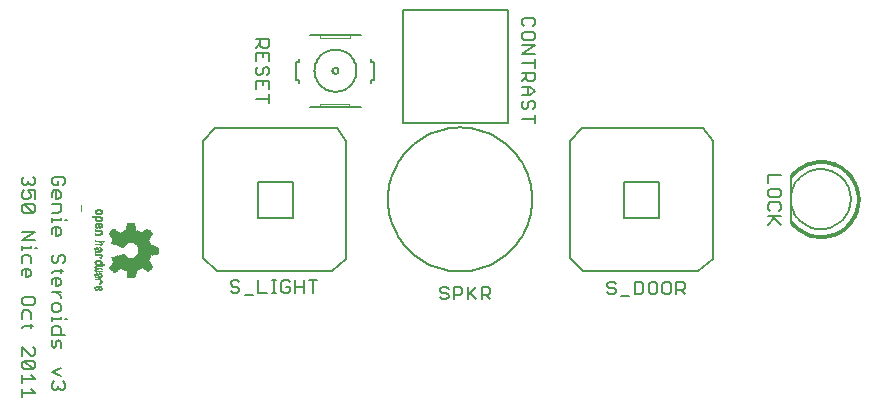
<source format=gto>
G75*
G70*
%OFA0B0*%
%FSLAX24Y24*%
%IPPOS*%
%LPD*%
%AMOC8*
5,1,8,0,0,1.08239X$1,22.5*
%
%ADD10C,0.0080*%
%ADD11C,0.0060*%
%ADD12C,0.0010*%
%ADD13C,0.0020*%
%ADD14C,0.0050*%
%ADD15C,0.0000*%
%ADD16R,0.0001X0.0012*%
%ADD17R,0.0001X0.0015*%
%ADD18R,0.0001X0.0018*%
%ADD19R,0.0001X0.0021*%
%ADD20R,0.0002X0.0026*%
%ADD21R,0.0001X0.0030*%
%ADD22R,0.0001X0.0036*%
%ADD23R,0.0001X0.0039*%
%ADD24R,0.0001X0.0041*%
%ADD25R,0.0001X0.0042*%
%ADD26R,0.0001X0.0044*%
%ADD27R,0.0001X0.0045*%
%ADD28R,0.0002X0.0045*%
%ADD29R,0.0001X0.0007*%
%ADD30R,0.0001X0.0001*%
%ADD31R,0.0001X0.0006*%
%ADD32R,0.0001X0.0004*%
%ADD33R,0.0001X0.0006*%
%ADD34R,0.0001X0.0002*%
%ADD35R,0.0001X0.0003*%
%ADD36R,0.0001X0.0005*%
%ADD37R,0.0001X0.0049*%
%ADD38R,0.0001X0.0046*%
%ADD39R,0.0001X0.0003*%
%ADD40R,0.0001X0.0048*%
%ADD41R,0.0002X0.0022*%
%ADD42R,0.0002X0.0019*%
%ADD43R,0.0002X0.0025*%
%ADD44R,0.0002X0.0006*%
%ADD45R,0.0002X0.0009*%
%ADD46R,0.0002X0.0055*%
%ADD47R,0.0002X0.0048*%
%ADD48R,0.0002X0.0054*%
%ADD49R,0.0002X0.0056*%
%ADD50R,0.0001X0.0032*%
%ADD51R,0.0001X0.0031*%
%ADD52R,0.0001X0.0010*%
%ADD53R,0.0001X0.0059*%
%ADD54R,0.0001X0.0060*%
%ADD55R,0.0001X0.0051*%
%ADD56R,0.0001X0.0051*%
%ADD57R,0.0001X0.0014*%
%ADD58R,0.0001X0.0038*%
%ADD59R,0.0001X0.0013*%
%ADD60R,0.0001X0.0063*%
%ADD61R,0.0001X0.0016*%
%ADD62R,0.0001X0.0066*%
%ADD63R,0.0001X0.0056*%
%ADD64R,0.0001X0.0063*%
%ADD65R,0.0001X0.0066*%
%ADD66R,0.0001X0.0011*%
%ADD67R,0.0001X0.0012*%
%ADD68R,0.0001X0.0018*%
%ADD69R,0.0001X0.0065*%
%ADD70R,0.0001X0.0019*%
%ADD71R,0.0001X0.0071*%
%ADD72R,0.0001X0.0068*%
%ADD73R,0.0001X0.0062*%
%ADD74R,0.0001X0.0061*%
%ADD75R,0.0001X0.0023*%
%ADD76R,0.0001X0.0079*%
%ADD77R,0.0001X0.0064*%
%ADD78R,0.0001X0.0021*%
%ADD79R,0.0001X0.0076*%
%ADD80R,0.0001X0.0074*%
%ADD81R,0.0001X0.0123*%
%ADD82R,0.0001X0.0072*%
%ADD83R,0.0001X0.0024*%
%ADD84R,0.0001X0.0026*%
%ADD85R,0.0001X0.0025*%
%ADD86R,0.0001X0.0075*%
%ADD87R,0.0001X0.0086*%
%ADD88R,0.0001X0.0027*%
%ADD89R,0.0001X0.0081*%
%ADD90R,0.0001X0.0126*%
%ADD91R,0.0001X0.0029*%
%ADD92R,0.0001X0.0028*%
%ADD93R,0.0001X0.0033*%
%ADD94R,0.0001X0.0090*%
%ADD95R,0.0001X0.0157*%
%ADD96R,0.0001X0.0078*%
%ADD97R,0.0001X0.0091*%
%ADD98R,0.0001X0.0085*%
%ADD99R,0.0001X0.0129*%
%ADD100R,0.0001X0.0033*%
%ADD101R,0.0001X0.0081*%
%ADD102R,0.0001X0.0034*%
%ADD103R,0.0001X0.0094*%
%ADD104R,0.0001X0.0160*%
%ADD105R,0.0001X0.0088*%
%ADD106R,0.0001X0.0131*%
%ADD107R,0.0001X0.0089*%
%ADD108R,0.0001X0.0035*%
%ADD109R,0.0001X0.0083*%
%ADD110R,0.0001X0.0098*%
%ADD111R,0.0001X0.0164*%
%ADD112R,0.0001X0.0092*%
%ADD113R,0.0001X0.0132*%
%ADD114R,0.0001X0.0037*%
%ADD115R,0.0001X0.0084*%
%ADD116R,0.0001X0.0036*%
%ADD117R,0.0001X0.0101*%
%ADD118R,0.0001X0.0166*%
%ADD119R,0.0001X0.0099*%
%ADD120R,0.0002X0.0096*%
%ADD121R,0.0002X0.0134*%
%ADD122R,0.0002X0.0041*%
%ADD123R,0.0002X0.0031*%
%ADD124R,0.0002X0.0030*%
%ADD125R,0.0002X0.0084*%
%ADD126R,0.0002X0.0036*%
%ADD127R,0.0002X0.0033*%
%ADD128R,0.0002X0.0104*%
%ADD129R,0.0002X0.0170*%
%ADD130R,0.0001X0.0102*%
%ADD131R,0.0001X0.0136*%
%ADD132R,0.0001X0.0108*%
%ADD133R,0.0001X0.0173*%
%ADD134R,0.0001X0.0106*%
%ADD135R,0.0001X0.0141*%
%ADD136R,0.0001X0.0087*%
%ADD137R,0.0001X0.0111*%
%ADD138R,0.0001X0.0176*%
%ADD139R,0.0001X0.0109*%
%ADD140R,0.0001X0.0112*%
%ADD141R,0.0001X0.0142*%
%ADD142R,0.0001X0.0114*%
%ADD143R,0.0001X0.0177*%
%ADD144R,0.0001X0.0115*%
%ADD145R,0.0001X0.0144*%
%ADD146R,0.0001X0.0048*%
%ADD147R,0.0001X0.0117*%
%ADD148R,0.0001X0.0179*%
%ADD149R,0.0001X0.0118*%
%ADD150R,0.0001X0.0146*%
%ADD151R,0.0001X0.0120*%
%ADD152R,0.0001X0.0180*%
%ADD153R,0.0001X0.0119*%
%ADD154R,0.0001X0.0122*%
%ADD155R,0.0001X0.0181*%
%ADD156R,0.0001X0.0125*%
%ADD157R,0.0001X0.0147*%
%ADD158R,0.0001X0.0121*%
%ADD159R,0.0001X0.0126*%
%ADD160R,0.0001X0.0149*%
%ADD161R,0.0001X0.0093*%
%ADD162R,0.0001X0.0129*%
%ADD163R,0.0001X0.0184*%
%ADD164R,0.0001X0.0151*%
%ADD165R,0.0001X0.0128*%
%ADD166R,0.0001X0.0093*%
%ADD167R,0.0001X0.0187*%
%ADD168R,0.0002X0.0132*%
%ADD169R,0.0002X0.0153*%
%ADD170R,0.0002X0.0131*%
%ADD171R,0.0002X0.0046*%
%ADD172R,0.0002X0.0048*%
%ADD173R,0.0002X0.0094*%
%ADD174R,0.0002X0.0034*%
%ADD175R,0.0002X0.0189*%
%ADD176R,0.0002X0.0091*%
%ADD177R,0.0001X0.0134*%
%ADD178R,0.0001X0.0154*%
%ADD179R,0.0001X0.0057*%
%ADD180R,0.0001X0.0027*%
%ADD181R,0.0001X0.0190*%
%ADD182R,0.0001X0.0054*%
%ADD183R,0.0001X0.0053*%
%ADD184R,0.0001X0.0054*%
%ADD185R,0.0001X0.0139*%
%ADD186R,0.0001X0.0156*%
%ADD187R,0.0001X0.0052*%
%ADD188R,0.0001X0.0043*%
%ADD189R,0.0001X0.0039*%
%ADD190R,0.0001X0.0040*%
%ADD191R,0.0001X0.0147*%
%ADD192R,0.0001X0.0159*%
%ADD193R,0.0001X0.0145*%
%ADD194R,0.0001X0.0042*%
%ADD195R,0.0001X0.0047*%
%ADD196R,0.0001X0.0150*%
%ADD197R,0.0001X0.0161*%
%ADD198R,0.0001X0.0162*%
%ADD199R,0.0002X0.0153*%
%ADD200R,0.0002X0.0164*%
%ADD201R,0.0002X0.0151*%
%ADD202R,0.0002X0.0042*%
%ADD203R,0.0002X0.0038*%
%ADD204R,0.0002X0.0040*%
%ADD205R,0.0001X0.0069*%
%ADD206R,0.0001X0.0067*%
%ADD207R,0.0001X0.0069*%
%ADD208R,0.0002X0.0054*%
%ADD209R,0.0002X0.0051*%
%ADD210R,0.0002X0.0052*%
%ADD211R,0.0002X0.0035*%
%ADD212R,0.0002X0.0036*%
%ADD213R,0.0002X0.0032*%
%ADD214R,0.0002X0.0037*%
%ADD215R,0.0002X0.0039*%
%ADD216R,0.0002X0.0059*%
%ADD217R,0.0002X0.0042*%
%ADD218R,0.0002X0.0060*%
%ADD219R,0.0002X0.0061*%
%ADD220R,0.0002X0.0012*%
%ADD221R,0.0001X0.0008*%
%ADD222R,0.0001X0.0070*%
%ADD223R,0.0001X0.0072*%
%ADD224R,0.0001X0.0078*%
%ADD225R,0.0001X0.0082*%
%ADD226R,0.0001X0.0024*%
%ADD227R,0.0002X0.0089*%
%ADD228R,0.0002X0.0018*%
%ADD229R,0.0002X0.0079*%
%ADD230R,0.0002X0.0076*%
%ADD231R,0.0001X0.0096*%
%ADD232R,0.0001X0.0097*%
%ADD233R,0.0001X0.0087*%
%ADD234R,0.0001X0.0105*%
%ADD235R,0.0001X0.0108*%
%ADD236R,0.0001X0.0110*%
%ADD237R,0.0001X0.0113*%
%ADD238R,0.0001X0.0116*%
%ADD239R,0.0001X0.0117*%
%ADD240R,0.0002X0.0124*%
%ADD241R,0.0002X0.0114*%
%ADD242R,0.0002X0.0112*%
%ADD243R,0.0002X0.0129*%
%ADD244R,0.0001X0.0127*%
%ADD245R,0.0001X0.0084*%
%ADD246R,0.0001X0.0103*%
%ADD247R,0.0001X0.0096*%
%ADD248R,0.0001X0.0153*%
%ADD249R,0.0002X0.0156*%
%ADD250R,0.0002X0.0080*%
%ADD251R,0.0002X0.0081*%
%ADD252R,0.0001X0.0165*%
%ADD253R,0.0001X0.0055*%
%ADD254R,0.0001X0.0100*%
%ADD255R,0.0001X0.0009*%
%ADD256R,0.0001X0.0022*%
%ADD257R,0.0002X0.0044*%
%ADD258R,0.0002X0.0029*%
%ADD259R,0.0002X0.0057*%
%ADD260R,0.0002X0.0033*%
%ADD261R,0.0002X0.0049*%
%ADD262R,0.0002X0.0039*%
%ADD263R,0.0002X0.0053*%
%ADD264R,0.0002X0.0043*%
%ADD265R,0.0001X0.0058*%
%ADD266R,0.0001X0.0124*%
%ADD267R,0.0001X0.0144*%
%ADD268R,0.0001X0.0152*%
%ADD269R,0.0001X0.0155*%
%ADD270R,0.0001X0.0123*%
%ADD271R,0.0001X0.0153*%
%ADD272R,0.0002X0.0150*%
%ADD273R,0.0002X0.0139*%
%ADD274R,0.0002X0.0119*%
%ADD275R,0.0002X0.0120*%
%ADD276R,0.0002X0.0141*%
%ADD277R,0.0002X0.0118*%
%ADD278R,0.0001X0.0138*%
%ADD279R,0.0001X0.0114*%
%ADD280R,0.0001X0.0133*%
%ADD281R,0.0001X0.0132*%
%ADD282R,0.0001X0.0130*%
%ADD283R,0.0001X0.0104*%
%ADD284R,0.0001X0.0099*%
%ADD285R,0.0001X0.0135*%
%ADD286R,0.0001X0.0095*%
%ADD287R,0.0002X0.0126*%
%ADD288R,0.0002X0.0128*%
%ADD289R,0.0002X0.0082*%
%ADD290R,0.0002X0.0121*%
%ADD291R,0.0002X0.0024*%
%ADD292R,0.0002X0.0024*%
%ADD293R,0.0002X0.0081*%
%ADD294R,0.0001X0.0020*%
%ADD295R,0.0001X0.0017*%
%ADD296R,0.0001X0.0057*%
%ADD297R,0.0002X0.0090*%
%ADD298R,0.0002X0.0006*%
%ADD299R,0.0001X0.0050*%
%ADD300R,0.0002X0.0075*%
%ADD301R,0.0002X0.0158*%
%ADD302R,0.0002X0.0109*%
%ADD303R,0.0001X0.0168*%
%ADD304R,0.0001X0.0171*%
%ADD305R,0.0001X0.0172*%
%ADD306R,0.0001X0.0175*%
%ADD307R,0.0001X0.0186*%
%ADD308R,0.0001X0.0191*%
%ADD309R,0.0001X0.0194*%
%ADD310R,0.0002X0.0196*%
%ADD311R,0.0002X0.0149*%
%ADD312R,0.0001X0.0199*%
%ADD313R,0.0001X0.0204*%
%ADD314R,0.0001X0.0207*%
%ADD315R,0.0001X0.0158*%
%ADD316R,0.0001X0.0211*%
%ADD317R,0.0001X0.0216*%
%ADD318R,0.0001X0.0219*%
%ADD319R,0.0001X0.0169*%
%ADD320R,0.0001X0.0222*%
%ADD321R,0.0001X0.0224*%
%ADD322R,0.0001X0.0228*%
%ADD323R,0.0002X0.0234*%
%ADD324R,0.0002X0.0183*%
%ADD325R,0.0001X0.0239*%
%ADD326R,0.0001X0.0189*%
%ADD327R,0.0001X0.0241*%
%ADD328R,0.0001X0.0192*%
%ADD329R,0.0001X0.0243*%
%ADD330R,0.0001X0.0246*%
%ADD331R,0.0001X0.0196*%
%ADD332R,0.0001X0.0250*%
%ADD333R,0.0001X0.0201*%
%ADD334R,0.0001X0.0254*%
%ADD335R,0.0001X0.0258*%
%ADD336R,0.0001X0.0209*%
%ADD337R,0.0001X0.0263*%
%ADD338R,0.0001X0.0213*%
%ADD339R,0.0001X0.0267*%
%ADD340R,0.0002X0.0270*%
%ADD341R,0.0002X0.0066*%
%ADD342R,0.0002X0.0219*%
%ADD343R,0.0001X0.0271*%
%ADD344R,0.0001X0.0220*%
%ADD345R,0.0001X0.0274*%
%ADD346R,0.0001X0.0223*%
%ADD347R,0.0001X0.0278*%
%ADD348R,0.0001X0.0282*%
%ADD349R,0.0001X0.0231*%
%ADD350R,0.0001X0.0288*%
%ADD351R,0.0001X0.0236*%
%ADD352R,0.0001X0.0289*%
%ADD353R,0.0001X0.0292*%
%ADD354R,0.0001X0.0297*%
%ADD355R,0.0001X0.0300*%
%ADD356R,0.0002X0.0305*%
%ADD357R,0.0002X0.0101*%
%ADD358R,0.0002X0.0078*%
%ADD359R,0.0002X0.0251*%
%ADD360R,0.0001X0.0309*%
%ADD361R,0.0001X0.0255*%
%ADD362R,0.0001X0.0314*%
%ADD363R,0.0001X0.0316*%
%ADD364R,0.0001X0.0262*%
%ADD365R,0.0001X0.0319*%
%ADD366R,0.0001X0.0266*%
%ADD367R,0.0001X0.0321*%
%ADD368R,0.0001X0.0324*%
%ADD369R,0.0001X0.0270*%
%ADD370R,0.0001X0.0329*%
%ADD371R,0.0001X0.0275*%
%ADD372R,0.0001X0.0333*%
%ADD373R,0.0001X0.0279*%
%ADD374R,0.0001X0.0336*%
%ADD375R,0.0001X0.0284*%
%ADD376R,0.0002X0.0339*%
%ADD377R,0.0002X0.0286*%
%ADD378R,0.0001X0.0342*%
%ADD379R,0.0001X0.0491*%
%ADD380R,0.0001X0.0492*%
%ADD381R,0.0001X0.0294*%
%ADD382R,0.0001X0.0495*%
%ADD383R,0.0001X0.0299*%
%ADD384R,0.0001X0.0496*%
%ADD385R,0.0001X0.0301*%
%ADD386R,0.0001X0.0498*%
%ADD387R,0.0001X0.0304*%
%ADD388R,0.0001X0.0501*%
%ADD389R,0.0001X0.0308*%
%ADD390R,0.0001X0.0311*%
%ADD391R,0.0001X0.0504*%
%ADD392R,0.0002X0.0504*%
%ADD393R,0.0002X0.0318*%
%ADD394R,0.0001X0.0507*%
%ADD395R,0.0001X0.0323*%
%ADD396R,0.0001X0.0326*%
%ADD397R,0.0001X0.0508*%
%ADD398R,0.0001X0.0330*%
%ADD399R,0.0001X0.0510*%
%ADD400R,0.0001X0.0494*%
%ADD401R,0.0001X0.0512*%
%ADD402R,0.0001X0.0500*%
%ADD403R,0.0001X0.0513*%
%ADD404R,0.0001X0.0501*%
%ADD405R,0.0002X0.0513*%
%ADD406R,0.0002X0.0501*%
%ADD407R,0.0001X0.0503*%
%ADD408R,0.0001X0.0504*%
%ADD409R,0.0001X0.0506*%
%ADD410R,0.0001X0.0513*%
%ADD411R,0.0001X0.0509*%
%ADD412R,0.0001X0.0511*%
%ADD413R,0.0001X0.0514*%
%ADD414R,0.0001X0.0516*%
%ADD415R,0.0002X0.0513*%
%ADD416R,0.0002X0.0519*%
%ADD417R,0.0001X0.0519*%
%ADD418R,0.0001X0.0520*%
%ADD419R,0.0001X0.0522*%
%ADD420R,0.0001X0.0507*%
%ADD421R,0.0002X0.0509*%
%ADD422R,0.0002X0.0520*%
%ADD423R,0.0001X0.0522*%
%ADD424R,0.0001X0.0505*%
%ADD425R,0.0001X0.0502*%
%ADD426R,0.0001X0.0521*%
%ADD427R,0.0002X0.0503*%
%ADD428R,0.0002X0.0519*%
%ADD429R,0.0001X0.0519*%
%ADD430R,0.0001X0.0499*%
%ADD431R,0.0001X0.0517*%
%ADD432R,0.0002X0.0495*%
%ADD433R,0.0002X0.0514*%
%ADD434R,0.0001X0.0515*%
%ADD435R,0.0001X0.0492*%
%ADD436R,0.0001X0.0490*%
%ADD437R,0.0002X0.0490*%
%ADD438R,0.0002X0.0511*%
%ADD439R,0.0001X0.0489*%
%ADD440R,0.0001X0.0489*%
%ADD441R,0.0001X0.0488*%
%ADD442R,0.0001X0.0485*%
%ADD443R,0.0001X0.0483*%
%ADD444R,0.0002X0.0483*%
%ADD445R,0.0002X0.0507*%
%ADD446R,0.0001X0.0483*%
%ADD447R,0.0001X0.0481*%
%ADD448R,0.0001X0.0480*%
%ADD449R,0.0002X0.0480*%
%ADD450R,0.0002X0.0501*%
%ADD451R,0.0001X0.0479*%
%ADD452R,0.0001X0.0477*%
%ADD453R,0.0001X0.0477*%
%ADD454R,0.0001X0.0475*%
%ADD455R,0.0001X0.0474*%
%ADD456R,0.0001X0.0472*%
%ADD457R,0.0002X0.0472*%
%ADD458R,0.0002X0.0498*%
%ADD459R,0.0001X0.0471*%
%ADD460R,0.0001X0.0473*%
%ADD461R,0.0001X0.0471*%
%ADD462R,0.0001X0.0470*%
%ADD463R,0.0001X0.0468*%
%ADD464R,0.0001X0.0469*%
%ADD465R,0.0002X0.0468*%
%ADD466R,0.0002X0.0491*%
%ADD467R,0.0001X0.0466*%
%ADD468R,0.0001X0.0465*%
%ADD469R,0.0001X0.0464*%
%ADD470R,0.0001X0.0462*%
%ADD471R,0.0002X0.0462*%
%ADD472R,0.0002X0.0489*%
%ADD473R,0.0001X0.0461*%
%ADD474R,0.0001X0.0460*%
%ADD475R,0.0001X0.0459*%
%ADD476R,0.0001X0.0484*%
%ADD477R,0.0001X0.0457*%
%ADD478R,0.0001X0.0459*%
%ADD479R,0.0002X0.0458*%
%ADD480R,0.0002X0.0484*%
%ADD481R,0.0001X0.0456*%
%ADD482R,0.0001X0.0455*%
%ADD483R,0.0001X0.0453*%
%ADD484R,0.0001X0.0451*%
%ADD485R,0.0001X0.0453*%
%ADD486R,0.0001X0.0450*%
%ADD487R,0.0002X0.0451*%
%ADD488R,0.0001X0.0478*%
%ADD489R,0.0001X0.0449*%
%ADD490R,0.0001X0.0476*%
%ADD491R,0.0001X0.0447*%
%ADD492R,0.0001X0.0474*%
%ADD493R,0.0002X0.0449*%
%ADD494R,0.0002X0.0476*%
%ADD495R,0.0001X0.0454*%
%ADD496R,0.0002X0.0469*%
%ADD497R,0.0001X0.0468*%
%ADD498R,0.0001X0.0467*%
%ADD499R,0.0002X0.0473*%
%ADD500R,0.0002X0.0468*%
%ADD501R,0.0002X0.0486*%
%ADD502R,0.0002X0.0474*%
%ADD503R,0.0001X0.0487*%
%ADD504R,0.0001X0.0497*%
%ADD505R,0.0001X0.0486*%
%ADD506R,0.0002X0.0500*%
%ADD507R,0.0002X0.0487*%
%ADD508R,0.0001X0.0498*%
%ADD509R,0.0002X0.0524*%
%ADD510R,0.0001X0.0524*%
%ADD511R,0.0001X0.0525*%
%ADD512R,0.0001X0.0528*%
%ADD513R,0.0001X0.0529*%
%ADD514R,0.0001X0.0533*%
%ADD515R,0.0001X0.0534*%
%ADD516R,0.0001X0.0523*%
%ADD517R,0.0001X0.0536*%
%ADD518R,0.0002X0.0537*%
%ADD519R,0.0002X0.0527*%
%ADD520R,0.0001X0.0537*%
%ADD521R,0.0001X0.0528*%
%ADD522R,0.0001X0.0539*%
%ADD523R,0.0001X0.0530*%
%ADD524R,0.0001X0.0540*%
%ADD525R,0.0001X0.0541*%
%ADD526R,0.0001X0.0531*%
%ADD527R,0.0001X0.0543*%
%ADD528R,0.0001X0.0544*%
%ADD529R,0.0002X0.0546*%
%ADD530R,0.0002X0.0536*%
%ADD531R,0.0001X0.0547*%
%ADD532R,0.0001X0.0551*%
%ADD533R,0.0001X0.0552*%
%ADD534R,0.0001X0.0554*%
%ADD535R,0.0001X0.0555*%
%ADD536R,0.0002X0.0555*%
%ADD537R,0.0002X0.0547*%
%ADD538R,0.0001X0.0549*%
%ADD539R,0.0001X0.0548*%
%ADD540R,0.0001X0.0538*%
%ADD541R,0.0001X0.0537*%
%ADD542R,0.0002X0.0533*%
%ADD543R,0.0001X0.0531*%
%ADD544R,0.0001X0.0526*%
%ADD545R,0.0001X0.0518*%
%ADD546R,0.0002X0.0498*%
%ADD547R,0.0002X0.0496*%
%ADD548R,0.0001X0.0486*%
%ADD549R,0.0002X0.0485*%
%ADD550R,0.0001X0.0482*%
%ADD551R,0.0002X0.0477*%
%ADD552R,0.0002X0.0530*%
%ADD553R,0.0002X0.0464*%
%ADD554R,0.0001X0.0561*%
%ADD555R,0.0001X0.0570*%
%ADD556R,0.0001X0.0576*%
%ADD557R,0.0001X0.0581*%
%ADD558R,0.0001X0.0585*%
%ADD559R,0.0001X0.0589*%
%ADD560R,0.0002X0.0600*%
%ADD561R,0.0001X0.0614*%
%ADD562R,0.0001X0.0623*%
%ADD563R,0.0001X0.0630*%
%ADD564R,0.0001X0.0633*%
%ADD565R,0.0001X0.0638*%
%ADD566R,0.0001X0.0645*%
%ADD567R,0.0001X0.0657*%
%ADD568R,0.0001X0.0556*%
%ADD569R,0.0001X0.0669*%
%ADD570R,0.0001X0.0674*%
%ADD571R,0.0001X0.0579*%
%ADD572R,0.0002X0.0676*%
%ADD573R,0.0002X0.0585*%
%ADD574R,0.0001X0.0678*%
%ADD575R,0.0001X0.0590*%
%ADD576R,0.0001X0.0679*%
%ADD577R,0.0001X0.0596*%
%ADD578R,0.0001X0.0681*%
%ADD579R,0.0001X0.0606*%
%ADD580R,0.0001X0.0620*%
%ADD581R,0.0001X0.0682*%
%ADD582R,0.0001X0.0633*%
%ADD583R,0.0001X0.0684*%
%ADD584R,0.0001X0.0639*%
%ADD585R,0.0001X0.0649*%
%ADD586R,0.0001X0.0684*%
%ADD587R,0.0001X0.0655*%
%ADD588R,0.0002X0.0683*%
%ADD589R,0.0002X0.0664*%
%ADD590R,0.0001X0.0683*%
%ADD591R,0.0001X0.0670*%
%ADD592R,0.0001X0.0671*%
%ADD593R,0.0001X0.0681*%
%ADD594R,0.0001X0.0672*%
%ADD595R,0.0001X0.0680*%
%ADD596R,0.0001X0.0675*%
%ADD597R,0.0001X0.0676*%
%ADD598R,0.0002X0.0680*%
%ADD599R,0.0002X0.0678*%
%ADD600R,0.0001X0.0678*%
%ADD601R,0.0002X0.0675*%
%ADD602R,0.0002X0.0672*%
%ADD603R,0.0001X0.0672*%
%ADD604R,0.0002X0.0671*%
%ADD605R,0.0002X0.0670*%
%ADD606R,0.0001X0.0669*%
%ADD607R,0.0001X0.0667*%
%ADD608R,0.0002X0.0669*%
%ADD609R,0.0002X0.0667*%
%ADD610R,0.0001X0.0668*%
%ADD611R,0.0001X0.0666*%
%ADD612R,0.0002X0.0668*%
%ADD613R,0.0002X0.0666*%
%ADD614R,0.0001X0.0666*%
%ADD615R,0.0001X0.0664*%
%ADD616R,0.0001X0.0663*%
%ADD617R,0.0002X0.0666*%
%ADD618R,0.0002X0.0663*%
%ADD619R,0.0001X0.0665*%
%ADD620R,0.0002X0.0674*%
%ADD621R,0.0001X0.0677*%
%ADD622R,0.0002X0.0678*%
%ADD623R,0.0002X0.0682*%
%ADD624R,0.0001X0.0686*%
%ADD625R,0.0002X0.0686*%
%ADD626R,0.0001X0.0687*%
%ADD627R,0.0001X0.0689*%
%ADD628R,0.0001X0.0653*%
%ADD629R,0.0001X0.0641*%
%ADD630R,0.0001X0.0626*%
%ADD631R,0.0001X0.0616*%
%ADD632R,0.0001X0.0687*%
%ADD633R,0.0001X0.0612*%
%ADD634R,0.0001X0.0688*%
%ADD635R,0.0001X0.0606*%
%ADD636R,0.0001X0.0601*%
%ADD637R,0.0002X0.0591*%
%ADD638R,0.0001X0.0567*%
%ADD639R,0.0001X0.0560*%
%ADD640R,0.0001X0.0659*%
%ADD641R,0.0001X0.0516*%
%ADD642R,0.0001X0.0639*%
%ADD643R,0.0002X0.0502*%
%ADD644R,0.0002X0.0633*%
%ADD645R,0.0001X0.0608*%
%ADD646R,0.0001X0.0582*%
%ADD647R,0.0001X0.0577*%
%ADD648R,0.0002X0.0569*%
%ADD649R,0.0001X0.0546*%
%ADD650R,0.0002X0.0486*%
%ADD651R,0.0001X0.0493*%
%ADD652R,0.0002X0.0516*%
%ADD653R,0.0001X0.0532*%
%ADD654R,0.0002X0.0534*%
%ADD655R,0.0002X0.0535*%
%ADD656R,0.0001X0.0543*%
%ADD657R,0.0001X0.0553*%
%ADD658R,0.0001X0.0559*%
%ADD659R,0.0001X0.0564*%
%ADD660R,0.0001X0.0564*%
%ADD661R,0.0001X0.0567*%
%ADD662R,0.0001X0.0569*%
%ADD663R,0.0002X0.0570*%
%ADD664R,0.0002X0.0571*%
%ADD665R,0.0001X0.0571*%
%ADD666R,0.0001X0.0573*%
%ADD667R,0.0001X0.0574*%
%ADD668R,0.0001X0.0576*%
%ADD669R,0.0001X0.0600*%
%ADD670R,0.0001X0.0611*%
%ADD671R,0.0001X0.0618*%
%ADD672R,0.0001X0.0621*%
%ADD673R,0.0001X0.1269*%
%ADD674R,0.0001X0.1267*%
%ADD675R,0.0001X0.1266*%
%ADD676R,0.0002X0.1266*%
%ADD677R,0.0001X0.1264*%
%ADD678R,0.0001X0.1261*%
%ADD679R,0.0001X0.1260*%
%ADD680R,0.0001X0.1259*%
%ADD681R,0.0001X0.1256*%
%ADD682R,0.0001X0.1254*%
%ADD683R,0.0001X0.1253*%
%ADD684R,0.0001X0.1251*%
%ADD685R,0.0002X0.1251*%
%ADD686R,0.0001X0.1248*%
%ADD687R,0.0001X0.1245*%
%ADD688R,0.0001X0.1244*%
%ADD689R,0.0001X0.1242*%
%ADD690R,0.0001X0.1239*%
%ADD691R,0.0001X0.1237*%
%ADD692R,0.0002X0.1236*%
%ADD693R,0.0001X0.1233*%
%ADD694R,0.0001X0.1230*%
%ADD695R,0.0001X0.1229*%
%ADD696R,0.0001X0.1227*%
%ADD697R,0.0001X0.1226*%
%ADD698R,0.0001X0.1224*%
%ADD699R,0.0002X0.1223*%
%ADD700R,0.0001X0.1219*%
%ADD701R,0.0001X0.1216*%
%ADD702R,0.0001X0.1215*%
%ADD703R,0.0001X0.1214*%
%ADD704R,0.0001X0.1212*%
%ADD705R,0.0001X0.1209*%
%ADD706R,0.0002X0.1207*%
%ADD707R,0.0001X0.1206*%
%ADD708R,0.0001X0.1204*%
%ADD709R,0.0001X0.1201*%
%ADD710R,0.0001X0.1200*%
%ADD711R,0.0001X0.1199*%
%ADD712R,0.0001X0.1196*%
%ADD713R,0.0001X0.1194*%
%ADD714R,0.0001X0.1193*%
%ADD715R,0.0001X0.1191*%
%ADD716R,0.0002X0.1191*%
%ADD717R,0.0001X0.1188*%
%ADD718R,0.0001X0.1185*%
%ADD719R,0.0001X0.1184*%
%ADD720R,0.0001X0.1181*%
%ADD721R,0.0001X0.1177*%
%ADD722R,0.0001X0.1176*%
%ADD723R,0.0001X0.1174*%
%ADD724R,0.0001X0.1173*%
%ADD725R,0.0002X0.1170*%
%ADD726R,0.0001X0.1170*%
%ADD727R,0.0001X0.1169*%
%ADD728R,0.0001X0.1166*%
%ADD729R,0.0001X0.1164*%
%ADD730R,0.0001X0.1163*%
%ADD731R,0.0002X0.1163*%
%ADD732R,0.0001X0.1167*%
%ADD733R,0.0001X0.1171*%
%ADD734R,0.0001X0.1179*%
%ADD735R,0.0001X0.1182*%
%ADD736R,0.0002X0.1182*%
%ADD737R,0.0001X0.1188*%
%ADD738R,0.0001X0.1190*%
%ADD739R,0.0001X0.1197*%
%ADD740R,0.0002X0.1204*%
%ADD741R,0.0001X0.1207*%
%ADD742R,0.0001X0.1210*%
%ADD743R,0.0001X0.1213*%
%ADD744R,0.0001X0.1217*%
%ADD745R,0.0001X0.1218*%
%ADD746R,0.0001X0.1220*%
%ADD747R,0.0001X0.1221*%
%ADD748R,0.0001X0.1223*%
%ADD749R,0.0002X0.1226*%
%ADD750R,0.0001X0.1236*%
%ADD751R,0.0001X0.1239*%
%ADD752R,0.0001X0.1240*%
%ADD753R,0.0001X0.1243*%
%ADD754R,0.0002X0.1248*%
%ADD755R,0.0001X0.1248*%
%ADD756R,0.0001X0.1251*%
%ADD757R,0.0001X0.1257*%
%ADD758R,0.0001X0.1263*%
%ADD759R,0.0002X0.1267*%
%ADD760R,0.0001X0.1270*%
%ADD761R,0.0001X0.1274*%
%ADD762R,0.0001X0.1275*%
%ADD763R,0.0001X0.1278*%
%ADD764R,0.0001X0.1280*%
%ADD765R,0.0001X0.1281*%
%ADD766R,0.0001X0.1284*%
%ADD767R,0.0001X0.1286*%
%ADD768R,0.0001X0.1289*%
%ADD769R,0.0002X0.1290*%
%ADD770R,0.0001X0.1291*%
%ADD771R,0.0001X0.1294*%
%ADD772R,0.0001X0.1296*%
%ADD773R,0.0001X0.1299*%
%ADD774R,0.0001X0.1300*%
%ADD775R,0.0001X0.1302*%
%ADD776R,0.0001X0.1304*%
%ADD777R,0.0001X0.1306*%
%ADD778R,0.0001X0.1308*%
%ADD779R,0.0002X0.1311*%
%ADD780R,0.0001X0.1313*%
%ADD781R,0.0001X0.1316*%
%ADD782R,0.0001X0.1317*%
%ADD783R,0.0001X0.1320*%
%ADD784R,0.0001X0.1323*%
%ADD785R,0.0001X0.1326*%
%ADD786R,0.0001X0.1329*%
%ADD787R,0.0002X0.1332*%
%ADD788R,0.0001X0.1335*%
%ADD789R,0.0001X0.1336*%
%ADD790R,0.0001X0.1340*%
%ADD791R,0.0001X0.1343*%
%ADD792R,0.0001X0.1346*%
%ADD793R,0.0001X0.1347*%
%ADD794R,0.0001X0.1350*%
%ADD795R,0.0002X0.1353*%
%ADD796R,0.0001X0.1356*%
%ADD797R,0.0001X0.1357*%
%ADD798R,0.0001X0.1360*%
%ADD799R,0.0001X0.1364*%
%ADD800R,0.0001X0.1365*%
%ADD801R,0.0001X0.1368*%
%ADD802R,0.0001X0.1369*%
%ADD803R,0.0001X0.1373*%
%ADD804R,0.0002X0.1374*%
%ADD805R,0.0001X0.1377*%
%ADD806R,0.0001X0.1379*%
%ADD807R,0.0001X0.1380*%
%ADD808R,0.0001X0.1383*%
%ADD809R,0.0001X0.1386*%
%ADD810R,0.0001X0.1387*%
%ADD811R,0.0001X0.1391*%
%ADD812R,0.0001X0.1394*%
%ADD813R,0.0002X0.1395*%
%ADD814R,0.0001X0.1398*%
%ADD815R,0.0001X0.1401*%
%ADD816R,0.0001X0.1403*%
%ADD817R,0.0001X0.1406*%
%ADD818R,0.0001X0.1407*%
%ADD819R,0.0001X0.1409*%
%ADD820R,0.0001X0.1411*%
%ADD821R,0.0001X0.1414*%
%ADD822R,0.0002X0.1416*%
%ADD823R,0.0001X0.1419*%
%ADD824R,0.0001X0.1421*%
%ADD825R,0.0001X0.1422*%
%ADD826R,0.0001X0.1424*%
%ADD827R,0.0001X0.1426*%
%ADD828R,0.0001X0.1428*%
%ADD829R,0.0002X0.1429*%
%ADD830R,0.0001X0.1429*%
%ADD831R,0.0001X0.1425*%
%ADD832R,0.0002X0.1421*%
%ADD833R,0.0001X0.1418*%
%ADD834R,0.0001X0.1416*%
%ADD835R,0.0001X0.1413*%
%ADD836R,0.0001X0.1410*%
%ADD837R,0.0001X0.1404*%
%ADD838R,0.0001X0.1401*%
%ADD839R,0.0001X0.0346*%
%ADD840R,0.0001X0.1044*%
%ADD841R,0.0002X0.0342*%
%ADD842R,0.0002X0.1040*%
%ADD843R,0.0001X0.0337*%
%ADD844R,0.0001X0.1034*%
%ADD845R,0.0001X0.0357*%
%ADD846R,0.0001X0.0660*%
%ADD847R,0.0001X0.0353*%
%ADD848R,0.0001X0.0327*%
%ADD849R,0.0001X0.0349*%
%ADD850R,0.0001X0.0321*%
%ADD851R,0.0001X0.0648*%
%ADD852R,0.0001X0.0344*%
%ADD853R,0.0001X0.0317*%
%ADD854R,0.0001X0.0339*%
%ADD855R,0.0001X0.0312*%
%ADD856R,0.0001X0.0631*%
%ADD857R,0.0001X0.0334*%
%ADD858R,0.0001X0.0309*%
%ADD859R,0.0002X0.0307*%
%ADD860R,0.0002X0.0623*%
%ADD861R,0.0002X0.0327*%
%ADD862R,0.0001X0.0618*%
%ADD863R,0.0001X0.0297*%
%ADD864R,0.0001X0.0607*%
%ADD865R,0.0001X0.0320*%
%ADD866R,0.0001X0.0293*%
%ADD867R,0.0001X0.0599*%
%ADD868R,0.0001X0.0313*%
%ADD869R,0.0001X0.0285*%
%ADD870R,0.0001X0.0584*%
%ADD871R,0.0001X0.0303*%
%ADD872R,0.0001X0.0281*%
%ADD873R,0.0002X0.0273*%
%ADD874R,0.0002X0.0563*%
%ADD875R,0.0002X0.0293*%
%ADD876R,0.0001X0.0264*%
%ADD877R,0.0001X0.0259*%
%ADD878R,0.0001X0.0256*%
%ADD879R,0.0001X0.0276*%
%ADD880R,0.0001X0.0252*%
%ADD881R,0.0001X0.0273*%
%ADD882R,0.0001X0.0248*%
%ADD883R,0.0001X0.0269*%
%ADD884R,0.0001X0.0245*%
%ADD885R,0.0001X0.0240*%
%ADD886R,0.0002X0.0237*%
%ADD887R,0.0002X0.0256*%
%ADD888R,0.0001X0.0234*%
%ADD889R,0.0001X0.0232*%
%ADD890R,0.0001X0.0251*%
%ADD891R,0.0001X0.0228*%
%ADD892R,0.0001X0.0246*%
%ADD893R,0.0001X0.0456*%
%ADD894R,0.0001X0.0219*%
%ADD895R,0.0001X0.0444*%
%ADD896R,0.0001X0.0237*%
%ADD897R,0.0001X0.0214*%
%ADD898R,0.0001X0.0436*%
%ADD899R,0.0001X0.0432*%
%ADD900R,0.0001X0.0231*%
%ADD901R,0.0001X0.0210*%
%ADD902R,0.0001X0.0426*%
%ADD903R,0.0001X0.0420*%
%ADD904R,0.0001X0.0226*%
%ADD905R,0.0002X0.0204*%
%ADD906R,0.0002X0.0409*%
%ADD907R,0.0002X0.0222*%
%ADD908R,0.0001X0.0391*%
%ADD909R,0.0001X0.0217*%
%ADD910R,0.0001X0.0376*%
%ADD911R,0.0001X0.0368*%
%ADD912R,0.0001X0.0189*%
%ADD913R,0.0001X0.0361*%
%ADD914R,0.0001X0.0206*%
%ADD915R,0.0001X0.0186*%
%ADD916R,0.0001X0.0356*%
%ADD917R,0.0001X0.0345*%
%ADD918R,0.0001X0.0331*%
%ADD919R,0.0001X0.0168*%
%ADD920R,0.0002X0.0165*%
%ADD921R,0.0001X0.0162*%
%ADD922R,0.0001X0.0324*%
%ADD923R,0.0001X0.0174*%
%ADD924R,0.0001X0.0167*%
%ADD925R,0.0001X0.0163*%
%ADD926R,0.0001X0.0141*%
%ADD927R,0.0001X0.0140*%
%ADD928R,0.0001X0.0137*%
%ADD929R,0.0002X0.0129*%
%ADD930R,0.0002X0.0321*%
%ADD931R,0.0002X0.0146*%
%ADD932R,0.0001X0.0111*%
%ADD933R,0.0001X0.0318*%
%ADD934R,0.0001X0.0315*%
%ADD935R,0.0002X0.0315*%
%ADD936R,0.0002X0.0105*%
%ADD937R,0.0002X0.0311*%
%ADD938R,0.0002X0.0066*%
%ADD939R,0.0001X0.0307*%
%ADD940R,0.0001X0.0306*%
%ADD941R,0.0002X0.0300*%
%ADD942R,0.0001X0.0296*%
%ADD943R,0.0002X0.0294*%
%ADD944R,0.0001X0.0294*%
%ADD945R,0.0001X0.0291*%
%ADD946R,0.0002X0.0291*%
%ADD947R,0.0001X0.0286*%
%ADD948R,0.0002X0.0281*%
%ADD949R,0.0001X0.0277*%
%ADD950R,0.0001X0.0276*%
%ADD951R,0.0002X0.0266*%
%ADD952R,0.0001X0.0264*%
%ADD953R,0.0001X0.0261*%
%ADD954R,0.0002X0.0259*%
%ADD955R,0.0002X0.0254*%
%ADD956R,0.0002X0.0248*%
%ADD957R,0.0002X0.0218*%
D10*
X002546Y019770D02*
X002546Y020050D01*
X002546Y019910D02*
X002966Y019910D01*
X002826Y020050D01*
X002546Y020230D02*
X002546Y020510D01*
X002546Y020370D02*
X002966Y020370D01*
X002826Y020510D01*
X002896Y020691D02*
X002616Y020971D01*
X002546Y020901D01*
X002546Y020761D01*
X002616Y020691D01*
X002896Y020691D01*
X002966Y020761D01*
X002966Y020901D01*
X002896Y020971D01*
X002616Y020971D01*
X002546Y021151D02*
X002546Y021431D01*
X002826Y021151D01*
X002896Y021151D01*
X002966Y021221D01*
X002966Y021361D01*
X002896Y021431D01*
X002826Y022058D02*
X002826Y022198D01*
X002896Y022128D02*
X002616Y022128D01*
X002546Y022058D01*
X002546Y022378D02*
X002546Y022589D01*
X002616Y022659D01*
X002756Y022659D01*
X002826Y022589D01*
X002826Y022378D01*
X003546Y022369D02*
X003826Y022369D01*
X003826Y022439D01*
X003966Y022369D02*
X004036Y022369D01*
X003756Y022132D02*
X003826Y022062D01*
X003826Y021852D01*
X003966Y021852D02*
X003546Y021852D01*
X003546Y022062D01*
X003616Y022132D01*
X003756Y022132D01*
X003546Y022299D02*
X003546Y022439D01*
X003616Y022619D02*
X003756Y022619D01*
X003826Y022689D01*
X003826Y022829D01*
X003756Y022899D01*
X003616Y022899D01*
X003546Y022829D01*
X003546Y022689D01*
X003616Y022619D01*
X003826Y023073D02*
X003826Y023143D01*
X003686Y023283D01*
X003546Y023283D02*
X003826Y023283D01*
X003756Y023463D02*
X003686Y023463D01*
X003686Y023743D01*
X003756Y023743D02*
X003826Y023673D01*
X003826Y023533D01*
X003756Y023463D01*
X003546Y023533D02*
X003546Y023673D01*
X003616Y023743D01*
X003756Y023743D01*
X003826Y023910D02*
X003826Y024050D01*
X003896Y023980D02*
X003616Y023980D01*
X003546Y023910D01*
X003616Y024230D02*
X003546Y024300D01*
X003546Y024440D01*
X003616Y024510D01*
X003756Y024440D02*
X003756Y024300D01*
X003686Y024230D01*
X003616Y024230D01*
X003756Y024440D02*
X003826Y024510D01*
X003896Y024510D01*
X003966Y024440D01*
X003966Y024300D01*
X003896Y024230D01*
X003036Y024747D02*
X002966Y024747D01*
X002826Y024747D02*
X002546Y024747D01*
X002546Y024817D02*
X002546Y024677D01*
X002616Y024510D02*
X002546Y024440D01*
X002546Y024230D01*
X002616Y024050D02*
X002756Y024050D01*
X002826Y023980D01*
X002826Y023840D01*
X002756Y023770D01*
X002686Y023770D01*
X002686Y024050D01*
X002616Y024050D02*
X002546Y023980D01*
X002546Y023840D01*
X002826Y024230D02*
X002826Y024440D01*
X002756Y024510D01*
X002616Y024510D01*
X002826Y024747D02*
X002826Y024817D01*
X002966Y024997D02*
X002546Y024997D01*
X002966Y025278D01*
X002546Y025278D01*
X002616Y025918D02*
X002546Y025988D01*
X002546Y026128D01*
X002616Y026198D01*
X002896Y025918D01*
X002616Y025918D01*
X002896Y025918D02*
X002966Y025988D01*
X002966Y026128D01*
X002896Y026198D01*
X002616Y026198D01*
X002616Y026378D02*
X002546Y026449D01*
X002546Y026589D01*
X002616Y026659D01*
X002756Y026659D02*
X002826Y026519D01*
X002826Y026449D01*
X002756Y026378D01*
X002616Y026378D01*
X002756Y026659D02*
X002966Y026659D01*
X002966Y026378D01*
X003546Y026449D02*
X003546Y026589D01*
X003616Y026659D01*
X003756Y026659D01*
X003826Y026589D01*
X003826Y026449D01*
X003756Y026378D01*
X003686Y026378D01*
X003686Y026659D01*
X003616Y026839D02*
X003756Y026839D01*
X003756Y026979D01*
X003896Y027119D02*
X003966Y027049D01*
X003966Y026909D01*
X003896Y026839D01*
X003896Y027119D02*
X003616Y027119D01*
X003546Y027049D01*
X003546Y026909D01*
X003616Y026839D01*
X002966Y026909D02*
X002896Y026839D01*
X002826Y026839D01*
X002756Y026909D01*
X002686Y026839D01*
X002616Y026839D01*
X002546Y026909D01*
X002546Y027049D01*
X002616Y027119D01*
X002756Y026979D02*
X002756Y026909D01*
X002966Y026909D02*
X002966Y027049D01*
X002896Y027119D01*
X003546Y026198D02*
X003826Y026198D01*
X003826Y025988D01*
X003756Y025918D01*
X003546Y025918D01*
X003546Y025738D02*
X003546Y025598D01*
X003546Y025668D02*
X003826Y025668D01*
X003826Y025738D01*
X003966Y025668D02*
X004036Y025668D01*
X003756Y025431D02*
X003826Y025361D01*
X003826Y025221D01*
X003756Y025151D01*
X003686Y025151D01*
X003686Y025431D01*
X003616Y025431D02*
X003756Y025431D01*
X003616Y025431D02*
X003546Y025361D01*
X003546Y025221D01*
X002896Y023119D02*
X002616Y023119D01*
X002546Y023049D01*
X002546Y022909D01*
X002616Y022839D01*
X002896Y022839D01*
X002966Y022909D01*
X002966Y023049D01*
X002896Y023119D01*
X003546Y021672D02*
X003546Y021461D01*
X003616Y021391D01*
X003686Y021461D01*
X003686Y021602D01*
X003756Y021672D01*
X003826Y021602D01*
X003826Y021391D01*
X003826Y020751D02*
X003546Y020611D01*
X003826Y020471D01*
X003896Y020291D02*
X003966Y020220D01*
X003966Y020080D01*
X003896Y020010D01*
X003826Y020010D01*
X003756Y020080D01*
X003686Y020010D01*
X003616Y020010D01*
X003546Y020080D01*
X003546Y020220D01*
X003616Y020291D01*
X003756Y020150D02*
X003756Y020080D01*
X008589Y024411D02*
X009025Y023975D01*
X009727Y023975D01*
X012214Y023975D01*
X012876Y023975D01*
X013351Y024372D01*
X013351Y025169D01*
X013351Y027536D01*
X013351Y027543D02*
X013351Y028301D01*
X013033Y028737D01*
X012214Y028737D01*
X009727Y028737D01*
X008986Y028737D01*
X008589Y028301D01*
X008589Y027543D01*
X008589Y027548D02*
X008589Y025169D01*
X008589Y024411D01*
X009499Y023595D02*
X009499Y023525D01*
X009569Y023455D01*
X009709Y023455D01*
X009779Y023385D01*
X009779Y023315D01*
X009709Y023245D01*
X009569Y023245D01*
X009499Y023315D01*
X009499Y023595D02*
X009569Y023665D01*
X009709Y023665D01*
X009779Y023595D01*
X009959Y023175D02*
X010239Y023175D01*
X010420Y023245D02*
X010700Y023245D01*
X010880Y023245D02*
X011020Y023245D01*
X010950Y023245D02*
X010950Y023665D01*
X010880Y023665D02*
X011020Y023665D01*
X011187Y023595D02*
X011187Y023315D01*
X011257Y023245D01*
X011397Y023245D01*
X011467Y023315D01*
X011467Y023455D01*
X011327Y023455D01*
X011467Y023595D02*
X011397Y023665D01*
X011257Y023665D01*
X011187Y023595D01*
X011647Y023665D02*
X011647Y023245D01*
X011647Y023455D02*
X011927Y023455D01*
X011927Y023665D02*
X011927Y023245D01*
X012248Y023245D02*
X012248Y023665D01*
X012388Y023665D02*
X012107Y023665D01*
X010420Y023665D02*
X010420Y023245D01*
X010396Y025745D02*
X011584Y025745D01*
X011581Y025781D02*
X011581Y026891D01*
X011584Y026926D02*
X010396Y026926D01*
X010400Y026891D02*
X010400Y025781D01*
X010768Y029577D02*
X010768Y029857D01*
X010768Y029717D02*
X010348Y029717D01*
X010348Y030037D02*
X010348Y030317D01*
X010768Y030317D01*
X010768Y030037D01*
X010558Y030177D02*
X010558Y030317D01*
X010488Y030497D02*
X010418Y030497D01*
X010348Y030567D01*
X010348Y030707D01*
X010418Y030777D01*
X010558Y030707D02*
X010558Y030567D01*
X010488Y030497D01*
X010698Y030497D02*
X010768Y030567D01*
X010768Y030707D01*
X010698Y030777D01*
X010628Y030777D01*
X010558Y030707D01*
X010768Y030958D02*
X010768Y031238D01*
X010348Y031238D01*
X010348Y030958D01*
X010558Y031098D02*
X010558Y031238D01*
X010558Y031418D02*
X010488Y031488D01*
X010488Y031698D01*
X010488Y031558D02*
X010348Y031418D01*
X010558Y031418D02*
X010698Y031418D01*
X010768Y031488D01*
X010768Y031698D01*
X010348Y031698D01*
X019209Y031741D02*
X019279Y031671D01*
X019559Y031671D01*
X019629Y031741D01*
X019629Y031881D01*
X019559Y031951D01*
X019279Y031951D01*
X019209Y031881D01*
X019209Y031741D01*
X019209Y031491D02*
X019629Y031491D01*
X019209Y031211D01*
X019629Y031211D01*
X019629Y031031D02*
X019629Y030750D01*
X019629Y030890D02*
X019209Y030890D01*
X019209Y030570D02*
X019629Y030570D01*
X019629Y030360D01*
X019559Y030290D01*
X019419Y030290D01*
X019349Y030360D01*
X019349Y030570D01*
X019349Y030430D02*
X019209Y030290D01*
X019209Y030110D02*
X019489Y030110D01*
X019629Y029970D01*
X019489Y029830D01*
X019209Y029830D01*
X019279Y029649D02*
X019209Y029579D01*
X019209Y029439D01*
X019279Y029369D01*
X019349Y029369D01*
X019419Y029439D01*
X019419Y029579D01*
X019489Y029649D01*
X019559Y029649D01*
X019629Y029579D01*
X019629Y029439D01*
X019559Y029369D01*
X019629Y029189D02*
X019629Y028909D01*
X019629Y029049D02*
X019209Y029049D01*
X019419Y029830D02*
X019419Y030110D01*
X021191Y028737D02*
X021932Y028737D01*
X024419Y028737D01*
X025239Y028737D01*
X025557Y028301D01*
X025557Y027543D01*
X025557Y027536D02*
X025557Y025169D01*
X025557Y024372D01*
X025081Y023975D01*
X024419Y023975D01*
X021932Y023975D01*
X021231Y023975D01*
X020795Y024411D01*
X020795Y025169D01*
X020795Y027548D01*
X020795Y027543D02*
X020795Y028301D01*
X021191Y028737D01*
X022601Y026926D02*
X023790Y026926D01*
X023787Y026891D02*
X023787Y025781D01*
X023790Y025745D02*
X022601Y025745D01*
X022606Y025781D02*
X022606Y026891D01*
X022259Y023621D02*
X022119Y023621D01*
X022049Y023551D01*
X022049Y023480D01*
X022119Y023410D01*
X022259Y023410D01*
X022329Y023340D01*
X022329Y023270D01*
X022259Y023200D01*
X022119Y023200D01*
X022049Y023270D01*
X022329Y023551D02*
X022259Y023621D01*
X022509Y023130D02*
X022789Y023130D01*
X022970Y023200D02*
X022970Y023621D01*
X023180Y023621D01*
X023250Y023551D01*
X023250Y023270D01*
X023180Y023200D01*
X022970Y023200D01*
X023430Y023270D02*
X023430Y023551D01*
X023500Y023621D01*
X023640Y023621D01*
X023710Y023551D01*
X023710Y023270D01*
X023640Y023200D01*
X023500Y023200D01*
X023430Y023270D01*
X023890Y023270D02*
X023890Y023551D01*
X023960Y023621D01*
X024100Y023621D01*
X024170Y023551D01*
X024170Y023270D01*
X024100Y023200D01*
X023960Y023200D01*
X023890Y023270D01*
X024351Y023200D02*
X024351Y023621D01*
X024561Y023621D01*
X024631Y023551D01*
X024631Y023410D01*
X024561Y023340D01*
X024351Y023340D01*
X024491Y023340D02*
X024631Y023200D01*
X027413Y025518D02*
X027623Y025729D01*
X027553Y025799D02*
X027834Y025518D01*
X027834Y025799D02*
X027413Y025799D01*
X027483Y025979D02*
X027413Y026049D01*
X027413Y026189D01*
X027483Y026259D01*
X027763Y026259D01*
X027834Y026189D01*
X027834Y026049D01*
X027763Y025979D01*
X028163Y025620D02*
X028163Y027120D01*
X027834Y027180D02*
X027413Y027180D01*
X027413Y026899D01*
X027483Y026719D02*
X027413Y026649D01*
X027413Y026509D01*
X027483Y026439D01*
X027763Y026439D01*
X027834Y026509D01*
X027834Y026649D01*
X027763Y026719D01*
X027483Y026719D01*
X019629Y032201D02*
X019629Y032342D01*
X019559Y032412D01*
X019279Y032412D01*
X019209Y032342D01*
X019209Y032201D01*
X019279Y032131D01*
X019559Y032131D02*
X019629Y032201D01*
X018070Y023455D02*
X018140Y023385D01*
X018140Y023245D01*
X018070Y023175D01*
X017860Y023175D01*
X018000Y023175D02*
X018140Y023035D01*
X017860Y023035D02*
X017860Y023455D01*
X018070Y023455D01*
X017680Y023455D02*
X017400Y023175D01*
X017470Y023245D02*
X017680Y023035D01*
X017400Y023035D02*
X017400Y023455D01*
X017219Y023385D02*
X017219Y023245D01*
X017149Y023175D01*
X016939Y023175D01*
X016939Y023035D02*
X016939Y023455D01*
X017149Y023455D01*
X017219Y023385D01*
X016759Y023385D02*
X016689Y023455D01*
X016549Y023455D01*
X016479Y023385D01*
X016479Y023315D01*
X016549Y023245D01*
X016689Y023245D01*
X016759Y023175D01*
X016759Y023105D01*
X016689Y023035D01*
X016549Y023035D01*
X016479Y023105D01*
D11*
X014741Y026356D02*
X014744Y026474D01*
X014753Y026591D01*
X014767Y026708D01*
X014787Y026824D01*
X014813Y026939D01*
X014844Y027053D01*
X014881Y027165D01*
X014924Y027274D01*
X014971Y027382D01*
X015024Y027487D01*
X015082Y027590D01*
X015145Y027689D01*
X015213Y027786D01*
X015286Y027879D01*
X015363Y027968D01*
X015444Y028053D01*
X015529Y028134D01*
X015618Y028211D01*
X015711Y028284D01*
X015808Y028352D01*
X015907Y028415D01*
X016010Y028473D01*
X016115Y028526D01*
X016223Y028573D01*
X016332Y028616D01*
X016444Y028653D01*
X016558Y028684D01*
X016673Y028710D01*
X016789Y028730D01*
X016906Y028744D01*
X017023Y028753D01*
X017141Y028756D01*
X017259Y028753D01*
X017376Y028744D01*
X017493Y028730D01*
X017609Y028710D01*
X017724Y028684D01*
X017838Y028653D01*
X017950Y028616D01*
X018059Y028573D01*
X018167Y028526D01*
X018272Y028473D01*
X018375Y028415D01*
X018474Y028352D01*
X018571Y028284D01*
X018664Y028211D01*
X018753Y028134D01*
X018838Y028053D01*
X018919Y027968D01*
X018996Y027879D01*
X019069Y027786D01*
X019137Y027689D01*
X019200Y027590D01*
X019258Y027487D01*
X019311Y027382D01*
X019358Y027274D01*
X019401Y027165D01*
X019438Y027053D01*
X019469Y026939D01*
X019495Y026824D01*
X019515Y026708D01*
X019529Y026591D01*
X019538Y026474D01*
X019541Y026356D01*
X019538Y026238D01*
X019529Y026121D01*
X019515Y026004D01*
X019495Y025888D01*
X019469Y025773D01*
X019438Y025659D01*
X019401Y025547D01*
X019358Y025438D01*
X019311Y025330D01*
X019258Y025225D01*
X019200Y025122D01*
X019137Y025023D01*
X019069Y024926D01*
X018996Y024833D01*
X018919Y024744D01*
X018838Y024659D01*
X018753Y024578D01*
X018664Y024501D01*
X018571Y024428D01*
X018474Y024360D01*
X018375Y024297D01*
X018272Y024239D01*
X018167Y024186D01*
X018059Y024139D01*
X017950Y024096D01*
X017838Y024059D01*
X017724Y024028D01*
X017609Y024002D01*
X017493Y023982D01*
X017376Y023968D01*
X017259Y023959D01*
X017141Y023956D01*
X017023Y023959D01*
X016906Y023968D01*
X016789Y023982D01*
X016673Y024002D01*
X016558Y024028D01*
X016444Y024059D01*
X016332Y024096D01*
X016223Y024139D01*
X016115Y024186D01*
X016010Y024239D01*
X015907Y024297D01*
X015808Y024360D01*
X015711Y024428D01*
X015618Y024501D01*
X015529Y024578D01*
X015444Y024659D01*
X015363Y024744D01*
X015286Y024833D01*
X015213Y024926D01*
X015145Y025023D01*
X015082Y025122D01*
X015024Y025225D01*
X014971Y025330D01*
X014924Y025438D01*
X014881Y025547D01*
X014844Y025659D01*
X014813Y025773D01*
X014787Y025888D01*
X014767Y026004D01*
X014753Y026121D01*
X014744Y026238D01*
X014741Y026356D01*
X013839Y029450D02*
X013439Y029450D01*
X012489Y029450D01*
X012139Y029450D01*
X011789Y030250D02*
X011789Y030350D01*
X011689Y030350D01*
X011689Y030950D01*
X011789Y030950D01*
X011789Y031050D01*
X012139Y031850D02*
X012489Y031850D01*
X013489Y031850D01*
X013839Y031850D01*
X014189Y031050D02*
X014189Y030950D01*
X014289Y030950D01*
X014289Y030350D01*
X014189Y030350D01*
X014189Y030250D01*
X012889Y030650D02*
X012891Y030670D01*
X012897Y030688D01*
X012906Y030706D01*
X012918Y030721D01*
X012933Y030733D01*
X012951Y030742D01*
X012969Y030748D01*
X012989Y030750D01*
X013009Y030748D01*
X013027Y030742D01*
X013045Y030733D01*
X013060Y030721D01*
X013072Y030706D01*
X013081Y030688D01*
X013087Y030670D01*
X013089Y030650D01*
X013087Y030630D01*
X013081Y030612D01*
X013072Y030594D01*
X013060Y030579D01*
X013045Y030567D01*
X013027Y030558D01*
X013009Y030552D01*
X012989Y030550D01*
X012969Y030552D01*
X012951Y030558D01*
X012933Y030567D01*
X012918Y030579D01*
X012906Y030594D01*
X012897Y030612D01*
X012891Y030630D01*
X012889Y030650D01*
X012289Y030650D02*
X012291Y030702D01*
X012297Y030754D01*
X012307Y030806D01*
X012320Y030856D01*
X012337Y030906D01*
X012358Y030954D01*
X012383Y031000D01*
X012411Y031044D01*
X012442Y031086D01*
X012476Y031126D01*
X012513Y031163D01*
X012553Y031197D01*
X012595Y031228D01*
X012639Y031256D01*
X012685Y031281D01*
X012733Y031302D01*
X012783Y031319D01*
X012833Y031332D01*
X012885Y031342D01*
X012937Y031348D01*
X012989Y031350D01*
X013041Y031348D01*
X013093Y031342D01*
X013145Y031332D01*
X013195Y031319D01*
X013245Y031302D01*
X013293Y031281D01*
X013339Y031256D01*
X013383Y031228D01*
X013425Y031197D01*
X013465Y031163D01*
X013502Y031126D01*
X013536Y031086D01*
X013567Y031044D01*
X013595Y031000D01*
X013620Y030954D01*
X013641Y030906D01*
X013658Y030856D01*
X013671Y030806D01*
X013681Y030754D01*
X013687Y030702D01*
X013689Y030650D01*
X013687Y030598D01*
X013681Y030546D01*
X013671Y030494D01*
X013658Y030444D01*
X013641Y030394D01*
X013620Y030346D01*
X013595Y030300D01*
X013567Y030256D01*
X013536Y030214D01*
X013502Y030174D01*
X013465Y030137D01*
X013425Y030103D01*
X013383Y030072D01*
X013339Y030044D01*
X013293Y030019D01*
X013245Y029998D01*
X013195Y029981D01*
X013145Y029968D01*
X013093Y029958D01*
X013041Y029952D01*
X012989Y029950D01*
X012937Y029952D01*
X012885Y029958D01*
X012833Y029968D01*
X012783Y029981D01*
X012733Y029998D01*
X012685Y030019D01*
X012639Y030044D01*
X012595Y030072D01*
X012553Y030103D01*
X012513Y030137D01*
X012476Y030174D01*
X012442Y030214D01*
X012411Y030256D01*
X012383Y030300D01*
X012358Y030346D01*
X012337Y030394D01*
X012320Y030444D01*
X012307Y030494D01*
X012297Y030546D01*
X012291Y030598D01*
X012289Y030650D01*
X028163Y026370D02*
X028165Y026433D01*
X028171Y026495D01*
X028181Y026557D01*
X028194Y026619D01*
X028212Y026679D01*
X028233Y026738D01*
X028258Y026796D01*
X028287Y026852D01*
X028319Y026906D01*
X028354Y026958D01*
X028392Y027007D01*
X028434Y027055D01*
X028478Y027099D01*
X028526Y027141D01*
X028575Y027179D01*
X028627Y027214D01*
X028681Y027246D01*
X028737Y027275D01*
X028795Y027300D01*
X028854Y027321D01*
X028914Y027339D01*
X028976Y027352D01*
X029038Y027362D01*
X029100Y027368D01*
X029163Y027370D01*
X029226Y027368D01*
X029288Y027362D01*
X029350Y027352D01*
X029412Y027339D01*
X029472Y027321D01*
X029531Y027300D01*
X029589Y027275D01*
X029645Y027246D01*
X029699Y027214D01*
X029751Y027179D01*
X029800Y027141D01*
X029848Y027099D01*
X029892Y027055D01*
X029934Y027007D01*
X029972Y026958D01*
X030007Y026906D01*
X030039Y026852D01*
X030068Y026796D01*
X030093Y026738D01*
X030114Y026679D01*
X030132Y026619D01*
X030145Y026557D01*
X030155Y026495D01*
X030161Y026433D01*
X030163Y026370D01*
X030161Y026307D01*
X030155Y026245D01*
X030145Y026183D01*
X030132Y026121D01*
X030114Y026061D01*
X030093Y026002D01*
X030068Y025944D01*
X030039Y025888D01*
X030007Y025834D01*
X029972Y025782D01*
X029934Y025733D01*
X029892Y025685D01*
X029848Y025641D01*
X029800Y025599D01*
X029751Y025561D01*
X029699Y025526D01*
X029645Y025494D01*
X029589Y025465D01*
X029531Y025440D01*
X029472Y025419D01*
X029412Y025401D01*
X029350Y025388D01*
X029288Y025378D01*
X029226Y025372D01*
X029163Y025370D01*
X029100Y025372D01*
X029038Y025378D01*
X028976Y025388D01*
X028914Y025401D01*
X028854Y025419D01*
X028795Y025440D01*
X028737Y025465D01*
X028681Y025494D01*
X028627Y025526D01*
X028575Y025561D01*
X028526Y025599D01*
X028478Y025641D01*
X028434Y025685D01*
X028392Y025733D01*
X028354Y025782D01*
X028319Y025834D01*
X028287Y025888D01*
X028258Y025944D01*
X028233Y026002D01*
X028212Y026061D01*
X028194Y026121D01*
X028181Y026183D01*
X028171Y026245D01*
X028165Y026307D01*
X028163Y026370D01*
D12*
X028131Y025590D02*
X028203Y025644D01*
X028202Y025643D02*
X028245Y025590D01*
X028290Y025539D01*
X028339Y025491D01*
X028390Y025446D01*
X028444Y025403D01*
X028500Y025364D01*
X028558Y025328D01*
X028618Y025295D01*
X028679Y025266D01*
X028743Y025241D01*
X028807Y025219D01*
X028873Y025200D01*
X028940Y025186D01*
X029007Y025175D01*
X029075Y025168D01*
X029143Y025165D01*
X029212Y025166D01*
X029280Y025171D01*
X029348Y025179D01*
X029415Y025192D01*
X029481Y025208D01*
X029546Y025228D01*
X029611Y025251D01*
X029673Y025278D01*
X029734Y025309D01*
X029793Y025343D01*
X029851Y025380D01*
X029906Y025421D01*
X029958Y025465D01*
X030008Y025511D01*
X030055Y025560D01*
X030100Y025612D01*
X030141Y025666D01*
X030180Y025723D01*
X030215Y025782D01*
X030246Y025842D01*
X030274Y025904D01*
X030299Y025968D01*
X030320Y026033D01*
X030337Y026099D01*
X030351Y026166D01*
X030360Y026234D01*
X030366Y026302D01*
X030368Y026370D01*
X030366Y026438D01*
X030360Y026506D01*
X030351Y026574D01*
X030337Y026641D01*
X030320Y026707D01*
X030299Y026772D01*
X030274Y026836D01*
X030246Y026898D01*
X030215Y026958D01*
X030180Y027017D01*
X030141Y027074D01*
X030100Y027128D01*
X030055Y027180D01*
X030008Y027229D01*
X029958Y027275D01*
X029906Y027319D01*
X029851Y027360D01*
X029793Y027397D01*
X029734Y027431D01*
X029673Y027462D01*
X029611Y027489D01*
X029546Y027512D01*
X029481Y027532D01*
X029415Y027548D01*
X029348Y027561D01*
X029280Y027569D01*
X029212Y027574D01*
X029143Y027575D01*
X029075Y027572D01*
X029007Y027565D01*
X028940Y027554D01*
X028873Y027540D01*
X028807Y027521D01*
X028743Y027499D01*
X028679Y027474D01*
X028618Y027445D01*
X028558Y027412D01*
X028500Y027376D01*
X028444Y027337D01*
X028390Y027294D01*
X028339Y027249D01*
X028290Y027201D01*
X028245Y027150D01*
X028202Y027097D01*
X028131Y027150D01*
X028130Y027151D01*
X028174Y027206D01*
X028222Y027259D01*
X028272Y027310D01*
X028325Y027357D01*
X028380Y027401D01*
X028438Y027443D01*
X028498Y027481D01*
X028559Y027516D01*
X028623Y027547D01*
X028688Y027575D01*
X028755Y027599D01*
X028823Y027620D01*
X028892Y027636D01*
X028962Y027649D01*
X029032Y027658D01*
X029103Y027664D01*
X029174Y027665D01*
X029245Y027662D01*
X029316Y027656D01*
X029386Y027646D01*
X029455Y027632D01*
X029524Y027614D01*
X029592Y027592D01*
X029658Y027567D01*
X029723Y027538D01*
X029786Y027505D01*
X029847Y027469D01*
X029906Y027430D01*
X029963Y027388D01*
X030018Y027343D01*
X030070Y027294D01*
X030119Y027243D01*
X030166Y027190D01*
X030209Y027133D01*
X030249Y027075D01*
X030286Y027014D01*
X030320Y026952D01*
X030350Y026888D01*
X030377Y026822D01*
X030400Y026755D01*
X030419Y026686D01*
X030434Y026617D01*
X030446Y026547D01*
X030454Y026476D01*
X030458Y026405D01*
X030458Y026335D01*
X030454Y026264D01*
X030446Y026193D01*
X030434Y026123D01*
X030419Y026054D01*
X030400Y025985D01*
X030377Y025918D01*
X030350Y025852D01*
X030320Y025788D01*
X030286Y025726D01*
X030249Y025665D01*
X030209Y025607D01*
X030166Y025550D01*
X030119Y025497D01*
X030070Y025446D01*
X030018Y025397D01*
X029963Y025352D01*
X029906Y025310D01*
X029847Y025271D01*
X029786Y025235D01*
X029723Y025202D01*
X029658Y025173D01*
X029592Y025148D01*
X029524Y025126D01*
X029455Y025108D01*
X029386Y025094D01*
X029316Y025084D01*
X029245Y025078D01*
X029174Y025075D01*
X029103Y025076D01*
X029032Y025082D01*
X028962Y025091D01*
X028892Y025104D01*
X028823Y025120D01*
X028755Y025141D01*
X028688Y025165D01*
X028623Y025193D01*
X028559Y025224D01*
X028498Y025259D01*
X028438Y025297D01*
X028380Y025339D01*
X028325Y025383D01*
X028272Y025430D01*
X028222Y025481D01*
X028174Y025534D01*
X028130Y025589D01*
X028137Y025594D01*
X028182Y025539D01*
X028229Y025486D01*
X028280Y025435D01*
X028333Y025388D01*
X028389Y025343D01*
X028447Y025302D01*
X028507Y025264D01*
X028569Y025229D01*
X028633Y025198D01*
X028699Y025171D01*
X028766Y025147D01*
X028835Y025127D01*
X028904Y025110D01*
X028974Y025098D01*
X029045Y025089D01*
X029116Y025085D01*
X029187Y025084D01*
X029258Y025088D01*
X029329Y025095D01*
X029400Y025106D01*
X029469Y025121D01*
X029538Y025140D01*
X029606Y025163D01*
X029672Y025189D01*
X029737Y025219D01*
X029799Y025253D01*
X029860Y025289D01*
X029919Y025330D01*
X029976Y025373D01*
X030030Y025420D01*
X030081Y025469D01*
X030129Y025522D01*
X030175Y025576D01*
X030217Y025634D01*
X030256Y025693D01*
X030292Y025755D01*
X030325Y025818D01*
X030353Y025883D01*
X030379Y025950D01*
X030400Y026018D01*
X030418Y026087D01*
X030431Y026157D01*
X030441Y026228D01*
X030447Y026299D01*
X030449Y026370D01*
X030447Y026441D01*
X030441Y026512D01*
X030431Y026583D01*
X030418Y026653D01*
X030400Y026722D01*
X030379Y026790D01*
X030353Y026857D01*
X030325Y026922D01*
X030292Y026985D01*
X030256Y027047D01*
X030217Y027106D01*
X030175Y027164D01*
X030129Y027218D01*
X030081Y027271D01*
X030030Y027320D01*
X029976Y027367D01*
X029919Y027410D01*
X029860Y027451D01*
X029799Y027487D01*
X029737Y027521D01*
X029672Y027551D01*
X029606Y027577D01*
X029538Y027600D01*
X029469Y027619D01*
X029400Y027634D01*
X029329Y027645D01*
X029258Y027652D01*
X029187Y027656D01*
X029116Y027655D01*
X029045Y027651D01*
X028974Y027642D01*
X028904Y027630D01*
X028835Y027613D01*
X028766Y027593D01*
X028699Y027569D01*
X028633Y027542D01*
X028569Y027511D01*
X028507Y027476D01*
X028447Y027438D01*
X028389Y027397D01*
X028333Y027352D01*
X028280Y027305D01*
X028229Y027254D01*
X028182Y027201D01*
X028137Y027146D01*
X028144Y027140D01*
X028189Y027195D01*
X028236Y027248D01*
X028286Y027298D01*
X028339Y027345D01*
X028394Y027389D01*
X028452Y027431D01*
X028511Y027468D01*
X028573Y027503D01*
X028637Y027534D01*
X028702Y027561D01*
X028769Y027585D01*
X028837Y027605D01*
X028906Y027621D01*
X028975Y027633D01*
X029046Y027642D01*
X029116Y027646D01*
X029187Y027647D01*
X029258Y027643D01*
X029328Y027636D01*
X029398Y027625D01*
X029467Y027610D01*
X029535Y027591D01*
X029603Y027569D01*
X029668Y027543D01*
X029733Y027513D01*
X029795Y027480D01*
X029855Y027443D01*
X029914Y027403D01*
X029970Y027360D01*
X030024Y027314D01*
X030074Y027264D01*
X030123Y027213D01*
X030168Y027158D01*
X030210Y027101D01*
X030249Y027042D01*
X030284Y026981D01*
X030317Y026918D01*
X030345Y026853D01*
X030370Y026787D01*
X030391Y026719D01*
X030409Y026651D01*
X030422Y026581D01*
X030432Y026511D01*
X030438Y026441D01*
X030440Y026370D01*
X030438Y026299D01*
X030432Y026229D01*
X030422Y026159D01*
X030409Y026089D01*
X030391Y026021D01*
X030370Y025953D01*
X030345Y025887D01*
X030317Y025822D01*
X030284Y025759D01*
X030249Y025698D01*
X030210Y025639D01*
X030168Y025582D01*
X030123Y025527D01*
X030074Y025476D01*
X030024Y025426D01*
X029970Y025380D01*
X029914Y025337D01*
X029855Y025297D01*
X029795Y025260D01*
X029733Y025227D01*
X029668Y025197D01*
X029603Y025171D01*
X029535Y025149D01*
X029467Y025130D01*
X029398Y025115D01*
X029328Y025104D01*
X029258Y025097D01*
X029187Y025093D01*
X029116Y025094D01*
X029046Y025098D01*
X028975Y025107D01*
X028906Y025119D01*
X028837Y025135D01*
X028769Y025155D01*
X028702Y025179D01*
X028637Y025206D01*
X028573Y025237D01*
X028511Y025272D01*
X028452Y025309D01*
X028394Y025351D01*
X028339Y025395D01*
X028286Y025442D01*
X028236Y025492D01*
X028189Y025545D01*
X028144Y025600D01*
X028152Y025605D01*
X028196Y025550D01*
X028244Y025497D01*
X028294Y025447D01*
X028347Y025399D01*
X028403Y025355D01*
X028461Y025314D01*
X028521Y025277D01*
X028583Y025242D01*
X028647Y025212D01*
X028713Y025185D01*
X028780Y025161D01*
X028848Y025142D01*
X028918Y025126D01*
X028988Y025114D01*
X029058Y025106D01*
X029129Y025102D01*
X029200Y025103D01*
X029271Y025107D01*
X029342Y025115D01*
X029412Y025127D01*
X029481Y025143D01*
X029549Y025162D01*
X029617Y025186D01*
X029682Y025213D01*
X029746Y025244D01*
X029808Y025278D01*
X029868Y025316D01*
X029926Y025358D01*
X029982Y025402D01*
X030035Y025449D01*
X030085Y025500D01*
X030132Y025553D01*
X030177Y025608D01*
X030218Y025666D01*
X030255Y025726D01*
X030290Y025789D01*
X030321Y025853D01*
X030348Y025918D01*
X030371Y025985D01*
X030391Y026054D01*
X030407Y026123D01*
X030419Y026193D01*
X030427Y026264D01*
X030431Y026334D01*
X030431Y026406D01*
X030427Y026476D01*
X030419Y026547D01*
X030407Y026617D01*
X030391Y026686D01*
X030371Y026755D01*
X030348Y026822D01*
X030321Y026887D01*
X030290Y026951D01*
X030255Y027014D01*
X030218Y027074D01*
X030177Y027132D01*
X030132Y027187D01*
X030085Y027240D01*
X030035Y027291D01*
X029982Y027338D01*
X029926Y027382D01*
X029868Y027424D01*
X029808Y027462D01*
X029746Y027496D01*
X029682Y027527D01*
X029617Y027554D01*
X029549Y027578D01*
X029481Y027597D01*
X029412Y027613D01*
X029342Y027625D01*
X029271Y027633D01*
X029200Y027637D01*
X029129Y027638D01*
X029058Y027634D01*
X028988Y027626D01*
X028918Y027614D01*
X028848Y027598D01*
X028780Y027579D01*
X028713Y027555D01*
X028647Y027528D01*
X028583Y027498D01*
X028521Y027463D01*
X028461Y027426D01*
X028403Y027385D01*
X028347Y027341D01*
X028294Y027293D01*
X028244Y027243D01*
X028196Y027190D01*
X028152Y027135D01*
X028159Y027129D01*
X028203Y027184D01*
X028250Y027237D01*
X028300Y027287D01*
X028353Y027334D01*
X028408Y027378D01*
X028466Y027418D01*
X028525Y027456D01*
X028587Y027490D01*
X028651Y027520D01*
X028716Y027547D01*
X028783Y027570D01*
X028851Y027590D01*
X028919Y027605D01*
X028989Y027617D01*
X029059Y027625D01*
X029130Y027629D01*
X029200Y027628D01*
X029271Y027624D01*
X029341Y027616D01*
X029410Y027604D01*
X029479Y027589D01*
X029547Y027569D01*
X029613Y027546D01*
X029678Y027519D01*
X029742Y027488D01*
X029804Y027454D01*
X029863Y027416D01*
X029921Y027375D01*
X029976Y027331D01*
X030029Y027284D01*
X030078Y027234D01*
X030125Y027182D01*
X030169Y027126D01*
X030210Y027069D01*
X030248Y027009D01*
X030282Y026947D01*
X030312Y026884D01*
X030339Y026819D01*
X030363Y026752D01*
X030382Y026684D01*
X030398Y026615D01*
X030410Y026546D01*
X030418Y026476D01*
X030422Y026405D01*
X030422Y026335D01*
X030418Y026264D01*
X030410Y026194D01*
X030398Y026125D01*
X030382Y026056D01*
X030363Y025988D01*
X030339Y025921D01*
X030312Y025856D01*
X030282Y025793D01*
X030248Y025731D01*
X030210Y025671D01*
X030169Y025614D01*
X030125Y025558D01*
X030078Y025506D01*
X030029Y025456D01*
X029976Y025409D01*
X029921Y025365D01*
X029863Y025324D01*
X029804Y025286D01*
X029742Y025252D01*
X029678Y025221D01*
X029613Y025194D01*
X029547Y025171D01*
X029479Y025151D01*
X029410Y025136D01*
X029341Y025124D01*
X029271Y025116D01*
X029200Y025112D01*
X029130Y025111D01*
X029059Y025115D01*
X028989Y025123D01*
X028919Y025135D01*
X028851Y025150D01*
X028783Y025170D01*
X028716Y025193D01*
X028651Y025220D01*
X028587Y025250D01*
X028525Y025284D01*
X028466Y025322D01*
X028408Y025362D01*
X028353Y025406D01*
X028300Y025453D01*
X028250Y025503D01*
X028203Y025556D01*
X028159Y025611D01*
X028166Y025616D01*
X028210Y025561D01*
X028257Y025509D01*
X028306Y025460D01*
X028359Y025413D01*
X028413Y025370D01*
X028471Y025329D01*
X028530Y025292D01*
X028591Y025258D01*
X028655Y025228D01*
X028719Y025201D01*
X028786Y025178D01*
X028853Y025159D01*
X028921Y025144D01*
X028990Y025132D01*
X029060Y025124D01*
X029130Y025120D01*
X029200Y025121D01*
X029270Y025125D01*
X029339Y025133D01*
X029408Y025144D01*
X029477Y025160D01*
X029544Y025179D01*
X029610Y025203D01*
X029675Y025230D01*
X029738Y025260D01*
X029799Y025294D01*
X029858Y025331D01*
X029916Y025372D01*
X029970Y025416D01*
X030022Y025462D01*
X030072Y025512D01*
X030119Y025564D01*
X030162Y025619D01*
X030203Y025676D01*
X030240Y025735D01*
X030274Y025797D01*
X030304Y025860D01*
X030331Y025925D01*
X030354Y025991D01*
X030373Y026058D01*
X030389Y026126D01*
X030401Y026195D01*
X030409Y026265D01*
X030413Y026335D01*
X030413Y026405D01*
X030409Y026475D01*
X030401Y026545D01*
X030389Y026614D01*
X030373Y026682D01*
X030354Y026749D01*
X030331Y026815D01*
X030304Y026880D01*
X030274Y026943D01*
X030240Y027005D01*
X030203Y027064D01*
X030162Y027121D01*
X030119Y027176D01*
X030072Y027228D01*
X030022Y027278D01*
X029970Y027324D01*
X029916Y027368D01*
X029858Y027409D01*
X029799Y027446D01*
X029738Y027480D01*
X029675Y027510D01*
X029610Y027537D01*
X029544Y027561D01*
X029477Y027580D01*
X029408Y027596D01*
X029339Y027607D01*
X029270Y027615D01*
X029200Y027619D01*
X029130Y027620D01*
X029060Y027616D01*
X028990Y027608D01*
X028921Y027596D01*
X028853Y027581D01*
X028786Y027562D01*
X028719Y027539D01*
X028655Y027512D01*
X028591Y027482D01*
X028530Y027448D01*
X028471Y027411D01*
X028413Y027370D01*
X028359Y027327D01*
X028306Y027280D01*
X028257Y027231D01*
X028210Y027179D01*
X028166Y027124D01*
X028173Y027119D01*
X028217Y027173D01*
X028263Y027225D01*
X028312Y027274D01*
X028364Y027320D01*
X028419Y027363D01*
X028476Y027403D01*
X028535Y027440D01*
X028596Y027474D01*
X028658Y027504D01*
X028723Y027530D01*
X028788Y027553D01*
X028855Y027572D01*
X028923Y027588D01*
X028992Y027599D01*
X029061Y027607D01*
X029130Y027611D01*
X029200Y027610D01*
X029269Y027606D01*
X029338Y027599D01*
X029407Y027587D01*
X029474Y027571D01*
X029541Y027552D01*
X029607Y027529D01*
X029671Y027502D01*
X029734Y027472D01*
X029795Y027438D01*
X029853Y027401D01*
X029910Y027361D01*
X029964Y027318D01*
X030016Y027271D01*
X030065Y027222D01*
X030112Y027170D01*
X030155Y027116D01*
X030195Y027059D01*
X030232Y027000D01*
X030266Y026939D01*
X030296Y026876D01*
X030323Y026812D01*
X030346Y026747D01*
X030365Y026680D01*
X030380Y026612D01*
X030392Y026543D01*
X030400Y026474D01*
X030404Y026405D01*
X030404Y026335D01*
X030400Y026266D01*
X030392Y026197D01*
X030380Y026128D01*
X030365Y026060D01*
X030346Y025993D01*
X030323Y025928D01*
X030296Y025864D01*
X030266Y025801D01*
X030232Y025740D01*
X030195Y025681D01*
X030155Y025624D01*
X030112Y025570D01*
X030065Y025518D01*
X030016Y025469D01*
X029964Y025422D01*
X029910Y025379D01*
X029853Y025339D01*
X029795Y025302D01*
X029734Y025268D01*
X029671Y025238D01*
X029607Y025211D01*
X029541Y025188D01*
X029474Y025169D01*
X029407Y025153D01*
X029338Y025141D01*
X029269Y025134D01*
X029200Y025130D01*
X029130Y025129D01*
X029061Y025133D01*
X028992Y025141D01*
X028923Y025152D01*
X028855Y025168D01*
X028788Y025187D01*
X028723Y025210D01*
X028658Y025236D01*
X028596Y025266D01*
X028535Y025300D01*
X028476Y025337D01*
X028419Y025377D01*
X028364Y025420D01*
X028312Y025466D01*
X028263Y025515D01*
X028217Y025567D01*
X028173Y025621D01*
X028180Y025627D01*
X028224Y025573D01*
X028270Y025522D01*
X028319Y025473D01*
X028370Y025427D01*
X028424Y025384D01*
X028481Y025344D01*
X028539Y025308D01*
X028600Y025274D01*
X028662Y025244D01*
X028726Y025218D01*
X028791Y025196D01*
X028857Y025177D01*
X028925Y025161D01*
X028993Y025150D01*
X029061Y025142D01*
X029130Y025138D01*
X029199Y025139D01*
X029268Y025143D01*
X029337Y025150D01*
X029405Y025162D01*
X029472Y025177D01*
X029539Y025197D01*
X029604Y025220D01*
X029667Y025246D01*
X029730Y025276D01*
X029790Y025309D01*
X029848Y025346D01*
X029905Y025386D01*
X029959Y025429D01*
X030010Y025475D01*
X030059Y025524D01*
X030105Y025576D01*
X030148Y025630D01*
X030188Y025686D01*
X030224Y025745D01*
X030258Y025805D01*
X030288Y025867D01*
X030314Y025931D01*
X030337Y025996D01*
X030356Y026063D01*
X030371Y026130D01*
X030383Y026198D01*
X030391Y026267D01*
X030395Y026335D01*
X030395Y026405D01*
X030391Y026473D01*
X030383Y026542D01*
X030371Y026610D01*
X030356Y026677D01*
X030337Y026744D01*
X030314Y026809D01*
X030288Y026873D01*
X030258Y026935D01*
X030224Y026995D01*
X030188Y027054D01*
X030148Y027110D01*
X030105Y027164D01*
X030059Y027216D01*
X030010Y027265D01*
X029959Y027311D01*
X029905Y027354D01*
X029848Y027394D01*
X029790Y027431D01*
X029730Y027464D01*
X029667Y027494D01*
X029604Y027520D01*
X029539Y027543D01*
X029472Y027563D01*
X029405Y027578D01*
X029337Y027590D01*
X029268Y027597D01*
X029199Y027601D01*
X029130Y027602D01*
X029061Y027598D01*
X028993Y027590D01*
X028925Y027579D01*
X028857Y027563D01*
X028791Y027544D01*
X028726Y027522D01*
X028662Y027496D01*
X028600Y027466D01*
X028539Y027432D01*
X028481Y027396D01*
X028424Y027356D01*
X028370Y027313D01*
X028319Y027267D01*
X028270Y027218D01*
X028224Y027167D01*
X028180Y027113D01*
X028188Y027108D01*
X028231Y027162D01*
X028277Y027213D01*
X028327Y027262D01*
X028378Y027308D01*
X028433Y027351D01*
X028490Y027391D01*
X028548Y027427D01*
X028609Y027461D01*
X028672Y027490D01*
X028736Y027516D01*
X028802Y027538D01*
X028869Y027557D01*
X028936Y027572D01*
X029005Y027583D01*
X029074Y027590D01*
X029143Y027593D01*
X029212Y027592D01*
X029282Y027587D01*
X029350Y027579D01*
X029418Y027566D01*
X029486Y027550D01*
X029552Y027529D01*
X029617Y027506D01*
X029681Y027478D01*
X029743Y027447D01*
X029803Y027412D01*
X029861Y027374D01*
X029917Y027333D01*
X029970Y027289D01*
X030021Y027242D01*
X030069Y027192D01*
X030114Y027139D01*
X030156Y027084D01*
X030195Y027027D01*
X030230Y026967D01*
X030262Y026906D01*
X030291Y026843D01*
X030316Y026778D01*
X030337Y026712D01*
X030355Y026645D01*
X030368Y026577D01*
X030378Y026508D01*
X030384Y026439D01*
X030386Y026370D01*
X030384Y026301D01*
X030378Y026232D01*
X030368Y026163D01*
X030355Y026095D01*
X030337Y026028D01*
X030316Y025962D01*
X030291Y025897D01*
X030262Y025834D01*
X030230Y025773D01*
X030195Y025713D01*
X030156Y025656D01*
X030114Y025601D01*
X030069Y025548D01*
X030021Y025498D01*
X029970Y025451D01*
X029917Y025407D01*
X029861Y025366D01*
X029803Y025328D01*
X029743Y025293D01*
X029681Y025262D01*
X029617Y025234D01*
X029552Y025211D01*
X029486Y025190D01*
X029418Y025174D01*
X029350Y025161D01*
X029282Y025153D01*
X029212Y025148D01*
X029143Y025147D01*
X029074Y025150D01*
X029005Y025157D01*
X028936Y025168D01*
X028869Y025183D01*
X028802Y025202D01*
X028736Y025224D01*
X028672Y025250D01*
X028609Y025279D01*
X028548Y025313D01*
X028490Y025349D01*
X028433Y025389D01*
X028378Y025432D01*
X028327Y025478D01*
X028277Y025527D01*
X028231Y025578D01*
X028188Y025632D01*
X028195Y025638D01*
X028238Y025584D01*
X028284Y025533D01*
X028333Y025484D01*
X028384Y025439D01*
X028438Y025396D01*
X028495Y025357D01*
X028553Y025320D01*
X028613Y025287D01*
X028676Y025258D01*
X028739Y025232D01*
X028805Y025210D01*
X028871Y025192D01*
X028938Y025177D01*
X029006Y025166D01*
X029075Y025159D01*
X029143Y025156D01*
X029212Y025157D01*
X029281Y025162D01*
X029349Y025170D01*
X029417Y025183D01*
X029483Y025199D01*
X029549Y025219D01*
X029614Y025243D01*
X029677Y025270D01*
X029738Y025301D01*
X029798Y025335D01*
X029856Y025373D01*
X029911Y025414D01*
X029964Y025458D01*
X030014Y025505D01*
X030062Y025554D01*
X030107Y025606D01*
X030149Y025661D01*
X030187Y025718D01*
X030222Y025777D01*
X030254Y025838D01*
X030283Y025901D01*
X030307Y025965D01*
X030329Y026031D01*
X030346Y026097D01*
X030359Y026165D01*
X030369Y026233D01*
X030375Y026301D01*
X030377Y026370D01*
X030375Y026439D01*
X030369Y026507D01*
X030359Y026575D01*
X030346Y026643D01*
X030329Y026709D01*
X030307Y026775D01*
X030283Y026839D01*
X030254Y026902D01*
X030222Y026963D01*
X030187Y027022D01*
X030149Y027079D01*
X030107Y027134D01*
X030062Y027186D01*
X030014Y027235D01*
X029964Y027282D01*
X029911Y027326D01*
X029856Y027367D01*
X029798Y027405D01*
X029738Y027439D01*
X029677Y027470D01*
X029614Y027497D01*
X029549Y027521D01*
X029483Y027541D01*
X029417Y027557D01*
X029349Y027570D01*
X029281Y027578D01*
X029212Y027583D01*
X029143Y027584D01*
X029075Y027581D01*
X029006Y027574D01*
X028938Y027563D01*
X028871Y027548D01*
X028805Y027530D01*
X028739Y027508D01*
X028676Y027482D01*
X028613Y027453D01*
X028553Y027420D01*
X028495Y027383D01*
X028438Y027344D01*
X028384Y027301D01*
X028333Y027256D01*
X028284Y027207D01*
X028238Y027156D01*
X028195Y027102D01*
D13*
X013439Y029450D02*
X013439Y029550D01*
X012489Y029550D01*
X012489Y029450D01*
X012489Y031750D02*
X013489Y031750D01*
X013489Y031850D01*
X012489Y031850D02*
X012489Y031750D01*
D14*
X015256Y032659D02*
X018756Y032659D01*
X018756Y028909D01*
X015256Y028909D01*
X015256Y032659D01*
D15*
X004503Y026157D02*
X004501Y026157D01*
X004501Y026158D01*
X004502Y026158D01*
X004503Y026158D01*
X004503Y026157D01*
X004502Y026156D02*
X004503Y026156D01*
X004502Y026156D01*
X004501Y026156D01*
X004501Y026156D01*
X004500Y026156D01*
X004499Y026156D01*
X004499Y026154D01*
X004502Y026154D01*
X004502Y026155D02*
X004502Y026155D01*
X004501Y026154D01*
X004501Y026156D01*
X004502Y026156D01*
X004501Y026155D01*
X004501Y026155D01*
X004503Y026155D01*
X004503Y026154D02*
X004502Y026155D01*
X004503Y026154D02*
X004503Y026153D01*
X004503Y026152D01*
X004502Y026152D01*
X004502Y026152D01*
X004501Y026152D01*
X004500Y026152D01*
X004499Y026153D01*
X004500Y026153D01*
X004501Y026153D01*
X004501Y026154D01*
X004501Y026153D02*
X004503Y026153D01*
X004502Y026153D01*
X004502Y026152D01*
X004503Y026152D01*
X004503Y026151D01*
X004502Y026151D01*
X004502Y026151D01*
X004501Y026151D01*
X004499Y026151D01*
X004499Y026152D01*
X004500Y026152D01*
X004501Y026152D02*
X004501Y026151D01*
X004500Y026151D01*
X004499Y026150D01*
X004499Y026149D01*
X004498Y026149D02*
X004501Y026149D01*
X004502Y026149D01*
X004503Y026149D01*
X004503Y026150D01*
X004501Y026150D01*
X004501Y026151D01*
X004501Y026150D02*
X004501Y026149D01*
X004501Y026150D01*
X004502Y026149D02*
X004502Y026149D01*
X004502Y026148D02*
X004502Y026148D01*
X004503Y026148D01*
X004503Y026147D01*
X004502Y026147D01*
X004502Y026147D01*
X004501Y026147D01*
X004501Y026148D01*
X004501Y026148D01*
X004501Y026147D01*
X004501Y026147D01*
X004501Y026148D01*
X004502Y026148D01*
X004503Y026146D02*
X004503Y026145D01*
X004501Y026145D01*
X004501Y026145D01*
X004501Y026146D01*
X004501Y026146D01*
X004500Y026146D01*
X004499Y026146D01*
X004499Y026145D01*
X004500Y026145D01*
X004501Y026145D01*
X004503Y026145D01*
X004502Y026144D01*
X004503Y026143D01*
X004501Y026143D01*
X004503Y026143D01*
X004502Y026143D02*
X004502Y026143D01*
X004502Y026144D01*
X004499Y026144D01*
X004499Y026142D01*
X004500Y026142D01*
X004501Y026142D01*
X004501Y026144D01*
X004502Y026143D02*
X004502Y026142D01*
X004503Y026142D02*
X004501Y026142D01*
X004501Y026142D01*
X004501Y026141D02*
X004501Y026141D01*
X004500Y026141D01*
X004499Y026141D01*
X004499Y026140D01*
X004500Y026139D01*
X004501Y026139D01*
X004501Y026139D01*
X004502Y026139D01*
X004503Y026139D01*
X004503Y026138D01*
X004502Y026138D01*
X004501Y026138D01*
X004501Y026138D01*
X004501Y026136D01*
X004498Y026136D01*
X004501Y026136D01*
X004500Y026135D01*
X004501Y026134D01*
X004498Y026134D01*
X004498Y026133D02*
X004501Y026133D01*
X004501Y026133D01*
X004501Y026132D01*
X004502Y026131D01*
X004502Y026130D01*
X004502Y026130D01*
X004503Y026130D01*
X004503Y026131D01*
X004502Y026131D01*
X004501Y026131D01*
X004498Y026131D01*
X004499Y026130D02*
X004498Y026130D01*
X004498Y026129D01*
X004499Y026128D01*
X004500Y026129D01*
X004500Y026130D01*
X004501Y026130D01*
X004501Y026129D01*
X004501Y026128D01*
X004503Y026128D01*
X004503Y026129D01*
X004502Y026128D02*
X004502Y026128D01*
X004501Y026127D02*
X004501Y026127D01*
X004501Y026126D01*
X004501Y026126D01*
X004499Y026126D01*
X004498Y026126D01*
X004498Y026127D01*
X004499Y026127D01*
X004501Y026127D01*
X004503Y026126D01*
X004503Y026125D02*
X004503Y026124D01*
X004502Y026124D01*
X004502Y026124D01*
X004502Y026125D01*
X004503Y026125D01*
X004502Y026125D02*
X004501Y026125D01*
X004501Y026124D01*
X004500Y026123D02*
X004501Y026123D01*
X004498Y026125D01*
X004499Y026128D02*
X004499Y026128D01*
X004501Y026129D02*
X004501Y026128D01*
X004501Y026130D02*
X004501Y026130D01*
X004501Y026131D01*
X004502Y026131D02*
X004502Y026131D01*
X004503Y026132D01*
X004503Y026132D01*
X004503Y026133D01*
X004503Y026134D01*
X004503Y026133D02*
X004501Y026133D01*
X004503Y026133D01*
X004503Y026132D01*
X004502Y026134D02*
X004502Y026134D01*
X004502Y026136D01*
X004502Y026136D01*
X004501Y026135D01*
X004501Y026135D01*
X004502Y026134D01*
X004503Y026135D01*
X004503Y026135D01*
X004503Y026136D02*
X004501Y026137D01*
X004501Y026138D02*
X004501Y026139D01*
X004501Y026140D01*
X004501Y026140D01*
X004501Y026140D01*
X004501Y026141D01*
X004501Y026141D01*
X004501Y026140D01*
X004502Y026140D01*
X004502Y026141D01*
X004502Y026141D01*
X004502Y026141D01*
X004503Y026141D01*
X004503Y026140D01*
X004502Y026140D01*
X004500Y026133D02*
X004500Y026131D01*
X004500Y026130D02*
X004500Y026130D01*
X004501Y026123D02*
X004503Y026123D01*
X004503Y026124D01*
X004503Y026122D02*
X004503Y026121D01*
X004502Y026121D01*
X004502Y026121D01*
X004501Y026121D01*
X004501Y026120D01*
X004500Y026120D01*
X004500Y026122D01*
X004500Y026122D01*
X004499Y026122D01*
X004499Y026121D01*
X004500Y026120D01*
X004501Y026121D02*
X004501Y026122D01*
X004503Y026122D01*
X004501Y026121D02*
X004501Y026122D01*
X004501Y026123D02*
X004501Y026123D01*
X004502Y026121D02*
X004502Y026121D01*
X004502Y026119D01*
X004502Y026119D01*
X004503Y026120D01*
X004503Y026120D01*
X004503Y026119D02*
X004501Y026119D01*
X004501Y026118D01*
X004501Y026119D01*
X004498Y026119D01*
X004498Y026118D01*
X004499Y026118D02*
X004499Y026116D01*
X004500Y026116D01*
X004501Y026116D01*
X004501Y026118D01*
X004501Y026117D01*
X004503Y026116D01*
X004502Y026117D02*
X004502Y026117D01*
X004502Y026118D01*
X004499Y026118D01*
X004501Y026117D02*
X004503Y026117D01*
X004501Y026116D02*
X004501Y026116D01*
X004501Y026115D02*
X004501Y026115D01*
X004501Y026113D01*
X004500Y026113D01*
X004500Y026115D01*
X004501Y026115D01*
X004502Y026114D01*
X004502Y026112D01*
X004501Y026113D01*
X004501Y026113D01*
X004502Y026114D01*
X004502Y026114D01*
X004503Y026114D02*
X004501Y026114D01*
X004501Y026113D02*
X004501Y026113D01*
X004501Y026112D02*
X004501Y026110D01*
X004498Y026110D01*
X004498Y026112D01*
X004499Y026113D02*
X004499Y026114D01*
X004500Y026115D01*
X004502Y026112D02*
X004502Y026112D01*
X004503Y026113D01*
X004503Y026113D01*
X004503Y026112D02*
X004503Y026111D01*
X004502Y026111D01*
X004502Y026111D01*
X004501Y026111D01*
X004501Y026112D01*
X004503Y026112D01*
X004502Y026110D02*
X004503Y026110D01*
X004503Y026109D02*
X004501Y026109D01*
X004501Y026110D01*
X004502Y026110D01*
X004502Y026108D02*
X004501Y026108D01*
X004501Y026107D01*
X004501Y026105D01*
X004501Y026105D01*
X004503Y026105D01*
X004502Y026106D01*
X004503Y026106D01*
X004501Y026106D01*
X004500Y026107D02*
X004501Y026107D01*
X004498Y026109D01*
X004500Y026110D02*
X004500Y026111D01*
X004502Y026108D02*
X004502Y026108D01*
X004503Y026108D01*
X004503Y026107D01*
X004502Y026107D01*
X004502Y026107D01*
X004501Y026107D01*
X004500Y026107D02*
X004500Y026105D01*
X004501Y026105D01*
X004501Y026104D01*
X004501Y026103D01*
X004500Y026103D01*
X004499Y026103D02*
X004499Y026103D01*
X004501Y026103D01*
X004503Y026103D01*
X004503Y026103D01*
X004502Y026102D02*
X004503Y026102D01*
X004503Y026101D01*
X004501Y026101D01*
X004501Y026102D01*
X004501Y026101D01*
X004501Y026100D01*
X004500Y026100D01*
X004499Y026101D01*
X004499Y026102D01*
X004498Y026102D02*
X004501Y026102D01*
X004501Y026102D01*
X004501Y026102D01*
X004502Y026102D01*
X004502Y026102D01*
X004502Y026102D01*
X004502Y026101D01*
X004503Y026100D02*
X004501Y026100D01*
X004501Y026099D02*
X004503Y026100D01*
X004503Y026099D02*
X004501Y026099D01*
X004501Y026098D01*
X004501Y026097D01*
X004498Y026097D01*
X004499Y026096D01*
X004498Y026095D01*
X004501Y026095D01*
X004501Y026094D01*
X004502Y026094D01*
X004503Y026094D01*
X004502Y026095D02*
X004503Y026095D01*
X004503Y026096D02*
X004503Y026096D01*
X004502Y026097D01*
X004502Y026096D01*
X004502Y026096D01*
X004502Y026096D01*
X004501Y026096D01*
X004501Y026097D01*
X004500Y026097D01*
X004500Y026099D01*
X004500Y026099D01*
X004499Y026099D01*
X004499Y026098D01*
X004500Y026097D01*
X004501Y026099D02*
X004503Y026097D01*
X004501Y026095D02*
X004502Y026095D01*
X004501Y026094D02*
X004501Y026093D01*
X004503Y026093D01*
X004503Y026092D02*
X004503Y026091D01*
X004502Y026091D01*
X004502Y026092D01*
X004502Y026092D01*
X004501Y026092D01*
X004498Y026094D01*
X004499Y026091D02*
X004499Y026091D01*
X004500Y026090D01*
X004501Y026090D02*
X004499Y026090D01*
X004500Y026089D02*
X004500Y026089D01*
X004500Y026087D01*
X004499Y026087D01*
X004499Y026089D01*
X004500Y026089D01*
X004501Y026089D02*
X004501Y026087D01*
X004500Y026087D01*
X004501Y026087D02*
X004501Y026087D01*
X004502Y026087D01*
X004503Y026087D01*
X004503Y026088D01*
X004501Y026088D01*
X004501Y026089D02*
X004501Y026089D01*
X004503Y026089D01*
X004502Y026090D02*
X004503Y026090D01*
X004502Y026090D01*
X004501Y026090D01*
X004502Y026090D01*
X004501Y026089D01*
X004502Y026091D02*
X004501Y026091D01*
X004501Y026092D01*
X004502Y026091D02*
X004502Y026091D01*
X004503Y026087D02*
X004503Y026086D01*
X004502Y026085D01*
X004502Y026085D01*
X004501Y026084D01*
X004500Y026084D01*
X004499Y026085D01*
X004499Y026086D01*
X004498Y026086D02*
X004501Y026086D01*
X004501Y026085D01*
X004501Y026084D01*
X004502Y026083D01*
X004501Y026083D01*
X004501Y026083D01*
X004501Y026082D01*
X004499Y026082D01*
X004499Y026083D01*
X004500Y026084D01*
X004501Y026084D01*
X004501Y026084D01*
X004502Y026083D02*
X004502Y026083D01*
X004503Y026083D01*
X004503Y026082D01*
X004501Y026082D01*
X004501Y026081D02*
X004503Y026080D01*
X004503Y026079D02*
X004503Y026079D01*
X004503Y026079D01*
X004501Y026079D01*
X004501Y026079D01*
X004500Y026079D01*
X004499Y026079D01*
X004499Y026080D01*
X004500Y026081D01*
X004501Y026081D01*
X004501Y026080D01*
X004501Y026079D01*
X004501Y026078D02*
X004498Y026078D01*
X004498Y026076D02*
X004501Y026076D01*
X004500Y026077D01*
X004501Y026078D01*
X004502Y026078D01*
X004503Y026078D01*
X004503Y026079D01*
X004502Y026078D02*
X004502Y026076D01*
X004501Y026077D01*
X004502Y026078D01*
X004502Y026078D01*
X004503Y026077D02*
X004503Y026077D01*
X004502Y026076D01*
X004502Y026076D01*
X004503Y026075D02*
X004503Y026076D01*
X004503Y026075D02*
X004501Y026075D01*
X004501Y026075D01*
X004501Y026075D01*
X004499Y026075D01*
X004499Y026074D01*
X004499Y026073D02*
X004501Y026073D01*
X004501Y026074D01*
X004501Y026075D01*
X004503Y026075D01*
X004503Y026074D01*
X004502Y026073D01*
X004502Y026072D01*
X004502Y026071D01*
X004503Y026071D01*
X004503Y026072D02*
X004502Y026071D01*
X004501Y026071D01*
X004501Y026070D01*
X004498Y026070D01*
X004498Y026071D01*
X004499Y026072D01*
X004500Y026071D01*
X004500Y026070D01*
X004501Y026070D02*
X004503Y026070D01*
X004503Y026069D02*
X004503Y026068D01*
X004502Y026068D01*
X004502Y026069D01*
X004502Y026069D01*
X004501Y026069D01*
X004498Y026069D01*
X004498Y026067D02*
X004501Y026069D01*
X004501Y026068D01*
X004502Y026068D01*
X004502Y026068D01*
X004503Y026067D02*
X004503Y026066D01*
X004502Y026066D01*
X004502Y026066D01*
X004501Y026066D01*
X004501Y026067D01*
X004498Y026067D01*
X004498Y026066D02*
X004501Y026064D01*
X004500Y026063D01*
X004500Y026062D01*
X004500Y026062D01*
X004499Y026062D01*
X004499Y026064D01*
X004501Y026063D02*
X004501Y026064D01*
X004501Y026063D01*
X004501Y026062D01*
X004502Y026062D01*
X004502Y026061D01*
X004502Y026061D01*
X004503Y026061D01*
X004503Y026062D01*
X004502Y026063D02*
X004503Y026063D01*
X004503Y026064D01*
X004502Y026064D01*
X004502Y026064D01*
X004501Y026064D01*
X004503Y026064D01*
X004502Y026064D02*
X004501Y026065D01*
X004501Y026065D01*
X004501Y026063D02*
X004502Y026063D01*
X004502Y026063D01*
X004502Y026062D02*
X004502Y026062D01*
X004501Y026061D02*
X004501Y026062D01*
X004502Y026061D02*
X004501Y026061D01*
X004501Y026060D01*
X004499Y026060D01*
X004499Y026061D01*
X004500Y026059D02*
X004501Y026059D01*
X004502Y026059D01*
X004503Y026059D01*
X004503Y026060D01*
X004503Y026060D01*
X004503Y026060D01*
X004501Y026060D01*
X004501Y026059D01*
X004503Y026057D01*
X004503Y026056D02*
X004502Y026057D01*
X004502Y026056D01*
X004502Y026055D01*
X004501Y026056D01*
X004501Y026055D01*
X004501Y026054D01*
X004500Y026054D01*
X004500Y026056D01*
X004500Y026056D01*
X004499Y026056D01*
X004499Y026055D01*
X004500Y026054D01*
X004499Y026053D01*
X004500Y026053D01*
X004501Y026053D01*
X004502Y026053D01*
X004502Y026052D01*
X004502Y026052D01*
X004503Y026052D01*
X004503Y026053D01*
X004503Y026054D02*
X004501Y026054D01*
X004500Y026054D01*
X004500Y026053D02*
X004499Y026052D01*
X004499Y026052D01*
X004501Y026052D01*
X004501Y026051D01*
X004499Y026051D01*
X004499Y026049D02*
X004501Y026049D01*
X004501Y026049D01*
X004501Y026051D01*
X004502Y026050D01*
X004501Y026050D01*
X004502Y026051D02*
X004502Y026050D01*
X004503Y026049D01*
X004503Y026049D01*
X004502Y026049D01*
X004501Y026049D01*
X004501Y026048D02*
X004501Y026047D01*
X004501Y026046D01*
X004500Y026046D01*
X004499Y026047D01*
X004499Y026048D01*
X004501Y026048D02*
X004503Y026047D01*
X004501Y026045D02*
X004501Y026046D01*
X004500Y026046D01*
X004499Y026045D01*
X004499Y026044D01*
X004500Y026044D01*
X004501Y026044D01*
X004501Y026044D01*
X004501Y026045D01*
X004501Y026043D02*
X004499Y026043D01*
X004498Y026042D01*
X004498Y026041D01*
X004501Y026041D01*
X004501Y026042D01*
X004501Y026043D01*
X004498Y026040D02*
X004501Y026038D01*
X004501Y026037D02*
X004501Y026036D01*
X004501Y026035D01*
X004499Y026035D01*
X004500Y026035D02*
X004500Y026035D01*
X004500Y026033D01*
X004499Y026033D01*
X004499Y026034D01*
X004500Y026035D01*
X004501Y026034D02*
X004501Y026033D01*
X004501Y026033D01*
X004500Y026033D01*
X004501Y026032D02*
X004501Y026031D01*
X004498Y026031D01*
X004498Y026031D01*
X004498Y026030D02*
X004501Y026030D01*
X004501Y026029D01*
X004501Y026028D01*
X004500Y026028D01*
X004499Y026029D01*
X004499Y026030D01*
X004500Y026027D02*
X004501Y026027D01*
X004501Y026026D01*
X004501Y026025D01*
X004500Y026025D01*
X004499Y026024D01*
X004499Y026023D01*
X004500Y026023D01*
X004500Y026022D02*
X004500Y026020D01*
X004499Y026020D01*
X004499Y026021D01*
X004500Y026022D01*
X004500Y026022D01*
X004501Y026021D02*
X004501Y026020D01*
X004500Y026020D01*
X004501Y026020D02*
X004501Y026020D01*
X004501Y026019D02*
X004501Y026018D01*
X004501Y026017D01*
X004500Y026017D01*
X004499Y026018D01*
X004499Y026019D01*
X004502Y026019D01*
X004502Y026019D01*
X004502Y026018D01*
X004501Y026015D02*
X004499Y026015D01*
X004500Y026014D02*
X004499Y026014D01*
X004499Y026013D01*
X004500Y026012D01*
X004501Y026012D01*
X004501Y026013D01*
X004501Y026014D01*
X004501Y026014D01*
X004500Y026014D01*
X004500Y026015D02*
X004499Y026016D01*
X004499Y026016D01*
X004500Y026012D02*
X004500Y026012D01*
X004500Y026010D01*
X004499Y026010D01*
X004499Y026011D01*
X004500Y026012D01*
X004501Y026011D02*
X004501Y026010D01*
X004501Y026010D01*
X004500Y026010D01*
X004499Y026009D02*
X004499Y026007D01*
X004500Y026007D01*
X004501Y026007D01*
X004501Y026009D01*
X004502Y026009D02*
X004499Y026009D01*
X004502Y026008D02*
X004502Y026009D01*
X004502Y026008D02*
X004502Y026008D01*
X004501Y026007D02*
X004501Y026007D01*
X004501Y026004D02*
X004498Y026006D01*
X004499Y026003D02*
X004499Y026002D01*
X004500Y026001D01*
X004500Y026002D01*
X004500Y026003D01*
X004501Y026003D01*
X004501Y026003D01*
X004501Y026001D01*
X004499Y026000D02*
X004499Y026001D01*
X004499Y026000D02*
X004500Y025999D01*
X004500Y025998D02*
X004500Y025996D01*
X004499Y025997D01*
X004499Y025998D01*
X004500Y025998D01*
X004500Y025998D01*
X004501Y025998D02*
X004501Y025997D01*
X004501Y025996D01*
X004500Y025995D01*
X004500Y025994D01*
X004500Y025994D01*
X004499Y025994D01*
X004499Y025996D01*
X004500Y025996D02*
X004501Y025996D01*
X004501Y025995D01*
X004501Y025994D01*
X004501Y025993D02*
X004498Y025993D01*
X004498Y025991D02*
X004501Y025991D01*
X004501Y025991D01*
X004501Y025992D01*
X004501Y025993D01*
X004498Y025990D02*
X004501Y025988D01*
X004501Y025999D02*
X004499Y025999D01*
X004498Y026023D02*
X004501Y026023D01*
X004501Y026025D02*
X004500Y026026D01*
X004500Y026027D01*
X004499Y026027D01*
X004499Y026026D01*
X004502Y026036D02*
X004502Y026037D01*
X004502Y026037D01*
X004499Y026037D01*
X004503Y026050D02*
X004503Y026051D01*
X004502Y026052D01*
X004501Y026052D01*
X004501Y026053D01*
X004502Y026053D02*
X004502Y026053D01*
X004502Y026054D02*
X004501Y026055D01*
X004501Y026055D01*
X004501Y026056D02*
X004501Y026057D01*
X004499Y026057D01*
X004499Y026059D01*
X004500Y026059D01*
X004502Y026059D02*
X004502Y026059D01*
X004502Y026056D02*
X004502Y026056D01*
X004503Y026055D02*
X004503Y026056D01*
X004502Y026052D02*
X004502Y026051D01*
X004502Y026051D01*
X004503Y026067D02*
X004503Y026067D01*
X004501Y026067D01*
X004503Y026067D02*
X004503Y026067D01*
X004502Y026070D02*
X004501Y026070D01*
X004501Y026071D01*
X004501Y026072D01*
X004500Y026072D01*
X004500Y026071D01*
X004499Y026072D02*
X004499Y026072D01*
X004499Y026073D02*
X004499Y026073D01*
X004498Y026073D02*
X004498Y026073D01*
X004501Y026074D02*
X004502Y026073D01*
X004502Y026073D01*
X004503Y026073D01*
X004503Y026072D01*
X004502Y026073D02*
X004501Y026072D01*
X004501Y026072D01*
X004501Y026077D02*
X004501Y026077D01*
X004502Y026083D02*
X004503Y026084D01*
X004503Y026084D01*
X004502Y026085D01*
X004502Y026085D01*
X004501Y026086D01*
X004501Y026087D01*
X004501Y026103D02*
X004501Y026103D01*
X004501Y026104D02*
X004502Y026104D01*
X004503Y026105D01*
X004500Y026107D02*
X004499Y026106D01*
X004499Y026105D01*
X004498Y026103D02*
X004498Y026103D01*
X004502Y026119D02*
X004501Y026120D01*
X004502Y026121D01*
X004501Y026120D02*
X004501Y026120D01*
X004503Y026149D02*
X004503Y026150D01*
X004503Y026150D01*
X004502Y026158D02*
X004502Y026158D01*
D16*
X004912Y025776D03*
X005100Y025398D03*
X004995Y024832D03*
X004995Y024619D03*
X004995Y024532D03*
X005551Y024394D03*
X006910Y025204D03*
D17*
X005553Y024394D03*
X005481Y024075D03*
X005307Y024172D03*
X005221Y024105D03*
X005223Y024021D03*
X005223Y023938D03*
X005137Y023889D03*
X004996Y023761D03*
X004996Y023674D03*
X005229Y023601D03*
X005229Y023389D03*
X004996Y024531D03*
X005229Y024670D03*
X004914Y025776D03*
D18*
X004915Y025776D03*
X005139Y024744D03*
X004998Y024529D03*
X005220Y024106D03*
X005139Y023887D03*
X005026Y023809D03*
X005080Y023316D03*
X006916Y024111D03*
D19*
X005556Y024393D03*
X005305Y024174D03*
X004999Y024528D03*
X004999Y024828D03*
X004917Y025774D03*
X005079Y023317D03*
D20*
X004918Y025774D03*
D21*
X004920Y025771D03*
X005094Y025405D03*
X005004Y024951D03*
X005007Y024823D03*
X005005Y024823D03*
X005010Y024823D03*
X005011Y024823D03*
X005013Y024823D03*
X005001Y024612D03*
X005004Y024523D03*
X005149Y024396D03*
X005299Y024178D03*
X005215Y024112D03*
X005215Y024028D03*
X005214Y023946D03*
X005146Y023881D03*
X005145Y023881D03*
X005007Y023754D03*
X005005Y023754D03*
X005004Y023754D03*
X005004Y023667D03*
X005002Y023667D03*
X005076Y023322D03*
X005487Y024075D03*
X005550Y024901D03*
X005298Y024948D03*
X006912Y024112D03*
D22*
X005292Y024181D03*
X005290Y024181D03*
X005289Y024181D03*
X005287Y024181D03*
X005286Y024181D03*
X005284Y024181D03*
X005275Y024181D03*
X005272Y024181D03*
X005266Y024181D03*
X005260Y024181D03*
X005256Y024181D03*
X005254Y024181D03*
X005251Y024181D03*
X005247Y024181D03*
X005242Y024181D03*
X005235Y024181D03*
X005232Y024181D03*
X005230Y024181D03*
X005229Y024181D03*
X005227Y024181D03*
X005226Y024181D03*
X005224Y024181D03*
X005166Y024181D03*
X005164Y024181D03*
X005163Y024181D03*
X005161Y024181D03*
X005160Y024181D03*
X005157Y024181D03*
X005155Y024181D03*
X005154Y024181D03*
X005152Y024181D03*
X005145Y024181D03*
X005136Y024181D03*
X005125Y024181D03*
X005122Y024181D03*
X005118Y024181D03*
X005115Y024181D03*
X005107Y024181D03*
X005097Y024181D03*
X005094Y024181D03*
X005086Y024181D03*
X005085Y024181D03*
X005082Y024181D03*
X005079Y024181D03*
X005074Y024181D03*
X005065Y024181D03*
X005064Y024181D03*
X005062Y024181D03*
X005061Y024181D03*
X005059Y024181D03*
X005058Y024181D03*
X005056Y024181D03*
X005052Y024183D03*
X005049Y024303D03*
X005169Y024303D03*
X005163Y024520D03*
X005161Y024520D03*
X005160Y024520D03*
X005157Y024520D03*
X005155Y024520D03*
X005161Y024610D03*
X005163Y024610D03*
X005164Y024610D03*
X005167Y024732D03*
X005169Y024732D03*
X005167Y024826D03*
X005170Y024828D03*
X005167Y024948D03*
X005166Y024948D03*
X005164Y024948D03*
X005221Y024948D03*
X005062Y024735D03*
X005061Y024735D03*
X005047Y024735D03*
X005046Y024735D03*
X005005Y025318D03*
X005089Y025408D03*
X004921Y025768D03*
X005052Y024031D03*
X005064Y024031D03*
X005065Y024031D03*
X005070Y024031D03*
X005076Y024031D03*
X005079Y024031D03*
X005080Y024031D03*
X005088Y024031D03*
X005094Y024031D03*
X005095Y024031D03*
X005100Y024031D03*
X005101Y024031D03*
X005160Y023878D03*
X005161Y023878D03*
X005169Y023757D03*
X005170Y023757D03*
X005167Y023755D03*
X005146Y023755D03*
X005107Y023755D03*
X005052Y023328D03*
X005152Y023325D03*
X005166Y023328D03*
X005167Y023328D03*
D23*
X005149Y023326D03*
X005179Y023442D03*
X005178Y023443D03*
X005176Y023445D03*
X005178Y023547D03*
X005046Y023446D03*
X005176Y023760D03*
X005178Y023760D03*
X005067Y023878D03*
X005065Y023878D03*
X005043Y023878D03*
X005040Y023877D03*
X005043Y024030D03*
X005044Y024030D03*
X005041Y024030D03*
X005043Y024300D03*
X005044Y024301D03*
X005046Y024301D03*
X005041Y024300D03*
X005176Y024300D03*
X005178Y024300D03*
X005178Y024402D03*
X005175Y024615D03*
X005176Y024616D03*
X005040Y024732D03*
X005172Y024946D03*
X004923Y025767D03*
D24*
X004924Y025766D03*
X004996Y025700D03*
X004996Y025927D03*
X005242Y025475D03*
X005179Y024832D03*
X005178Y024728D03*
X005179Y024727D03*
X005179Y024619D03*
X005178Y024617D03*
X005146Y024611D03*
X005178Y024514D03*
X005179Y024512D03*
X005176Y024401D03*
X005172Y024184D03*
X005220Y024184D03*
X005040Y024190D03*
X005029Y024107D03*
X004992Y023989D03*
X005032Y023951D03*
X005181Y023869D03*
X005178Y023659D03*
X005181Y023441D03*
X005182Y023440D03*
X005227Y023389D03*
X005178Y023332D03*
X005037Y023336D03*
X005073Y023449D03*
X005074Y023449D03*
X005035Y024730D03*
X005034Y024730D03*
X005037Y024731D03*
X005070Y024731D03*
X005554Y024904D03*
D25*
X005227Y024886D03*
X005181Y024832D03*
X005181Y024726D03*
X005182Y024724D03*
X005184Y024723D03*
X005182Y024621D03*
X005181Y024619D03*
X005145Y024612D03*
X005106Y024612D03*
X005074Y024729D03*
X005073Y024729D03*
X005071Y024730D03*
X005032Y024729D03*
X005181Y024511D03*
X005227Y024459D03*
X005181Y024297D03*
X005037Y024297D03*
X005037Y024192D03*
X004992Y024072D03*
X005037Y023875D03*
X005035Y023874D03*
X005034Y023874D03*
X005032Y023872D03*
X005031Y023871D03*
X005070Y023875D03*
X005182Y023868D03*
X005181Y023763D03*
X005179Y023656D03*
X005184Y023551D03*
X005184Y023439D03*
X005115Y023448D03*
X005037Y023440D03*
X005035Y023337D03*
X005179Y023332D03*
X005082Y025411D03*
X005080Y025411D03*
X005079Y025411D03*
X005077Y025411D03*
X005076Y025411D03*
X005142Y025539D03*
X005145Y025539D03*
X005146Y025539D03*
X005148Y025539D03*
X005149Y025539D03*
X005151Y025539D03*
X005152Y025539D03*
X005154Y025539D03*
X004926Y025765D03*
X006901Y025204D03*
D26*
X005556Y024905D03*
X005184Y024835D03*
X005182Y024833D03*
X005185Y024722D03*
X005187Y024721D03*
X005227Y024673D03*
X005184Y024622D03*
X005076Y024728D03*
X005031Y024728D03*
X005029Y024727D03*
X005187Y024410D03*
X005185Y024409D03*
X005184Y024407D03*
X005182Y024406D03*
X005182Y024296D03*
X005175Y024185D03*
X005035Y024193D03*
X005035Y024031D03*
X005071Y023875D03*
X005073Y023873D03*
X005076Y023872D03*
X005077Y023870D03*
X005184Y023867D03*
X005185Y023866D03*
X005227Y023816D03*
X005182Y023764D03*
X005181Y023656D03*
X005185Y023552D03*
X005185Y023438D03*
X005187Y023437D03*
X005076Y023447D03*
X005035Y023438D03*
X005029Y023342D03*
X005031Y023341D03*
X005148Y023329D03*
X005490Y024076D03*
X005562Y024386D03*
X005242Y025249D03*
X005074Y025412D03*
X005073Y025412D03*
X005010Y025315D03*
X005010Y025187D03*
X005137Y025538D03*
X005139Y025538D03*
X005140Y025538D03*
X005155Y025538D03*
X005157Y025538D03*
X005160Y025538D03*
X005242Y025700D03*
X005242Y025927D03*
X004929Y025765D03*
X004927Y025765D03*
D27*
X004930Y025764D03*
X004932Y025764D03*
X004935Y025764D03*
X004936Y025764D03*
X004938Y025764D03*
X004939Y025764D03*
X004941Y025764D03*
X004942Y025764D03*
X004944Y025764D03*
X004945Y025764D03*
X004947Y025764D03*
X004950Y025764D03*
X004951Y025764D03*
X004953Y025764D03*
X004954Y025764D03*
X004956Y025764D03*
X004957Y025764D03*
X004959Y025764D03*
X004960Y025764D03*
X004962Y025764D03*
X004965Y025764D03*
X004966Y025764D03*
X004968Y025764D03*
X004969Y025764D03*
X004971Y025764D03*
X004972Y025764D03*
X004974Y025764D03*
X004975Y025764D03*
X004977Y025764D03*
X004980Y025764D03*
X004981Y025764D03*
X004983Y025764D03*
X004984Y025764D03*
X004986Y025764D03*
X004987Y025764D03*
X004989Y025764D03*
X004990Y025764D03*
X004992Y025764D03*
X005073Y025764D03*
X005074Y025764D03*
X005076Y025764D03*
X005077Y025764D03*
X005079Y025764D03*
X005080Y025764D03*
X005082Y025764D03*
X005085Y025764D03*
X005086Y025764D03*
X005088Y025764D03*
X005089Y025764D03*
X005091Y025764D03*
X005092Y025764D03*
X005094Y025764D03*
X005095Y025764D03*
X005097Y025764D03*
X005100Y025764D03*
X005101Y025764D03*
X005103Y025764D03*
X005104Y025764D03*
X005106Y025764D03*
X005107Y025764D03*
X005109Y025764D03*
X005110Y025764D03*
X005112Y025764D03*
X005115Y025764D03*
X005116Y025764D03*
X005118Y025764D03*
X005119Y025764D03*
X005121Y025764D03*
X005122Y025764D03*
X005124Y025764D03*
X005125Y025764D03*
X005127Y025764D03*
X005130Y025764D03*
X005131Y025764D03*
X005133Y025764D03*
X005134Y025764D03*
X005136Y025764D03*
X005137Y025764D03*
X005139Y025764D03*
X005140Y025764D03*
X005142Y025764D03*
X005145Y025764D03*
X005146Y025764D03*
X005148Y025764D03*
X005149Y025764D03*
X005151Y025764D03*
X005152Y025764D03*
X005154Y025764D03*
X005155Y025764D03*
X005157Y025764D03*
X005160Y025764D03*
X005161Y025764D03*
X005163Y025764D03*
X005164Y025764D03*
X005166Y025764D03*
X005161Y025636D03*
X005160Y025636D03*
X005157Y025636D03*
X005155Y025636D03*
X005154Y025636D03*
X005152Y025636D03*
X005151Y025636D03*
X005149Y025636D03*
X005148Y025636D03*
X005146Y025636D03*
X005145Y025636D03*
X005142Y025636D03*
X005140Y025636D03*
X005139Y025636D03*
X005137Y025636D03*
X005136Y025636D03*
X005134Y025636D03*
X005133Y025636D03*
X005131Y025636D03*
X005130Y025636D03*
X005127Y025636D03*
X005125Y025636D03*
X005124Y025636D03*
X005122Y025636D03*
X005121Y025636D03*
X005119Y025636D03*
X005118Y025636D03*
X005116Y025636D03*
X005115Y025636D03*
X005112Y025636D03*
X005110Y025636D03*
X005109Y025636D03*
X005107Y025636D03*
X005106Y025636D03*
X005104Y025636D03*
X005103Y025636D03*
X005101Y025636D03*
X005100Y025636D03*
X005097Y025636D03*
X005095Y025636D03*
X005094Y025636D03*
X005092Y025636D03*
X005091Y025636D03*
X005089Y025636D03*
X005088Y025636D03*
X005086Y025636D03*
X005085Y025636D03*
X005082Y025636D03*
X005080Y025636D03*
X005079Y025636D03*
X005077Y025636D03*
X005076Y025636D03*
X005136Y025537D03*
X005161Y025537D03*
X005163Y025537D03*
X005071Y025413D03*
X005070Y025413D03*
X005013Y025314D03*
X005011Y025314D03*
X005167Y025312D03*
X005179Y024943D03*
X005187Y024837D03*
X005185Y024835D03*
X005190Y024717D03*
X005187Y024624D03*
X005185Y024622D03*
X005142Y024613D03*
X005185Y024508D03*
X005187Y024507D03*
X005184Y024295D03*
X005185Y024294D03*
X005227Y024244D03*
X005178Y024186D03*
X005176Y024186D03*
X005032Y024195D03*
X005028Y024105D03*
X005035Y024295D03*
X005074Y023872D03*
X005029Y023869D03*
X005140Y023760D03*
X005184Y023764D03*
X005185Y023766D03*
X005187Y023865D03*
X005184Y023653D03*
X005185Y023652D03*
X005187Y023650D03*
X005227Y023602D03*
X005187Y023553D03*
X005077Y023446D03*
X005034Y023437D03*
X005181Y023334D03*
X005182Y023335D03*
X005187Y023338D03*
X006907Y024112D03*
X005167Y025989D03*
X005166Y025989D03*
X005164Y025990D03*
X005163Y025990D03*
X005161Y025990D03*
X005160Y025990D03*
X005157Y025990D03*
X005155Y025990D03*
X005154Y025990D03*
X005152Y025990D03*
X005151Y025990D03*
X005149Y025990D03*
X005148Y025990D03*
X005146Y025990D03*
X005145Y025990D03*
X005142Y025990D03*
X005140Y025990D03*
X005139Y025990D03*
X005137Y025990D03*
X005136Y025990D03*
X005134Y025990D03*
X005133Y025990D03*
X005131Y025990D03*
X005130Y025990D03*
X005127Y025990D03*
X005125Y025990D03*
X005124Y025990D03*
X005122Y025990D03*
X005121Y025990D03*
X005119Y025990D03*
X005118Y025990D03*
X005116Y025990D03*
X005115Y025990D03*
X005112Y025990D03*
X005110Y025990D03*
X005109Y025990D03*
X005107Y025990D03*
X005106Y025990D03*
X005104Y025990D03*
X005103Y025990D03*
X005101Y025990D03*
X005100Y025990D03*
X005097Y025990D03*
X005095Y025990D03*
X005094Y025990D03*
X005092Y025990D03*
X005091Y025990D03*
X005089Y025990D03*
X005088Y025990D03*
X005086Y025990D03*
X005085Y025990D03*
X005082Y025990D03*
X005080Y025990D03*
X005079Y025990D03*
X005077Y025990D03*
X005076Y025990D03*
X005074Y025990D03*
X005073Y025989D03*
X005071Y025989D03*
D28*
X005083Y025990D03*
X005098Y025990D03*
X005113Y025990D03*
X005128Y025990D03*
X005143Y025990D03*
X005158Y025990D03*
X005158Y025764D03*
X005143Y025764D03*
X005128Y025764D03*
X005113Y025764D03*
X005098Y025764D03*
X005083Y025764D03*
X004993Y025764D03*
X004978Y025764D03*
X004963Y025764D03*
X004948Y025764D03*
X004933Y025764D03*
X005083Y025636D03*
X005098Y025636D03*
X005113Y025636D03*
X005128Y025636D03*
X005143Y025636D03*
X005158Y025636D03*
X005188Y024838D03*
X005188Y024411D03*
X005563Y024385D03*
X005188Y023863D03*
X005188Y023649D03*
X005188Y023554D03*
D29*
X005226Y024104D03*
X004990Y024691D03*
X005134Y024746D03*
X005542Y024896D03*
D30*
X004990Y024683D03*
X004990Y024251D03*
X004990Y024245D03*
D31*
X004990Y023980D03*
X005134Y023892D03*
X005028Y023806D03*
X004992Y023763D03*
X004990Y023400D03*
X005028Y024663D03*
X004990Y024676D03*
D32*
X004990Y024670D03*
X004990Y024238D03*
X004990Y023830D03*
X004990Y023387D03*
X004990Y023380D03*
X005479Y024076D03*
X005550Y024394D03*
X005463Y025214D03*
X005101Y025397D03*
D33*
X004996Y025324D03*
X004990Y024079D03*
X005226Y024019D03*
D34*
X004990Y024067D03*
X004990Y023392D03*
D35*
X004990Y023818D03*
X004990Y023824D03*
D36*
X004992Y024533D03*
X004992Y024833D03*
D37*
X004992Y024680D03*
X005184Y024941D03*
X005176Y025187D03*
X005178Y025189D03*
X005179Y025307D03*
X005176Y025309D03*
X005178Y025415D03*
X005176Y025415D03*
X005175Y025415D03*
X005164Y025415D03*
X005163Y025415D03*
X005241Y025475D03*
X005181Y025534D03*
X005179Y025534D03*
X005176Y025535D03*
X005175Y025535D03*
X005079Y025535D03*
X005062Y025535D03*
X005059Y025534D03*
X005058Y025534D03*
X005064Y025639D03*
X005061Y025640D03*
X005059Y025642D03*
X005175Y025639D03*
X005178Y025640D03*
X005179Y025642D03*
X005182Y025643D03*
X005241Y025700D03*
X005178Y025760D03*
X005176Y025762D03*
X005179Y025867D03*
X005181Y025985D03*
X005182Y025985D03*
X005061Y025985D03*
X005059Y025985D03*
X004998Y025927D03*
X005059Y025867D03*
X005062Y025762D03*
X005056Y025417D03*
X005059Y025415D03*
X005029Y024290D03*
X004992Y024245D03*
X005182Y024188D03*
X005026Y023959D03*
X005028Y023867D03*
X005139Y023762D03*
X005190Y023771D03*
X005190Y023647D03*
X005190Y023434D03*
X005145Y023332D03*
X005029Y023434D03*
X006904Y024113D03*
D38*
X006900Y025204D03*
X005170Y025186D03*
X005169Y025186D03*
X005172Y025312D03*
X005170Y025312D03*
X005169Y025312D03*
X005166Y025313D03*
X005164Y025313D03*
X005163Y025313D03*
X005161Y025313D03*
X005160Y025313D03*
X005157Y025313D03*
X005155Y025313D03*
X005154Y025313D03*
X005152Y025313D03*
X005151Y025313D03*
X005149Y025313D03*
X005148Y025313D03*
X005146Y025313D03*
X005145Y025313D03*
X005142Y025313D03*
X005140Y025313D03*
X005139Y025313D03*
X005137Y025313D03*
X005136Y025313D03*
X005134Y025313D03*
X005133Y025313D03*
X005131Y025313D03*
X005130Y025313D03*
X005127Y025313D03*
X005125Y025313D03*
X005124Y025313D03*
X005122Y025313D03*
X005121Y025313D03*
X005119Y025313D03*
X005118Y025313D03*
X005116Y025313D03*
X005115Y025313D03*
X005112Y025313D03*
X005110Y025313D03*
X005109Y025313D03*
X005107Y025313D03*
X005106Y025313D03*
X005104Y025313D03*
X005103Y025313D03*
X005101Y025313D03*
X005100Y025313D03*
X005097Y025313D03*
X005095Y025313D03*
X005094Y025313D03*
X005092Y025313D03*
X005091Y025313D03*
X005089Y025313D03*
X005088Y025313D03*
X005086Y025313D03*
X005085Y025313D03*
X005082Y025313D03*
X005080Y025313D03*
X005079Y025313D03*
X005077Y025313D03*
X005076Y025313D03*
X005074Y025313D03*
X005073Y025313D03*
X005071Y025313D03*
X005070Y025313D03*
X005067Y025313D03*
X005065Y025313D03*
X005064Y025313D03*
X005062Y025313D03*
X005061Y025313D03*
X005059Y025313D03*
X005058Y025313D03*
X005056Y025313D03*
X005055Y025313D03*
X005052Y025313D03*
X005050Y025313D03*
X005049Y025313D03*
X005047Y025313D03*
X005046Y025313D03*
X005044Y025313D03*
X005043Y025313D03*
X005041Y025313D03*
X005040Y025313D03*
X005037Y025313D03*
X005035Y025313D03*
X005034Y025313D03*
X005032Y025313D03*
X005031Y025313D03*
X005029Y025313D03*
X005028Y025313D03*
X005026Y025313D03*
X005025Y025313D03*
X005022Y025313D03*
X005020Y025313D03*
X005019Y025313D03*
X005017Y025313D03*
X005016Y025313D03*
X005014Y025313D03*
X005065Y025414D03*
X005067Y025414D03*
X005070Y025537D03*
X005071Y025537D03*
X005073Y025537D03*
X005074Y025537D03*
X005134Y025537D03*
X005164Y025537D03*
X005166Y025537D03*
X005167Y025537D03*
X005169Y025637D03*
X005170Y025637D03*
X005167Y025637D03*
X005166Y025637D03*
X005164Y025637D03*
X005163Y025637D03*
X005074Y025637D03*
X005073Y025637D03*
X005071Y025637D03*
X005070Y025637D03*
X005071Y025763D03*
X005070Y025763D03*
X005067Y025763D03*
X004996Y025763D03*
X004995Y025763D03*
X005070Y025864D03*
X005071Y025864D03*
X005073Y025864D03*
X005074Y025864D03*
X005076Y025864D03*
X005077Y025864D03*
X005079Y025864D03*
X005080Y025864D03*
X005082Y025864D03*
X005085Y025864D03*
X005086Y025864D03*
X005088Y025864D03*
X005089Y025864D03*
X005091Y025864D03*
X005092Y025864D03*
X005094Y025864D03*
X005095Y025864D03*
X005097Y025864D03*
X005100Y025864D03*
X005101Y025864D03*
X005103Y025864D03*
X005104Y025864D03*
X005106Y025864D03*
X005107Y025864D03*
X005109Y025864D03*
X005110Y025864D03*
X005112Y025864D03*
X005115Y025864D03*
X005116Y025864D03*
X005118Y025864D03*
X005119Y025864D03*
X005121Y025864D03*
X005122Y025864D03*
X005124Y025864D03*
X005125Y025864D03*
X005127Y025864D03*
X005130Y025864D03*
X005131Y025864D03*
X005133Y025864D03*
X005134Y025864D03*
X005136Y025864D03*
X005137Y025864D03*
X005139Y025864D03*
X005140Y025864D03*
X005142Y025864D03*
X005145Y025864D03*
X005146Y025864D03*
X005148Y025864D03*
X005149Y025864D03*
X005151Y025864D03*
X005152Y025864D03*
X005154Y025864D03*
X005155Y025864D03*
X005157Y025864D03*
X005160Y025864D03*
X005161Y025864D03*
X005163Y025864D03*
X005164Y025864D03*
X005166Y025864D03*
X005167Y025864D03*
X005169Y025763D03*
X005170Y025763D03*
X005172Y025763D03*
X005167Y025763D03*
X005170Y025988D03*
X005169Y025988D03*
X005172Y025988D03*
X005070Y025988D03*
X005013Y025186D03*
X005011Y025186D03*
X005181Y024943D03*
X005077Y024727D03*
X005034Y024295D03*
X005032Y024293D03*
X005187Y024293D03*
X005179Y024187D03*
X005026Y024103D03*
X005034Y024031D03*
X005028Y023956D03*
X005079Y023869D03*
X004992Y023824D03*
X005187Y023767D03*
X005032Y023437D03*
X005031Y023435D03*
X005146Y023330D03*
X005184Y023336D03*
X005185Y023338D03*
X005491Y024076D03*
D39*
X004992Y023676D03*
D40*
X005190Y023556D03*
X005190Y023343D03*
X005028Y023344D03*
X004992Y023386D03*
X005190Y023860D03*
X005032Y024031D03*
X005031Y024196D03*
X005029Y024198D03*
X005031Y024292D03*
X005190Y024289D03*
X005181Y024187D03*
X005190Y024414D03*
X005190Y024504D03*
X005079Y024724D03*
X005028Y024724D03*
X005190Y024841D03*
X005182Y024942D03*
X005175Y025186D03*
X005172Y025186D03*
X005178Y025308D03*
X005175Y025309D03*
X005172Y025414D03*
X005170Y025414D03*
X005169Y025414D03*
X005167Y025414D03*
X005166Y025414D03*
X005064Y025414D03*
X005062Y025414D03*
X005061Y025414D03*
X004998Y025474D03*
X005061Y025534D03*
X005064Y025536D03*
X005065Y025536D03*
X005067Y025536D03*
X005076Y025536D03*
X005077Y025536D03*
X005169Y025536D03*
X005170Y025536D03*
X005172Y025536D03*
X005178Y025534D03*
X005172Y025638D03*
X005176Y025639D03*
X005067Y025638D03*
X005065Y025638D03*
X005062Y025639D03*
X005064Y025762D03*
X005065Y025762D03*
X004998Y025762D03*
X005061Y025866D03*
X005062Y025866D03*
X005064Y025866D03*
X005065Y025864D03*
X005067Y025864D03*
X005169Y025864D03*
X005170Y025864D03*
X005172Y025864D03*
X005175Y025866D03*
X005176Y025866D03*
X005178Y025866D03*
X005175Y025762D03*
X005179Y025986D03*
X005178Y025986D03*
X005176Y025986D03*
X005175Y025987D03*
X005067Y025987D03*
X005065Y025986D03*
X005064Y025986D03*
X005062Y025986D03*
X005557Y024906D03*
X005565Y024385D03*
X006906Y024112D03*
D41*
X005143Y024398D03*
X004993Y025927D03*
D42*
X004993Y025700D03*
D43*
X004993Y025475D03*
X006913Y024112D03*
X005143Y023543D03*
D44*
X005308Y024940D03*
X004993Y024961D03*
D45*
X004993Y024832D03*
X004993Y024621D03*
X004993Y024532D03*
X004993Y023763D03*
X004993Y023676D03*
D46*
X004993Y024245D03*
X004993Y024680D03*
X005188Y024938D03*
D47*
X005173Y025186D03*
X005173Y025536D03*
X005173Y025638D03*
X005173Y025762D03*
X005173Y025864D03*
X005068Y025864D03*
X005068Y025987D03*
X005173Y025987D03*
X005068Y025536D03*
X004993Y024072D03*
X004993Y023989D03*
D48*
X004993Y023824D03*
D49*
X004993Y023387D03*
X005188Y025303D03*
X005188Y025529D03*
X005053Y025759D03*
X005188Y025871D03*
D50*
X004995Y025927D03*
X005055Y023947D03*
X005056Y023947D03*
X005058Y023947D03*
X005059Y023947D03*
X005061Y023947D03*
X005062Y023947D03*
X005064Y023947D03*
X005065Y023947D03*
X005067Y023947D03*
X005070Y023947D03*
X005071Y023947D03*
X005073Y023947D03*
X005074Y023947D03*
X005076Y023947D03*
X005077Y023947D03*
X005079Y023947D03*
X005080Y023947D03*
X005082Y023947D03*
X005085Y023947D03*
X005086Y023947D03*
X005088Y023947D03*
X005089Y023947D03*
X005091Y023947D03*
X005092Y023947D03*
X005094Y023947D03*
X005095Y023947D03*
X005097Y023947D03*
X005100Y023947D03*
X005101Y023947D03*
X005103Y023947D03*
X005104Y023947D03*
X005106Y023947D03*
X005107Y023947D03*
X005109Y023947D03*
X005110Y023947D03*
X005112Y023947D03*
X005115Y023947D03*
X005116Y023947D03*
X005118Y023947D03*
X005119Y023947D03*
X005121Y023947D03*
X005122Y023947D03*
X005124Y023947D03*
X005125Y023947D03*
X005127Y023947D03*
X005130Y023947D03*
X005131Y023947D03*
X005133Y023947D03*
X005134Y023947D03*
X005136Y023947D03*
X005137Y023947D03*
X005139Y023947D03*
X005140Y023947D03*
X005142Y023947D03*
X005145Y023947D03*
X005146Y023947D03*
X005148Y023947D03*
X005149Y023947D03*
X005151Y023947D03*
X005152Y023947D03*
X005154Y023947D03*
X005155Y023947D03*
X005157Y023947D03*
X005160Y023947D03*
X005161Y023947D03*
X005163Y023947D03*
X005164Y023947D03*
X005166Y023947D03*
X005167Y023947D03*
X005169Y023947D03*
X005170Y023947D03*
X005172Y023947D03*
X005175Y023947D03*
X005176Y023947D03*
X005178Y023947D03*
X005179Y023947D03*
X005181Y023947D03*
X005182Y023947D03*
X005184Y023947D03*
X005185Y023947D03*
X005187Y023947D03*
X005190Y023947D03*
X005191Y023947D03*
X005193Y023947D03*
X005194Y023947D03*
X005196Y023947D03*
X005197Y023947D03*
X005199Y023947D03*
X005200Y023947D03*
X005202Y023947D03*
X005205Y023947D03*
X005206Y023947D03*
X005208Y023947D03*
X005209Y023947D03*
X005211Y023947D03*
X005212Y023947D03*
D51*
X005214Y024029D03*
X005214Y024113D03*
X005212Y024113D03*
X005211Y024113D03*
X005148Y023881D03*
X005152Y023753D03*
X005154Y023753D03*
X005155Y023753D03*
X005157Y023753D03*
X005100Y023753D03*
X005097Y023753D03*
X005095Y023753D03*
X005094Y023753D03*
X005092Y023753D03*
X005091Y023753D03*
X005089Y023753D03*
X005088Y023753D03*
X005086Y023753D03*
X005085Y023753D03*
X005082Y023753D03*
X005080Y023753D03*
X005079Y023753D03*
X005077Y023753D03*
X005076Y023753D03*
X005074Y023753D03*
X005073Y023753D03*
X005071Y023753D03*
X005070Y023753D03*
X005067Y023753D03*
X005065Y023753D03*
X005064Y023753D03*
X005062Y023753D03*
X005061Y023753D03*
X005059Y023753D03*
X005058Y023753D03*
X005056Y023753D03*
X005055Y023753D03*
X005052Y023753D03*
X005050Y023753D03*
X005049Y023753D03*
X005047Y023753D03*
X005046Y023753D03*
X005044Y023753D03*
X005043Y023753D03*
X005041Y023753D03*
X005040Y023753D03*
X005037Y023753D03*
X005035Y023753D03*
X005034Y023753D03*
X005032Y023753D03*
X005031Y023753D03*
X005029Y023753D03*
X005028Y023753D03*
X005026Y023753D03*
X005025Y023753D03*
X005022Y023753D03*
X005020Y023753D03*
X005019Y023753D03*
X005017Y023753D03*
X005016Y023753D03*
X005014Y023753D03*
X005013Y023753D03*
X005011Y023753D03*
X005010Y023753D03*
X005011Y023666D03*
X005010Y023666D03*
X005013Y023666D03*
X005014Y023666D03*
X005016Y023666D03*
X005017Y023666D03*
X005019Y023666D03*
X005020Y023666D03*
X005022Y023666D03*
X005025Y023666D03*
X005026Y023666D03*
X005028Y023666D03*
X005029Y023666D03*
X005031Y023666D03*
X005032Y023666D03*
X005034Y023666D03*
X005035Y023666D03*
X005037Y023666D03*
X005040Y023666D03*
X005041Y023666D03*
X005043Y023666D03*
X005044Y023666D03*
X005046Y023666D03*
X005047Y023666D03*
X005049Y023666D03*
X005050Y023666D03*
X005052Y023666D03*
X005055Y023666D03*
X005056Y023666D03*
X005058Y023666D03*
X005059Y023666D03*
X005061Y023666D03*
X005062Y023666D03*
X005064Y023666D03*
X005065Y023666D03*
X005067Y023666D03*
X005070Y023666D03*
X005071Y023666D03*
X005073Y023666D03*
X005074Y023666D03*
X005076Y023666D03*
X005077Y023666D03*
X005079Y023666D03*
X005080Y023666D03*
X005082Y023666D03*
X005085Y023666D03*
X005086Y023666D03*
X005088Y023666D03*
X005089Y023666D03*
X005091Y023666D03*
X005092Y023666D03*
X005094Y023666D03*
X005095Y023666D03*
X005097Y023666D03*
X005100Y023666D03*
X005101Y023666D03*
X005103Y023666D03*
X005104Y023666D03*
X005106Y023666D03*
X005107Y023666D03*
X005109Y023666D03*
X005110Y023666D03*
X005112Y023666D03*
X005115Y023666D03*
X005116Y023666D03*
X005118Y023666D03*
X005119Y023666D03*
X005121Y023666D03*
X005122Y023666D03*
X005124Y023666D03*
X005125Y023666D03*
X005127Y023666D03*
X005130Y023666D03*
X005131Y023666D03*
X005133Y023666D03*
X005134Y023666D03*
X005136Y023666D03*
X005137Y023666D03*
X005139Y023666D03*
X005140Y023666D03*
X005142Y023666D03*
X005145Y023666D03*
X005146Y023666D03*
X005148Y023666D03*
X005149Y023666D03*
X005151Y023666D03*
X005152Y023666D03*
X005154Y023666D03*
X005160Y023665D03*
X005148Y023540D03*
X005007Y023666D03*
X005005Y023666D03*
X005073Y023323D03*
X005074Y023323D03*
X005151Y024395D03*
X005152Y024395D03*
X005154Y024395D03*
X005005Y024523D03*
X005145Y024737D03*
X005146Y024737D03*
X005148Y024737D03*
X005155Y024736D03*
X005157Y024736D03*
X005148Y024823D03*
X005146Y024823D03*
X005145Y024823D03*
X005142Y024823D03*
X005140Y024823D03*
X005139Y024823D03*
X005137Y024823D03*
X005136Y024823D03*
X005134Y024823D03*
X005133Y024823D03*
X005131Y024823D03*
X005130Y024823D03*
X005127Y024823D03*
X005125Y024823D03*
X005124Y024823D03*
X005122Y024823D03*
X005121Y024823D03*
X005119Y024823D03*
X005118Y024823D03*
X005116Y024823D03*
X005115Y024823D03*
X005112Y024823D03*
X005110Y024823D03*
X005109Y024823D03*
X005107Y024823D03*
X005106Y024823D03*
X005104Y024823D03*
X005103Y024823D03*
X005101Y024823D03*
X005100Y024823D03*
X005097Y024823D03*
X005095Y024823D03*
X005094Y024823D03*
X005092Y024823D03*
X005091Y024823D03*
X005089Y024823D03*
X005088Y024823D03*
X005086Y024823D03*
X005085Y024823D03*
X005082Y024823D03*
X005080Y024823D03*
X005079Y024823D03*
X005077Y024823D03*
X005076Y024823D03*
X005074Y024823D03*
X005073Y024823D03*
X005071Y024823D03*
X005070Y024823D03*
X005067Y024823D03*
X005065Y024823D03*
X005064Y024823D03*
X005062Y024823D03*
X005061Y024823D03*
X005059Y024823D03*
X005058Y024823D03*
X005056Y024823D03*
X005055Y024823D03*
X005052Y024823D03*
X005050Y024823D03*
X005049Y024823D03*
X005047Y024823D03*
X005046Y024823D03*
X005044Y024823D03*
X005043Y024823D03*
X005041Y024823D03*
X005040Y024823D03*
X005037Y024823D03*
X005035Y024823D03*
X005034Y024823D03*
X005032Y024823D03*
X005031Y024823D03*
X005029Y024823D03*
X005028Y024823D03*
X005026Y024823D03*
X005025Y024823D03*
X005022Y024823D03*
X005020Y024823D03*
X005019Y024823D03*
X005017Y024823D03*
X005016Y024823D03*
X005014Y024823D03*
X005011Y024950D03*
X005010Y024950D03*
X005007Y024950D03*
X005005Y024950D03*
X005296Y024949D03*
X005092Y025406D03*
X004995Y025475D03*
X004995Y025700D03*
D52*
X005464Y025214D03*
X004995Y024961D03*
X005224Y024104D03*
D53*
X005194Y024281D03*
X005194Y024421D03*
X005137Y024620D03*
X005193Y024632D03*
X004995Y024680D03*
X005224Y024886D03*
X005191Y025198D03*
X005193Y025199D03*
X005191Y025300D03*
X005190Y025421D03*
X005191Y025423D03*
X005191Y025526D03*
X005046Y025426D03*
X005044Y025427D03*
X005047Y025649D03*
X005050Y025757D03*
X005047Y025978D03*
X005049Y025979D03*
X005191Y025979D03*
X005479Y025213D03*
X005560Y024911D03*
X005569Y024380D03*
X005085Y023860D03*
X004995Y023824D03*
X005082Y023440D03*
X005026Y023428D03*
X005025Y023351D03*
X005194Y023426D03*
X005224Y023389D03*
D54*
X005196Y023424D03*
X005194Y023350D03*
X004995Y023388D03*
X005194Y023640D03*
X005194Y023779D03*
X005224Y023815D03*
X005196Y023850D03*
X005136Y023767D03*
X005086Y023859D03*
X004998Y023989D03*
X004998Y024072D03*
X004995Y024244D03*
X005190Y024193D03*
X005224Y024244D03*
X005196Y024279D03*
X005194Y024634D03*
X005224Y024672D03*
X005085Y024717D03*
X005194Y025200D03*
X005239Y025249D03*
X005193Y025299D03*
X005085Y025530D03*
X005047Y025527D03*
X004999Y025474D03*
X005046Y025650D03*
X005193Y025650D03*
X005194Y025651D03*
X005239Y025699D03*
X005194Y025749D03*
X005193Y025750D03*
X005193Y025876D03*
X005193Y025977D03*
X005047Y025875D03*
X006895Y025203D03*
X005497Y024076D03*
D55*
X005191Y024286D03*
X004995Y024072D03*
X005080Y023866D03*
X005028Y023431D03*
X005190Y024627D03*
X005185Y025305D03*
X005184Y025305D03*
X005182Y025306D03*
X005181Y025306D03*
D56*
X005241Y025249D03*
X005182Y025191D03*
X005179Y025189D03*
X005179Y025416D03*
X005161Y025416D03*
X005058Y025416D03*
X005055Y025417D03*
X005056Y025533D03*
X005058Y025642D03*
X005056Y025642D03*
X005055Y025644D03*
X004998Y025701D03*
X004999Y025761D03*
X005061Y025761D03*
X005058Y025867D03*
X005058Y025984D03*
X005184Y025984D03*
X005185Y025983D03*
X005181Y025867D03*
X005179Y025759D03*
X005182Y025758D03*
X005184Y025644D03*
X005185Y025644D03*
X005181Y025642D03*
X005182Y025533D03*
X005185Y024940D03*
X005191Y024844D03*
X005191Y024714D03*
X005566Y024384D03*
X005184Y024189D03*
X004995Y023989D03*
X005191Y023857D03*
D57*
X005224Y024020D03*
X005229Y024245D03*
X005140Y024401D03*
X005229Y024460D03*
X005137Y024745D03*
X004996Y024832D03*
X005545Y024896D03*
X004995Y023762D03*
X004995Y023675D03*
X005082Y023315D03*
D58*
X005050Y023329D03*
X005047Y023330D03*
X005046Y023330D03*
X005044Y023330D03*
X005041Y023332D03*
X005050Y023449D03*
X005052Y023449D03*
X005055Y023450D03*
X005056Y023450D03*
X005058Y023450D03*
X005070Y023450D03*
X005118Y023450D03*
X005119Y023450D03*
X005161Y023450D03*
X005163Y023450D03*
X005169Y023449D03*
X005170Y023449D03*
X005166Y023540D03*
X005164Y023540D03*
X005163Y023540D03*
X005169Y023542D03*
X005170Y023542D03*
X005172Y023542D03*
X005172Y023660D03*
X005176Y023872D03*
X005043Y023950D03*
X005041Y023950D03*
X005040Y023950D03*
X005040Y024110D03*
X005037Y024110D03*
X005035Y024110D03*
X005047Y024185D03*
X005046Y024187D03*
X005170Y024400D03*
X005172Y024400D03*
X005172Y024518D03*
X005170Y024518D03*
X005167Y024520D03*
X005166Y024520D03*
X005164Y024520D03*
X005160Y024610D03*
X005149Y024610D03*
X005101Y024610D03*
X005100Y024610D03*
X005175Y024730D03*
X005172Y024829D03*
X005176Y024830D03*
X005553Y024904D03*
X005244Y025249D03*
X005007Y025190D03*
X004996Y025475D03*
X005169Y023329D03*
X005170Y023329D03*
D59*
X005223Y024104D03*
X004996Y024959D03*
D60*
X005088Y024712D03*
X004996Y024681D03*
X005136Y024622D03*
X005196Y024637D03*
X005196Y025296D03*
X005194Y025297D03*
X005044Y025522D03*
X005197Y025747D03*
X005041Y025881D03*
X005197Y025972D03*
X005224Y023602D03*
D61*
X005140Y023546D03*
X004998Y023674D03*
X005221Y024022D03*
X004996Y024619D03*
X004998Y024830D03*
X005307Y024943D03*
X004999Y025324D03*
D62*
X005197Y025294D03*
X005197Y025429D03*
X005197Y025654D03*
X005041Y025654D03*
X005041Y025971D03*
X005089Y024709D03*
X005134Y024624D03*
X005221Y024244D03*
X004996Y024244D03*
X004999Y023989D03*
X005089Y023854D03*
X005223Y023602D03*
X005086Y023436D03*
D63*
X005082Y023863D03*
X005194Y023852D03*
X004996Y023989D03*
X005029Y024031D03*
X004996Y024073D03*
X005496Y024076D03*
X005190Y025196D03*
X005190Y025301D03*
X005187Y025420D03*
X005049Y025421D03*
X005050Y025529D03*
X005052Y025531D03*
X005082Y025532D03*
X005055Y025759D03*
X005052Y025871D03*
X005052Y025981D03*
X005190Y025873D03*
X005190Y025753D03*
D64*
X005196Y025653D03*
X005043Y025653D03*
X005086Y025528D03*
X005194Y025426D03*
X005197Y025203D03*
X005191Y024934D03*
X005562Y024912D03*
X005223Y024244D03*
X005223Y023815D03*
X005134Y023769D03*
X004996Y023824D03*
X006894Y025203D03*
X005196Y025879D03*
X005196Y025974D03*
X005043Y025879D03*
D65*
X005223Y024672D03*
X005572Y024378D03*
X005133Y023770D03*
X004996Y023388D03*
X005137Y023340D03*
X006892Y025203D03*
D66*
X005544Y024896D03*
X005229Y024887D03*
X005136Y024746D03*
X004998Y025325D03*
X005136Y023891D03*
X005229Y023816D03*
D67*
X005224Y023938D03*
X005139Y023548D03*
X004998Y025198D03*
D68*
X004998Y024958D03*
X005547Y024898D03*
X004998Y023760D03*
D69*
X005085Y023437D03*
X005025Y023423D03*
X005223Y024458D03*
X004998Y024682D03*
X005040Y025432D03*
X005041Y025520D03*
X005043Y025522D03*
X005197Y025520D03*
X005197Y025882D03*
X005043Y025973D03*
D70*
X004999Y025196D03*
X005026Y024665D03*
X004998Y024617D03*
X005142Y024400D03*
X005220Y024023D03*
X005554Y024394D03*
D71*
X005193Y024199D03*
X004998Y024244D03*
X005131Y024626D03*
X004999Y024683D03*
X004999Y023827D03*
X005221Y023603D03*
X005136Y023342D03*
X004998Y023389D03*
X005199Y025658D03*
X005043Y025751D03*
D72*
X005040Y025883D03*
X005199Y025744D03*
X004998Y023825D03*
X005221Y023389D03*
D73*
X005196Y023782D03*
X005088Y023857D03*
X005196Y025522D03*
X005239Y025927D03*
X004999Y025927D03*
D74*
X005044Y025879D03*
X005046Y025877D03*
X005046Y025976D03*
X005194Y025976D03*
X005194Y025879D03*
X005196Y025748D03*
X005049Y025756D03*
X004999Y025700D03*
X005044Y025652D03*
X005046Y025525D03*
X005041Y025430D03*
X005043Y025429D03*
X005193Y025424D03*
X005239Y025475D03*
X005194Y025523D03*
X005193Y025525D03*
X005196Y025201D03*
X005196Y024851D03*
X005196Y024707D03*
X005086Y024715D03*
X005194Y024496D03*
X005224Y024458D03*
X005196Y024422D03*
X005025Y024280D03*
X005025Y024208D03*
X005028Y024031D03*
X005196Y023638D03*
X005194Y023564D03*
X005196Y023353D03*
X005139Y023338D03*
X006900Y024113D03*
D75*
X005304Y024944D03*
X004999Y024956D03*
X004999Y024616D03*
X005467Y025214D03*
X004999Y023758D03*
D76*
X005004Y023830D03*
X004999Y024244D03*
X005002Y024686D03*
X005092Y025520D03*
X006888Y025202D03*
D77*
X005481Y025213D03*
X005196Y025427D03*
X005157Y025423D03*
X005088Y025528D03*
X005047Y025754D03*
X005044Y025975D03*
X005223Y024886D03*
X005196Y024493D03*
X005191Y024196D03*
X004999Y024073D03*
X005196Y023567D03*
X005223Y023389D03*
X005499Y024077D03*
X005571Y024379D03*
D78*
X004999Y023671D03*
D79*
X005097Y023842D03*
X005095Y023843D03*
X005001Y023992D03*
X004999Y023389D03*
X005130Y023348D03*
X005097Y024698D03*
X005095Y024700D03*
X005568Y024917D03*
X005487Y025213D03*
X005149Y025429D03*
D80*
X005151Y025427D03*
X005238Y025475D03*
X005238Y025250D03*
X005485Y025213D03*
X005238Y025700D03*
X005041Y025750D03*
X005001Y025927D03*
X005238Y025927D03*
X005220Y024458D03*
X005220Y024245D03*
X005194Y024200D03*
X005001Y024071D03*
X005026Y024031D03*
X005220Y023816D03*
X005220Y023389D03*
X005133Y023345D03*
X005131Y023347D03*
D81*
X005017Y024244D03*
X005217Y024904D03*
X005220Y025249D03*
X005505Y025209D03*
X005001Y025725D03*
X006870Y025200D03*
X006877Y024117D03*
D82*
X006897Y024114D03*
X005502Y024078D03*
X005089Y023433D03*
X005134Y023344D03*
X005001Y025474D03*
X005199Y025885D03*
D83*
X005001Y025321D03*
X005484Y024075D03*
D84*
X005302Y024176D03*
X005142Y023884D03*
X005001Y023756D03*
X005001Y024526D03*
X005001Y024826D03*
X005302Y024946D03*
X005245Y025247D03*
X005001Y025195D03*
D85*
X005001Y024953D03*
X005146Y024397D03*
D86*
X005130Y024628D03*
X005094Y024702D03*
X005001Y024684D03*
X005220Y024672D03*
X005196Y024928D03*
X005091Y025522D03*
X005577Y024375D03*
X005092Y023847D03*
X005094Y023845D03*
X005001Y023829D03*
X005220Y023602D03*
X006895Y024114D03*
X006889Y025203D03*
D87*
X005490Y025211D03*
X005235Y025249D03*
X005097Y025517D03*
X005010Y024692D03*
X005103Y024685D03*
X005001Y024244D03*
X005010Y023834D03*
X005001Y023389D03*
X005115Y023380D03*
X005508Y024079D03*
D88*
X005485Y024075D03*
X005301Y024177D03*
X005217Y024027D03*
X005217Y023944D03*
X005001Y023668D03*
X005077Y023320D03*
X005557Y024391D03*
X005301Y024946D03*
X005002Y024825D03*
X005095Y025404D03*
D89*
X005094Y025519D03*
X005002Y025474D03*
X005236Y025249D03*
X005236Y025701D03*
X005002Y025926D03*
X005569Y024919D03*
X005506Y024078D03*
X005127Y023778D03*
X005005Y023830D03*
X006892Y024114D03*
D90*
X006876Y024117D03*
X005199Y023815D03*
X005020Y023388D03*
X005215Y024903D03*
X005002Y025723D03*
D91*
X005002Y025321D03*
X005002Y025193D03*
X005004Y024824D03*
X005142Y024739D03*
X005002Y024524D03*
X005299Y024947D03*
X005469Y025214D03*
X005215Y023945D03*
X005002Y023755D03*
X006907Y025205D03*
D92*
X005148Y024397D03*
X005217Y024112D03*
X005146Y023542D03*
X005002Y024952D03*
D93*
X005013Y024949D03*
X005014Y024949D03*
X005016Y024949D03*
X005017Y024949D03*
X005019Y024949D03*
X005020Y024949D03*
X005022Y024949D03*
X005025Y024949D03*
X005026Y024949D03*
X005028Y024949D03*
X005029Y024949D03*
X005031Y024949D03*
X005032Y024949D03*
X005034Y024949D03*
X005035Y024949D03*
X005037Y024949D03*
X005040Y024949D03*
X005041Y024949D03*
X005043Y024949D03*
X005044Y024949D03*
X005046Y024949D03*
X005047Y024949D03*
X005049Y024949D03*
X005050Y024949D03*
X005052Y024949D03*
X005055Y024949D03*
X005056Y024949D03*
X005058Y024949D03*
X005059Y024949D03*
X005061Y024949D03*
X005062Y024949D03*
X005064Y024949D03*
X005065Y024949D03*
X005067Y024949D03*
X005070Y024949D03*
X005071Y024949D03*
X005073Y024949D03*
X005074Y024949D03*
X005076Y024949D03*
X005077Y024949D03*
X005079Y024949D03*
X005080Y024949D03*
X005082Y024949D03*
X005085Y024949D03*
X005086Y024949D03*
X005088Y024949D03*
X005089Y024949D03*
X005091Y024949D03*
X005092Y024949D03*
X005094Y024949D03*
X005095Y024949D03*
X005097Y024949D03*
X005100Y024949D03*
X005101Y024949D03*
X005103Y024949D03*
X005104Y024949D03*
X005106Y024949D03*
X005107Y024949D03*
X005109Y024949D03*
X005110Y024949D03*
X005112Y024949D03*
X005115Y024949D03*
X005116Y024949D03*
X005118Y024949D03*
X005119Y024949D03*
X005121Y024949D03*
X005122Y024949D03*
X005124Y024949D03*
X005125Y024949D03*
X005127Y024949D03*
X005130Y024949D03*
X005131Y024949D03*
X005133Y024949D03*
X005134Y024949D03*
X005136Y024949D03*
X005137Y024949D03*
X005139Y024949D03*
X005140Y024949D03*
X005142Y024949D03*
X005145Y024949D03*
X005146Y024949D03*
X005148Y024949D03*
X005149Y024949D03*
X005151Y024949D03*
X005152Y024949D03*
X005224Y024949D03*
X005226Y024949D03*
X005227Y024949D03*
X005229Y024949D03*
X005230Y024949D03*
X005232Y024949D03*
X005235Y024949D03*
X005236Y024949D03*
X005238Y024949D03*
X005239Y024949D03*
X005241Y024949D03*
X005242Y024949D03*
X005244Y024949D03*
X005245Y024949D03*
X005247Y024949D03*
X005250Y024949D03*
X005251Y024949D03*
X005253Y024949D03*
X005254Y024949D03*
X005256Y024949D03*
X005257Y024949D03*
X005259Y024949D03*
X005260Y024949D03*
X005262Y024949D03*
X005265Y024949D03*
X005266Y024949D03*
X005268Y024949D03*
X005269Y024949D03*
X005271Y024949D03*
X005272Y024949D03*
X005274Y024949D03*
X005275Y024949D03*
X005277Y024949D03*
X005280Y024949D03*
X005281Y024949D03*
X005283Y024949D03*
X005284Y024949D03*
X005286Y024949D03*
X005287Y024949D03*
X005290Y024949D03*
X005292Y024949D03*
X005295Y024949D03*
X005164Y024825D03*
X005160Y024823D03*
X005157Y024823D03*
X005155Y024823D03*
X005154Y024823D03*
X005152Y024823D03*
X005151Y024823D03*
X005149Y024823D03*
X005151Y024736D03*
X005152Y024736D03*
X005154Y024736D03*
X005149Y024736D03*
X005160Y024735D03*
X005161Y024735D03*
X005163Y024733D03*
X005164Y024733D03*
X005056Y024736D03*
X005055Y024736D03*
X005052Y024736D03*
X005002Y024610D03*
X005007Y024522D03*
X005010Y024522D03*
X005155Y024394D03*
X005157Y024394D03*
X005298Y024180D03*
X005209Y024114D03*
X005208Y024114D03*
X005206Y024114D03*
X005205Y024114D03*
X005202Y024114D03*
X005200Y024114D03*
X005199Y024114D03*
X005197Y024114D03*
X005196Y024114D03*
X005194Y024114D03*
X005193Y024114D03*
X005191Y024114D03*
X005190Y024114D03*
X005187Y024114D03*
X005185Y024114D03*
X005184Y024114D03*
X005182Y024114D03*
X005181Y024114D03*
X005179Y024114D03*
X005178Y024114D03*
X005176Y024114D03*
X005175Y024114D03*
X005172Y024114D03*
X005170Y024114D03*
X005169Y024114D03*
X005167Y024114D03*
X005166Y024114D03*
X005164Y024114D03*
X005163Y024114D03*
X005161Y024114D03*
X005160Y024114D03*
X005157Y024114D03*
X005155Y024114D03*
X005154Y024114D03*
X005152Y024114D03*
X005151Y024114D03*
X005149Y024114D03*
X005148Y024114D03*
X005146Y024114D03*
X005145Y024114D03*
X005142Y024114D03*
X005140Y024114D03*
X005139Y024114D03*
X005137Y024114D03*
X005136Y024114D03*
X005134Y024114D03*
X005133Y024114D03*
X005131Y024114D03*
X005130Y024114D03*
X005127Y024114D03*
X005125Y024114D03*
X005124Y024114D03*
X005122Y024114D03*
X005121Y024114D03*
X005119Y024114D03*
X005118Y024114D03*
X005116Y024114D03*
X005115Y024114D03*
X005112Y024114D03*
X005110Y024114D03*
X005109Y024114D03*
X005107Y024114D03*
X005106Y024114D03*
X005104Y024114D03*
X005103Y024114D03*
X005101Y024114D03*
X005100Y024114D03*
X005097Y024114D03*
X005095Y024114D03*
X005094Y024114D03*
X005092Y024114D03*
X005091Y024114D03*
X005089Y024114D03*
X005088Y024114D03*
X005086Y024114D03*
X005085Y024114D03*
X005082Y024114D03*
X005080Y024114D03*
X005079Y024114D03*
X005077Y024114D03*
X005076Y024114D03*
X005074Y024114D03*
X005073Y024114D03*
X005071Y024114D03*
X005070Y024114D03*
X005067Y024114D03*
X005065Y024114D03*
X005064Y024114D03*
X005062Y024114D03*
X005061Y024114D03*
X005059Y024114D03*
X005058Y024114D03*
X005056Y024114D03*
X005055Y024114D03*
X005052Y024114D03*
X005119Y024030D03*
X005121Y024030D03*
X005122Y024030D03*
X005124Y024030D03*
X005125Y024030D03*
X005127Y024030D03*
X005130Y024030D03*
X005131Y024030D03*
X005133Y024030D03*
X005134Y024030D03*
X005136Y024030D03*
X005137Y024030D03*
X005139Y024030D03*
X005140Y024030D03*
X005142Y024030D03*
X005145Y024030D03*
X005146Y024030D03*
X005148Y024030D03*
X005149Y024030D03*
X005151Y024030D03*
X005152Y024030D03*
X005154Y024030D03*
X005155Y024030D03*
X005157Y024030D03*
X005160Y024030D03*
X005161Y024030D03*
X005163Y024030D03*
X005164Y024030D03*
X005166Y024030D03*
X005167Y024030D03*
X005169Y024030D03*
X005170Y024030D03*
X005172Y024030D03*
X005175Y024030D03*
X005176Y024030D03*
X005178Y024030D03*
X005179Y024030D03*
X005181Y024030D03*
X005182Y024030D03*
X005184Y024030D03*
X005185Y024030D03*
X005187Y024030D03*
X005190Y024030D03*
X005191Y024030D03*
X005193Y024030D03*
X005194Y024030D03*
X005196Y024030D03*
X005197Y024030D03*
X005199Y024030D03*
X005200Y024030D03*
X005202Y024030D03*
X005205Y024030D03*
X005206Y024030D03*
X005208Y024030D03*
X005209Y024030D03*
X005211Y024030D03*
X005212Y024030D03*
X005151Y023880D03*
X005149Y023880D03*
X005151Y023754D03*
X005149Y023754D03*
X005160Y023754D03*
X005161Y023754D03*
X005163Y023754D03*
X005104Y023754D03*
X005103Y023754D03*
X005101Y023754D03*
X005155Y023665D03*
X005157Y023665D03*
X005161Y023664D03*
X005163Y023664D03*
X005151Y023539D03*
X005149Y023539D03*
X005161Y023326D03*
X005157Y023325D03*
X005155Y023325D03*
X005071Y023323D03*
X005070Y023323D03*
X005067Y023323D03*
X005065Y023323D03*
X005064Y023323D03*
X005062Y023325D03*
X005061Y023325D03*
X005059Y023325D03*
X005056Y023326D03*
X005551Y024903D03*
X005091Y025407D03*
X005004Y025320D03*
X005244Y025474D03*
X006906Y025204D03*
D94*
X005574Y024922D03*
X005217Y024672D03*
X005124Y024636D03*
X005017Y024696D03*
X005217Y024459D03*
X005002Y024244D03*
X005016Y023838D03*
X005122Y023782D03*
X005509Y024079D03*
X005217Y023388D03*
X005145Y025435D03*
D95*
X005031Y025708D03*
X007098Y024662D03*
X005002Y024031D03*
D96*
X005002Y023829D03*
X005196Y024202D03*
X005505Y024078D03*
X006894Y024114D03*
X005040Y025747D03*
D97*
X005100Y025514D03*
X005007Y025475D03*
X005491Y025211D03*
X005575Y024923D03*
X005583Y024370D03*
X005025Y023845D03*
X005022Y023843D03*
X005019Y023840D03*
X005017Y023839D03*
X005002Y023389D03*
X006882Y025202D03*
D98*
X005571Y024922D03*
X005004Y025475D03*
X005235Y025700D03*
X005004Y025927D03*
X005125Y023780D03*
D99*
X005197Y024672D03*
X005212Y024901D03*
X005004Y025722D03*
X006874Y024117D03*
D100*
X005164Y024306D03*
X005163Y024306D03*
X005160Y024396D03*
X005061Y024307D03*
X005059Y024307D03*
X005056Y024306D03*
X005055Y024306D03*
X005050Y024112D03*
X005049Y024112D03*
X005052Y023947D03*
X005004Y025192D03*
D101*
X005004Y024687D03*
X005100Y024691D03*
X005100Y023835D03*
X005092Y023428D03*
D102*
X005055Y023327D03*
X005058Y023326D03*
X005154Y023324D03*
X005160Y023326D03*
X005163Y023327D03*
X005164Y023327D03*
X005154Y023539D03*
X005152Y023539D03*
X005148Y023755D03*
X005164Y023755D03*
X005166Y023755D03*
X005106Y023755D03*
X005152Y023879D03*
X005154Y023879D03*
X005155Y023879D03*
X005157Y023879D03*
X005163Y023878D03*
X005164Y023878D03*
X005166Y023878D03*
X005167Y023876D03*
X005169Y023876D03*
X005170Y023875D03*
X005118Y024031D03*
X005116Y024031D03*
X005115Y024031D03*
X005112Y024031D03*
X005110Y024031D03*
X005109Y024031D03*
X005107Y024031D03*
X005106Y024031D03*
X005104Y024031D03*
X005103Y024031D03*
X005097Y024031D03*
X005092Y024031D03*
X005091Y024031D03*
X005089Y024031D03*
X005086Y024031D03*
X005085Y024031D03*
X005082Y024031D03*
X005077Y024031D03*
X005074Y024031D03*
X005073Y024031D03*
X005071Y024031D03*
X005067Y024031D03*
X005062Y024031D03*
X005061Y024031D03*
X005059Y024031D03*
X005058Y024031D03*
X005056Y024031D03*
X005055Y024031D03*
X005067Y024181D03*
X005070Y024181D03*
X005071Y024181D03*
X005073Y024181D03*
X005076Y024181D03*
X005077Y024181D03*
X005080Y024181D03*
X005088Y024181D03*
X005089Y024181D03*
X005091Y024181D03*
X005092Y024181D03*
X005095Y024181D03*
X005100Y024181D03*
X005101Y024181D03*
X005103Y024181D03*
X005104Y024181D03*
X005106Y024181D03*
X005109Y024181D03*
X005110Y024181D03*
X005112Y024181D03*
X005116Y024181D03*
X005119Y024181D03*
X005121Y024181D03*
X005124Y024181D03*
X005127Y024181D03*
X005130Y024181D03*
X005131Y024181D03*
X005133Y024181D03*
X005134Y024181D03*
X005137Y024181D03*
X005139Y024181D03*
X005140Y024181D03*
X005142Y024181D03*
X005146Y024181D03*
X005148Y024181D03*
X005149Y024181D03*
X005151Y024181D03*
X005236Y024181D03*
X005238Y024181D03*
X005239Y024181D03*
X005241Y024181D03*
X005244Y024181D03*
X005245Y024181D03*
X005250Y024181D03*
X005253Y024181D03*
X005257Y024181D03*
X005259Y024181D03*
X005262Y024181D03*
X005265Y024181D03*
X005268Y024181D03*
X005269Y024181D03*
X005271Y024181D03*
X005274Y024181D03*
X005277Y024181D03*
X005280Y024181D03*
X005281Y024181D03*
X005283Y024181D03*
X005295Y024181D03*
X005296Y024181D03*
X005167Y024304D03*
X005050Y024304D03*
X005055Y024182D03*
X005059Y024521D03*
X005058Y024521D03*
X005056Y024521D03*
X005055Y024521D03*
X005052Y024521D03*
X005050Y024521D03*
X005049Y024521D03*
X005047Y024521D03*
X005046Y024521D03*
X005044Y024521D03*
X005043Y024521D03*
X005041Y024521D03*
X005040Y024521D03*
X005037Y024521D03*
X005035Y024521D03*
X005034Y024521D03*
X005032Y024521D03*
X005031Y024521D03*
X005029Y024521D03*
X005028Y024521D03*
X005026Y024521D03*
X005025Y024521D03*
X005022Y024521D03*
X005020Y024521D03*
X005019Y024521D03*
X005017Y024521D03*
X005016Y024521D03*
X005014Y024521D03*
X005013Y024521D03*
X005011Y024521D03*
X005061Y024521D03*
X005062Y024521D03*
X005064Y024521D03*
X005065Y024521D03*
X005067Y024521D03*
X005070Y024521D03*
X005071Y024521D03*
X005073Y024521D03*
X005074Y024521D03*
X005076Y024521D03*
X005077Y024521D03*
X005079Y024521D03*
X005080Y024521D03*
X005082Y024521D03*
X005085Y024521D03*
X005086Y024521D03*
X005088Y024521D03*
X005089Y024521D03*
X005091Y024521D03*
X005092Y024521D03*
X005094Y024521D03*
X005095Y024521D03*
X005097Y024521D03*
X005100Y024521D03*
X005101Y024521D03*
X005103Y024521D03*
X005104Y024521D03*
X005106Y024521D03*
X005107Y024521D03*
X005109Y024521D03*
X005110Y024521D03*
X005112Y024521D03*
X005115Y024521D03*
X005116Y024521D03*
X005118Y024521D03*
X005119Y024521D03*
X005121Y024521D03*
X005122Y024521D03*
X005124Y024521D03*
X005125Y024521D03*
X005127Y024521D03*
X005130Y024521D03*
X005131Y024521D03*
X005133Y024521D03*
X005134Y024521D03*
X005136Y024521D03*
X005137Y024521D03*
X005139Y024521D03*
X005140Y024521D03*
X005142Y024521D03*
X005145Y024521D03*
X005146Y024521D03*
X005148Y024521D03*
X005149Y024521D03*
X005151Y024521D03*
X005152Y024521D03*
X005154Y024521D03*
X005005Y024610D03*
X005004Y024610D03*
X005049Y024736D03*
X005050Y024736D03*
X005058Y024736D03*
X005059Y024736D03*
X005166Y024733D03*
X005163Y024824D03*
X005161Y024824D03*
X005166Y024826D03*
X005163Y024949D03*
X005161Y024949D03*
X005160Y024949D03*
X005157Y024949D03*
X005155Y024949D03*
X005154Y024949D03*
X005223Y024949D03*
X005470Y025214D03*
X005559Y024389D03*
D103*
X005511Y024079D03*
X005004Y024244D03*
X005577Y024925D03*
X005493Y025211D03*
X005142Y025438D03*
X007099Y024673D03*
X006888Y024115D03*
X005215Y023389D03*
X005004Y023389D03*
D104*
X005004Y024031D03*
D105*
X005005Y025927D03*
D106*
X005005Y025721D03*
X005217Y025702D03*
X005217Y025249D03*
X005508Y025208D03*
X005197Y024458D03*
X005212Y024229D03*
X005602Y024356D03*
X005197Y023387D03*
D107*
X005097Y023425D03*
X005107Y023821D03*
X005014Y023837D03*
X005013Y023836D03*
X005125Y024635D03*
X005106Y024680D03*
X005016Y024695D03*
X005014Y024695D03*
X005013Y024694D03*
X005005Y025475D03*
X006889Y024115D03*
D108*
X006910Y024112D03*
X005166Y024305D03*
X005161Y024307D03*
X005160Y024307D03*
X005157Y024308D03*
X005155Y024308D03*
X005154Y024308D03*
X005152Y024308D03*
X005151Y024308D03*
X005149Y024308D03*
X005070Y024308D03*
X005067Y024308D03*
X005065Y024308D03*
X005064Y024308D03*
X005062Y024308D03*
X005058Y024307D03*
X005052Y024305D03*
X005161Y024397D03*
X005163Y024397D03*
X005047Y024112D03*
X005046Y024112D03*
X005049Y023948D03*
X005050Y023948D03*
X005164Y023663D03*
X005166Y023663D03*
X005167Y023662D03*
X005289Y024950D03*
X005005Y025192D03*
D109*
X005005Y024688D03*
X005580Y024371D03*
X005007Y023831D03*
X005119Y023371D03*
X006886Y025202D03*
D110*
X005230Y025249D03*
X005230Y025927D03*
X005214Y024458D03*
X005005Y024244D03*
X005214Y023602D03*
X005214Y023389D03*
X005005Y023389D03*
D111*
X005005Y024031D03*
X005520Y025207D03*
D112*
X005019Y024697D03*
X005020Y023842D03*
X005217Y023602D03*
X005007Y025927D03*
D113*
X005007Y025720D03*
X005025Y025476D03*
X005118Y025494D03*
X005215Y025474D03*
X005592Y024936D03*
X005211Y024229D03*
X005527Y024082D03*
X006873Y024117D03*
D114*
X005223Y024182D03*
X005221Y024182D03*
X005167Y024182D03*
X005175Y024301D03*
X005172Y024302D03*
X005170Y024302D03*
X005047Y024302D03*
X005050Y024031D03*
X005049Y024031D03*
X005047Y024031D03*
X005046Y024031D03*
X005049Y023879D03*
X005050Y023879D03*
X005052Y023879D03*
X005055Y023879D03*
X005056Y023879D03*
X005058Y023879D03*
X005059Y023879D03*
X005061Y023879D03*
X005062Y023879D03*
X005064Y023879D03*
X005047Y023879D03*
X005046Y023879D03*
X005044Y023879D03*
X005041Y023878D03*
X005145Y023756D03*
X005172Y023758D03*
X005175Y023759D03*
X005172Y023447D03*
X005175Y023446D03*
X005151Y023326D03*
X005167Y024611D03*
X005166Y024611D03*
X005169Y024611D03*
X005170Y024613D03*
X005172Y024613D03*
X005172Y024731D03*
X005170Y024731D03*
X005169Y024827D03*
X005170Y024947D03*
X005169Y024947D03*
X005064Y024734D03*
X005065Y024733D03*
X005067Y024733D03*
X005044Y024734D03*
X005043Y024733D03*
X005041Y024733D03*
X005007Y025318D03*
X005088Y025409D03*
D115*
X005101Y024687D03*
X005127Y024633D03*
X005007Y024688D03*
X005101Y023830D03*
X005094Y023427D03*
X005121Y023365D03*
X005127Y023355D03*
D116*
X005049Y023329D03*
X005059Y023451D03*
X005061Y023451D03*
X005062Y023451D03*
X005064Y023451D03*
X005065Y023451D03*
X005067Y023451D03*
X005121Y023451D03*
X005122Y023451D03*
X005124Y023451D03*
X005125Y023451D03*
X005127Y023451D03*
X005130Y023451D03*
X005131Y023451D03*
X005133Y023451D03*
X005134Y023451D03*
X005136Y023451D03*
X005137Y023451D03*
X005139Y023451D03*
X005140Y023451D03*
X005142Y023451D03*
X005145Y023451D03*
X005146Y023451D03*
X005148Y023451D03*
X005149Y023451D03*
X005151Y023451D03*
X005152Y023451D03*
X005154Y023451D03*
X005155Y023451D03*
X005157Y023451D03*
X005160Y023451D03*
X005164Y023449D03*
X005166Y023449D03*
X005167Y023449D03*
X005161Y023539D03*
X005160Y023539D03*
X005157Y023539D03*
X005155Y023539D03*
X005167Y023541D03*
X005169Y023661D03*
X005170Y023661D03*
X005175Y023872D03*
X005172Y023874D03*
X005047Y023949D03*
X005046Y023949D03*
X005044Y023949D03*
X005044Y024111D03*
X005043Y024111D03*
X005041Y024111D03*
X005049Y024184D03*
X005050Y024184D03*
X005071Y024309D03*
X005073Y024309D03*
X005074Y024309D03*
X005076Y024309D03*
X005077Y024309D03*
X005079Y024309D03*
X005080Y024309D03*
X005082Y024309D03*
X005085Y024309D03*
X005086Y024309D03*
X005088Y024309D03*
X005089Y024309D03*
X005091Y024309D03*
X005092Y024309D03*
X005094Y024309D03*
X005095Y024309D03*
X005097Y024309D03*
X005100Y024309D03*
X005101Y024309D03*
X005103Y024309D03*
X005104Y024309D03*
X005106Y024309D03*
X005107Y024309D03*
X005109Y024309D03*
X005110Y024309D03*
X005112Y024309D03*
X005115Y024309D03*
X005116Y024309D03*
X005118Y024309D03*
X005119Y024309D03*
X005121Y024309D03*
X005122Y024309D03*
X005124Y024309D03*
X005125Y024309D03*
X005127Y024309D03*
X005130Y024309D03*
X005131Y024309D03*
X005133Y024309D03*
X005134Y024309D03*
X005136Y024309D03*
X005137Y024309D03*
X005139Y024309D03*
X005140Y024309D03*
X005142Y024309D03*
X005145Y024309D03*
X005146Y024309D03*
X005148Y024309D03*
X005164Y024397D03*
X005166Y024397D03*
X005167Y024399D03*
X005169Y024399D03*
X005169Y024519D03*
X005157Y024609D03*
X005155Y024609D03*
X005154Y024609D03*
X005152Y024609D03*
X005151Y024609D03*
X005097Y024609D03*
X005095Y024609D03*
X005094Y024609D03*
X005092Y024609D03*
X005091Y024609D03*
X005089Y024609D03*
X005088Y024609D03*
X005086Y024609D03*
X005085Y024609D03*
X005082Y024609D03*
X005080Y024609D03*
X005079Y024609D03*
X005077Y024609D03*
X005076Y024609D03*
X005074Y024609D03*
X005073Y024609D03*
X005071Y024609D03*
X005070Y024609D03*
X005067Y024609D03*
X005065Y024609D03*
X005064Y024609D03*
X005062Y024609D03*
X005061Y024609D03*
X005059Y024609D03*
X005058Y024609D03*
X005056Y024609D03*
X005055Y024609D03*
X005052Y024609D03*
X005050Y024609D03*
X005049Y024609D03*
X005047Y024609D03*
X005046Y024609D03*
X005044Y024609D03*
X005043Y024609D03*
X005041Y024609D03*
X005040Y024609D03*
X005037Y024609D03*
X005035Y024609D03*
X005034Y024609D03*
X005032Y024609D03*
X005031Y024609D03*
X005029Y024609D03*
X005028Y024609D03*
X005026Y024609D03*
X005025Y024609D03*
X005022Y024609D03*
X005020Y024609D03*
X005019Y024609D03*
X005017Y024609D03*
X005016Y024609D03*
X005014Y024609D03*
X005013Y024609D03*
X005011Y024609D03*
X005010Y024609D03*
X005007Y024609D03*
X005244Y025701D03*
X005244Y025926D03*
X006904Y025204D03*
D117*
X005229Y025700D03*
X005010Y025475D03*
X005212Y024458D03*
X005007Y024244D03*
X005514Y024080D03*
X005212Y023602D03*
X005212Y023389D03*
D118*
X005007Y024031D03*
X005541Y024085D03*
X005133Y025477D03*
D119*
X005496Y025210D03*
X005119Y024640D03*
X005587Y024367D03*
X005512Y024079D03*
X005212Y023815D03*
X005007Y023389D03*
X006886Y024115D03*
D120*
X005008Y025476D03*
X005008Y025926D03*
D121*
X005008Y025720D03*
X005593Y024937D03*
D122*
X005038Y024731D03*
X005038Y024191D03*
X005038Y023876D03*
X005038Y023441D03*
X005038Y023335D03*
X005008Y025189D03*
X005008Y025316D03*
D123*
X005008Y024950D03*
X005023Y024823D03*
X005038Y024823D03*
X005053Y024823D03*
X005068Y024823D03*
X005083Y024823D03*
X005098Y024823D03*
X005113Y024823D03*
X005128Y024823D03*
X005143Y024823D03*
X005158Y023753D03*
X005098Y023753D03*
X005083Y023753D03*
X005068Y023753D03*
X005053Y023753D03*
X005038Y023753D03*
X005023Y023753D03*
X005008Y023753D03*
X005008Y023666D03*
X005023Y023666D03*
X005038Y023666D03*
X005053Y023666D03*
X005068Y023666D03*
X005083Y023666D03*
X005098Y023666D03*
X005113Y023666D03*
X005128Y023666D03*
X005143Y023666D03*
D124*
X005143Y024738D03*
X005008Y024823D03*
D125*
X005008Y024690D03*
X005008Y023833D03*
D126*
X005158Y023539D03*
X005158Y023451D03*
X005143Y023451D03*
X005128Y023451D03*
X005053Y023449D03*
X005083Y024309D03*
X005098Y024309D03*
X005113Y024309D03*
X005128Y024309D03*
X005143Y024309D03*
X005158Y024609D03*
X005098Y024609D03*
X005083Y024609D03*
X005068Y024609D03*
X005053Y024609D03*
X005038Y024609D03*
X005023Y024609D03*
X005008Y024609D03*
D127*
X005008Y024522D03*
X005053Y024736D03*
X005158Y024735D03*
X005158Y024823D03*
X005143Y024949D03*
X005128Y024949D03*
X005113Y024949D03*
X005098Y024949D03*
X005083Y024949D03*
X005068Y024949D03*
X005053Y024949D03*
X005038Y024949D03*
X005023Y024949D03*
X005233Y024949D03*
X005248Y024949D03*
X005263Y024949D03*
X005278Y024949D03*
X005293Y024949D03*
X005203Y024114D03*
X005188Y024114D03*
X005173Y024114D03*
X005158Y024114D03*
X005143Y024114D03*
X005128Y024114D03*
X005113Y024114D03*
X005098Y024114D03*
X005083Y024114D03*
X005068Y024114D03*
X005053Y024114D03*
X005128Y024030D03*
X005143Y024030D03*
X005158Y024030D03*
X005173Y024030D03*
X005188Y024030D03*
X005203Y024030D03*
X005158Y023665D03*
X005068Y023323D03*
D128*
X005008Y023389D03*
X005008Y024244D03*
D129*
X005008Y024031D03*
D130*
X005211Y023815D03*
X005515Y024079D03*
X005211Y024672D03*
X005229Y025249D03*
X005229Y025474D03*
X005103Y025509D03*
X005010Y025926D03*
X005229Y025926D03*
X006879Y025201D03*
X006885Y024115D03*
X005211Y023388D03*
X005101Y023418D03*
D131*
X005529Y024082D03*
X005208Y024232D03*
X005206Y024898D03*
X005214Y025249D03*
X005212Y025474D03*
X005119Y025492D03*
X005028Y025475D03*
X005010Y025718D03*
X005212Y025700D03*
X005214Y025700D03*
X005026Y025927D03*
X005509Y025208D03*
X005595Y024938D03*
D132*
X005499Y025210D03*
X005227Y025249D03*
X005107Y025506D03*
X005011Y025926D03*
X005227Y025926D03*
X005208Y024672D03*
X005209Y024459D03*
X005010Y024244D03*
X005116Y023791D03*
X005209Y023602D03*
X005590Y024364D03*
X006882Y024115D03*
D133*
X006850Y025198D03*
X005010Y024031D03*
D134*
X005517Y024080D03*
X005103Y023416D03*
X005010Y023389D03*
X005137Y025444D03*
X005106Y025507D03*
X005011Y025475D03*
X005227Y025474D03*
X005227Y025700D03*
D135*
X005011Y025716D03*
X005121Y025489D03*
X005209Y025249D03*
X005202Y024895D03*
X005530Y024082D03*
D136*
X005581Y024370D03*
X005217Y023815D03*
X005106Y023824D03*
X005011Y023835D03*
X005095Y023425D03*
X005124Y023359D03*
X005125Y023358D03*
X005011Y024693D03*
X005146Y025434D03*
X005235Y025474D03*
X006885Y025203D03*
D137*
X005592Y024363D03*
X005115Y023793D03*
X005208Y023602D03*
X005011Y024244D03*
X005136Y025446D03*
X005109Y025504D03*
X005226Y025474D03*
X005226Y025926D03*
D138*
X005545Y024085D03*
X005011Y024031D03*
D139*
X005208Y023815D03*
X005208Y023387D03*
X005011Y023389D03*
X005013Y025475D03*
D140*
X005014Y025475D03*
X005134Y025448D03*
X005224Y025474D03*
X005226Y025249D03*
X005500Y025210D03*
X005226Y025700D03*
X005013Y025927D03*
X005208Y024458D03*
X005206Y023815D03*
D141*
X005202Y024235D03*
X005200Y024895D03*
X005199Y024895D03*
X005208Y025249D03*
X005209Y025474D03*
X005031Y025475D03*
X005013Y025715D03*
X005208Y025700D03*
X005209Y025927D03*
X005029Y025927D03*
D142*
X005013Y024244D03*
X005112Y023794D03*
X005206Y023602D03*
X005013Y023389D03*
D143*
X005013Y024030D03*
X006856Y024120D03*
D144*
X005520Y024080D03*
X005206Y024458D03*
X005016Y025475D03*
X005224Y025700D03*
X005224Y025927D03*
X005014Y025927D03*
D145*
X005031Y025926D03*
X005208Y025926D03*
X005206Y025701D03*
X005014Y025714D03*
X005208Y025474D03*
X005512Y025207D03*
X005197Y024894D03*
D146*
X005140Y024615D03*
X005146Y025185D03*
X005145Y025185D03*
X005148Y025185D03*
X005149Y025185D03*
X005151Y025185D03*
X005152Y025185D03*
X005154Y025185D03*
X005155Y025185D03*
X005157Y025185D03*
X005160Y025185D03*
X005161Y025185D03*
X005163Y025185D03*
X005164Y025185D03*
X005166Y025185D03*
X005167Y025185D03*
X005142Y025185D03*
X005140Y025185D03*
X005139Y025185D03*
X005137Y025185D03*
X005136Y025185D03*
X005134Y025185D03*
X005133Y025185D03*
X005131Y025185D03*
X005130Y025185D03*
X005127Y025185D03*
X005125Y025185D03*
X005124Y025185D03*
X005122Y025185D03*
X005121Y025185D03*
X005119Y025185D03*
X005118Y025185D03*
X005116Y025185D03*
X005115Y025185D03*
X005112Y025185D03*
X005110Y025185D03*
X005109Y025185D03*
X005107Y025185D03*
X005106Y025185D03*
X005104Y025185D03*
X005103Y025185D03*
X005101Y025185D03*
X005100Y025185D03*
X005097Y025185D03*
X005095Y025185D03*
X005094Y025185D03*
X005092Y025185D03*
X005091Y025185D03*
X005089Y025185D03*
X005088Y025185D03*
X005086Y025185D03*
X005085Y025185D03*
X005082Y025185D03*
X005080Y025185D03*
X005079Y025185D03*
X005077Y025185D03*
X005076Y025185D03*
X005074Y025185D03*
X005073Y025185D03*
X005071Y025185D03*
X005070Y025185D03*
X005067Y025185D03*
X005065Y025185D03*
X005064Y025185D03*
X005062Y025185D03*
X005061Y025185D03*
X005059Y025185D03*
X005058Y025185D03*
X005056Y025185D03*
X005055Y025185D03*
X005052Y025185D03*
X005050Y025185D03*
X005049Y025185D03*
X005047Y025185D03*
X005046Y025185D03*
X005044Y025185D03*
X005043Y025185D03*
X005041Y025185D03*
X005040Y025185D03*
X005037Y025185D03*
X005035Y025185D03*
X005034Y025185D03*
X005032Y025185D03*
X005031Y025185D03*
X005029Y025185D03*
X005028Y025185D03*
X005026Y025185D03*
X005025Y025185D03*
X005022Y025185D03*
X005020Y025185D03*
X005019Y025185D03*
X005017Y025185D03*
X005016Y025185D03*
X005014Y025185D03*
X005079Y023445D03*
D147*
X005014Y023389D03*
X005205Y023388D03*
X005205Y023815D03*
X005014Y024244D03*
X005112Y024649D03*
X005586Y024931D03*
X005502Y025209D03*
X005110Y025501D03*
X005596Y024361D03*
X006879Y024117D03*
D148*
X006849Y025198D03*
X005547Y024085D03*
X005014Y024031D03*
D149*
X005016Y025927D03*
X005223Y025927D03*
D150*
X005017Y025714D03*
X005016Y025714D03*
X005122Y025487D03*
X005206Y025249D03*
X005197Y024236D03*
X006861Y025199D03*
D151*
X005587Y024931D03*
X005221Y025249D03*
X005221Y025701D03*
X005110Y024651D03*
X005016Y024244D03*
X005521Y024081D03*
X005598Y024360D03*
X005110Y023409D03*
X005017Y023389D03*
D152*
X005016Y024030D03*
X005527Y025206D03*
X006855Y024120D03*
D153*
X006871Y025201D03*
X005223Y025249D03*
X005221Y025474D03*
X005017Y025475D03*
X005202Y024671D03*
X005205Y024458D03*
X005016Y023389D03*
D154*
X005202Y023602D03*
X005221Y025927D03*
X005017Y025927D03*
D155*
X006847Y025198D03*
X005019Y024031D03*
X005017Y024031D03*
D156*
X005200Y024458D03*
X005109Y024653D03*
X005524Y024082D03*
X005020Y025475D03*
X005019Y025927D03*
D157*
X005019Y025713D03*
X005205Y025474D03*
X005206Y025474D03*
X005205Y025248D03*
D158*
X005220Y025474D03*
X005112Y025499D03*
X005019Y025475D03*
X005200Y024671D03*
X005202Y024458D03*
X005202Y023815D03*
X005109Y023798D03*
X005019Y023389D03*
X005202Y023387D03*
D159*
X005112Y023406D03*
X005199Y023602D03*
X005019Y024244D03*
X005506Y025209D03*
X005020Y025926D03*
D160*
X005034Y025925D03*
X005020Y025712D03*
X005035Y025475D03*
X005037Y025475D03*
X005124Y025486D03*
D161*
X005232Y025701D03*
X005020Y024697D03*
X005122Y024637D03*
D162*
X005107Y024655D03*
X005022Y024244D03*
X005020Y024244D03*
X005214Y024228D03*
X005197Y023602D03*
X005022Y023388D03*
X005217Y025474D03*
X005116Y025495D03*
X005022Y025926D03*
X005217Y025926D03*
D163*
X005020Y024031D03*
D164*
X005535Y024083D03*
X005202Y025249D03*
X005200Y025474D03*
X005022Y025711D03*
D165*
X005022Y025475D03*
X005590Y024935D03*
X005199Y024458D03*
X005526Y024082D03*
X005197Y023815D03*
D166*
X005215Y023815D03*
X005121Y023784D03*
X005584Y024369D03*
X005215Y024672D03*
X005022Y024699D03*
X005232Y025249D03*
X005232Y025474D03*
D167*
X005022Y024031D03*
D168*
X005023Y024244D03*
X005023Y023388D03*
X005023Y025926D03*
D169*
X005023Y025710D03*
D170*
X005023Y025475D03*
D171*
X005068Y025414D03*
X005068Y025313D03*
X005053Y025313D03*
X005038Y025313D03*
X005023Y025313D03*
X005083Y025313D03*
X005098Y025313D03*
X005113Y025313D03*
X005128Y025313D03*
X005143Y025313D03*
X005158Y025313D03*
X005173Y025310D03*
X005068Y025637D03*
X005068Y025763D03*
X005083Y025864D03*
X005098Y025864D03*
X005113Y025864D03*
X005128Y025864D03*
X005143Y025864D03*
X005158Y025864D03*
X005188Y024625D03*
X005188Y024506D03*
X005188Y024292D03*
X005188Y023768D03*
X005188Y023435D03*
X005188Y023341D03*
D172*
X005158Y025185D03*
X005143Y025185D03*
X005128Y025185D03*
X005113Y025185D03*
X005098Y025185D03*
X005083Y025185D03*
X005068Y025185D03*
X005053Y025185D03*
X005038Y025185D03*
X005023Y025185D03*
D173*
X005023Y024700D03*
D174*
X005023Y024521D03*
X005038Y024521D03*
X005053Y024521D03*
X005068Y024521D03*
X005083Y024521D03*
X005098Y024521D03*
X005113Y024521D03*
X005128Y024521D03*
X005143Y024521D03*
X005143Y024181D03*
X005128Y024181D03*
X005113Y024181D03*
X005098Y024181D03*
X005083Y024181D03*
X005068Y024181D03*
X005068Y024031D03*
X005113Y024031D03*
X005248Y024181D03*
X005263Y024181D03*
X005278Y024181D03*
X005293Y024181D03*
X005158Y024949D03*
X005158Y023326D03*
X005053Y023327D03*
D175*
X005023Y024030D03*
D176*
X005023Y023843D03*
X005098Y023423D03*
X005233Y025249D03*
X005143Y025436D03*
D177*
X005214Y025474D03*
X005026Y025475D03*
X005215Y025700D03*
X005215Y025927D03*
X005025Y025927D03*
X005215Y025249D03*
X005604Y024356D03*
X005209Y024230D03*
D178*
X005200Y025249D03*
X005026Y025709D03*
X005025Y025709D03*
D179*
X005052Y025758D03*
X005050Y025872D03*
X005049Y025873D03*
X005050Y025980D03*
X005190Y025980D03*
X005191Y025875D03*
X005191Y025752D03*
X005191Y025648D03*
X005190Y025528D03*
X005049Y025528D03*
X005047Y025423D03*
X005194Y024849D03*
X005194Y024709D03*
X005226Y024672D03*
X005082Y024720D03*
X005025Y024718D03*
X005193Y024498D03*
X005193Y024418D03*
X005026Y024283D03*
X005026Y024204D03*
X005193Y023778D03*
X005193Y023641D03*
X005193Y023562D03*
X005193Y023428D03*
X005193Y023349D03*
X005140Y023335D03*
X006897Y025203D03*
D180*
X005025Y024667D03*
X005145Y023542D03*
D181*
X005025Y024031D03*
X006850Y024121D03*
D182*
X005226Y023815D03*
X005187Y024190D03*
X005193Y024283D03*
X005191Y024630D03*
X005026Y024721D03*
X005478Y025213D03*
X005187Y025530D03*
X005185Y025531D03*
X005190Y025647D03*
X005049Y025647D03*
X005050Y025420D03*
X005187Y025870D03*
X005055Y025983D03*
D183*
X005187Y025982D03*
X005184Y025757D03*
X005185Y025756D03*
X005187Y025756D03*
X005050Y025646D03*
X005055Y025532D03*
X005184Y025532D03*
X005187Y025304D03*
X005226Y024886D03*
X005080Y024722D03*
X005139Y024617D03*
X005191Y024416D03*
X005028Y024287D03*
X005031Y024031D03*
X005026Y023864D03*
X005191Y023774D03*
X005191Y023431D03*
X005080Y023443D03*
X005494Y024076D03*
D184*
X005568Y024382D03*
X005226Y024459D03*
X005191Y024501D03*
X005226Y024244D03*
X005191Y023559D03*
X005226Y023389D03*
X005191Y023346D03*
X005142Y023334D03*
X005026Y023347D03*
X005187Y024939D03*
X005559Y024909D03*
X005185Y025419D03*
X005182Y025417D03*
X005052Y025419D03*
X005056Y025759D03*
X005058Y025759D03*
X005056Y025869D03*
X005055Y025869D03*
X005184Y025869D03*
X005185Y025869D03*
D185*
X005211Y025927D03*
X005028Y025927D03*
X005209Y025700D03*
X005211Y025700D03*
X005211Y025474D03*
X005029Y025475D03*
X005211Y025249D03*
X005511Y025208D03*
X005205Y024233D03*
D186*
X005029Y025708D03*
X005028Y025708D03*
X006858Y025198D03*
X006864Y024118D03*
D187*
X006903Y024113D03*
X005185Y024190D03*
X005028Y024200D03*
X005193Y023855D03*
X005191Y023644D03*
X005181Y025190D03*
X005184Y025192D03*
X005185Y025192D03*
X005187Y025193D03*
X005181Y025417D03*
X005160Y025417D03*
X005080Y025534D03*
X005052Y025645D03*
X005059Y025760D03*
X005181Y025759D03*
X005182Y025868D03*
X005241Y025927D03*
X005056Y025984D03*
X005187Y025645D03*
D188*
X005178Y024944D03*
X005176Y024944D03*
X005184Y024509D03*
X005029Y023954D03*
X005182Y023654D03*
D189*
X005176Y023659D03*
X005175Y023659D03*
X005176Y023545D03*
X005175Y023544D03*
X005116Y023449D03*
X005071Y023449D03*
X005049Y023448D03*
X005047Y023448D03*
X005040Y023332D03*
X005043Y023331D03*
X005172Y023329D03*
X005175Y023331D03*
X005176Y023331D03*
X005179Y023869D03*
X005178Y023871D03*
X005037Y023950D03*
X005035Y023950D03*
X005034Y023950D03*
X005031Y024108D03*
X005032Y024109D03*
X005034Y024109D03*
X005044Y024187D03*
X005043Y024189D03*
X005041Y024189D03*
X005169Y024183D03*
X005170Y024183D03*
X005175Y024400D03*
X005176Y024514D03*
X005175Y024516D03*
X005148Y024610D03*
X005104Y024610D03*
X005103Y024610D03*
X005176Y024729D03*
X005175Y024829D03*
X005178Y024831D03*
X006903Y025204D03*
X006909Y024112D03*
D190*
X005560Y024388D03*
X005179Y024299D03*
X005040Y024299D03*
X005040Y024031D03*
X005031Y023953D03*
X005179Y023761D03*
X005181Y023549D03*
X005179Y023548D03*
X005044Y023446D03*
X005043Y023444D03*
X005041Y023443D03*
X005040Y023443D03*
X005472Y025214D03*
X005086Y025411D03*
X005085Y025411D03*
D191*
X005205Y025701D03*
X005206Y025926D03*
X005205Y025926D03*
X005032Y025926D03*
X005514Y025207D03*
X005611Y024352D03*
D192*
X006862Y024118D03*
X006856Y025198D03*
X005034Y025707D03*
X005032Y025707D03*
D193*
X005034Y025475D03*
X005032Y025475D03*
X005610Y024353D03*
X005532Y024083D03*
D194*
X005181Y024405D03*
X005179Y024403D03*
X005182Y024510D03*
X005175Y024945D03*
X005037Y024030D03*
X005142Y023758D03*
X005182Y023550D03*
X005032Y023340D03*
X005034Y023338D03*
D195*
X005034Y024194D03*
X005475Y025214D03*
D196*
X005515Y025207D03*
X005202Y025474D03*
X005125Y025485D03*
X005202Y025926D03*
X005037Y025926D03*
X005035Y025926D03*
X006859Y025198D03*
X006867Y024118D03*
D197*
X005130Y025480D03*
X005035Y025706D03*
D198*
X005037Y025705D03*
X005539Y024084D03*
D199*
X005038Y025926D03*
D200*
X005038Y025705D03*
D201*
X005038Y025475D03*
D202*
X005038Y024298D03*
D203*
X005038Y024110D03*
X005038Y023950D03*
X005173Y023873D03*
X005173Y023660D03*
X005173Y023543D03*
X005068Y023450D03*
X005173Y024517D03*
X005173Y024730D03*
X005173Y024829D03*
D204*
X005173Y024946D03*
X005038Y024031D03*
X005143Y023758D03*
D205*
X005088Y023434D03*
X005221Y024457D03*
X005133Y024625D03*
X005199Y025206D03*
X005199Y025432D03*
X005089Y025525D03*
X005040Y025657D03*
X005040Y025968D03*
X005199Y025969D03*
X006891Y025203D03*
D206*
X005565Y024914D03*
X005482Y025213D03*
X005155Y025424D03*
X005040Y025517D03*
X005046Y025753D03*
X005193Y024932D03*
X005221Y024886D03*
X005500Y024077D03*
X005221Y023816D03*
X005131Y023771D03*
D207*
X005574Y024376D03*
X005221Y024672D03*
X005154Y025425D03*
X005199Y025516D03*
X005044Y025752D03*
D208*
X005053Y025870D03*
X005053Y025981D03*
X005188Y025981D03*
X005188Y025755D03*
X005053Y025531D03*
D209*
X005053Y025644D03*
D210*
X005053Y025418D03*
X005188Y025195D03*
X006898Y025204D03*
X005143Y023333D03*
D211*
X005053Y024305D03*
X005068Y024308D03*
D212*
X005053Y024183D03*
X005158Y024181D03*
X005233Y024181D03*
X005098Y024031D03*
X005083Y024031D03*
X005053Y024031D03*
X005158Y023878D03*
X005488Y024075D03*
X005158Y024520D03*
D213*
X005158Y023947D03*
X005143Y023947D03*
X005128Y023947D03*
X005113Y023947D03*
X005098Y023947D03*
X005083Y023947D03*
X005068Y023947D03*
X005053Y023947D03*
X005173Y023947D03*
X005188Y023947D03*
X005203Y023947D03*
D214*
X005053Y023879D03*
X005173Y023447D03*
X005173Y024614D03*
D215*
X005068Y024732D03*
X005173Y024301D03*
X005068Y023877D03*
X005173Y023758D03*
D216*
X005083Y023861D03*
X005083Y025531D03*
D217*
X005143Y025539D03*
X005083Y025411D03*
X005173Y024184D03*
D218*
X005083Y024718D03*
D219*
X005083Y023438D03*
D220*
X005083Y023314D03*
D221*
X005085Y023314D03*
X006918Y024109D03*
D222*
X005575Y024376D03*
X005091Y024706D03*
X005194Y024931D03*
X005199Y025291D03*
X005152Y025426D03*
X005484Y025213D03*
X005566Y024916D03*
X005130Y023773D03*
D223*
X005091Y023850D03*
X005092Y024703D03*
D224*
X005091Y023430D03*
D225*
X005148Y025432D03*
X005236Y025475D03*
X005095Y025519D03*
X005236Y025927D03*
D226*
X005245Y025702D03*
X005097Y025402D03*
X005140Y024741D03*
X005145Y024397D03*
D227*
X005098Y025516D03*
X005233Y025700D03*
X006883Y025202D03*
D228*
X005098Y025401D03*
D229*
X005098Y024695D03*
D230*
X005098Y023839D03*
X005128Y023776D03*
D231*
X005586Y024369D03*
X005121Y024639D03*
X005230Y025474D03*
X005230Y025701D03*
X005100Y023421D03*
D232*
X006880Y025202D03*
X005101Y025511D03*
D233*
X005235Y025926D03*
X005572Y024922D03*
X005104Y024682D03*
X005103Y023827D03*
X005104Y023826D03*
X005124Y023781D03*
X005122Y023362D03*
D234*
X005209Y023388D03*
X005209Y023815D03*
X005589Y024366D03*
X005209Y024672D03*
X005118Y024643D03*
X005580Y024928D03*
X005104Y025507D03*
X006877Y025201D03*
D235*
X005104Y023415D03*
D236*
X005106Y023414D03*
X005116Y024646D03*
X005581Y024929D03*
D237*
X005583Y024929D03*
X005206Y024671D03*
X005115Y024647D03*
X005107Y023413D03*
X006880Y024116D03*
X006874Y025201D03*
D238*
X006873Y025201D03*
X005595Y024362D03*
X005205Y024671D03*
X005224Y025249D03*
X005223Y025474D03*
X005109Y023411D03*
D239*
X005205Y023602D03*
X005110Y023796D03*
X005220Y024907D03*
X005223Y025701D03*
D240*
X005113Y025498D03*
D241*
X005113Y024648D03*
X005593Y024363D03*
D242*
X005113Y023794D03*
D243*
X005113Y023404D03*
D244*
X005199Y023387D03*
X005215Y024227D03*
X005601Y024358D03*
X005214Y024902D03*
X005115Y025496D03*
D245*
X006891Y024114D03*
X005118Y023374D03*
X005116Y023377D03*
D246*
X005118Y023789D03*
D247*
X005119Y023785D03*
X005214Y023815D03*
X005214Y024672D03*
X005494Y025210D03*
X005140Y025438D03*
D248*
X005127Y025483D03*
X006865Y024118D03*
X005536Y024084D03*
D249*
X005128Y025482D03*
D250*
X005128Y024631D03*
D251*
X005218Y024672D03*
X005488Y025212D03*
X005128Y023352D03*
D252*
X005131Y025477D03*
D253*
X005184Y025418D03*
X005193Y024847D03*
X005193Y024712D03*
X005137Y023765D03*
X006901Y024113D03*
D254*
X005139Y025441D03*
D255*
X005139Y024403D03*
X005226Y023937D03*
D256*
X005140Y023885D03*
X005304Y024175D03*
X005142Y023545D03*
X006915Y024112D03*
X006909Y025205D03*
X005245Y025475D03*
X005245Y025925D03*
D257*
X005158Y025538D03*
X005143Y024613D03*
D258*
X005143Y023882D03*
D259*
X005188Y024192D03*
X005158Y025419D03*
X005188Y025420D03*
D260*
X005158Y024396D03*
X005158Y024307D03*
D261*
X005173Y025415D03*
D262*
X005173Y024400D03*
X005173Y023329D03*
D263*
X005188Y025646D03*
D264*
X005473Y025214D03*
X005188Y024719D03*
D265*
X005190Y024937D03*
D266*
X005199Y024671D03*
X005217Y024226D03*
X005599Y024359D03*
X005200Y023815D03*
X005200Y023387D03*
X005589Y024934D03*
D267*
X005200Y024235D03*
X005199Y024235D03*
D268*
X005613Y024352D03*
X005200Y025927D03*
D269*
X005200Y025700D03*
D270*
X005220Y025701D03*
X005220Y025926D03*
X005523Y024081D03*
X005200Y023602D03*
D271*
X005517Y025207D03*
X005202Y025701D03*
D272*
X005203Y025701D03*
X005203Y025926D03*
X005203Y025474D03*
X005203Y025248D03*
D273*
X005203Y024896D03*
D274*
X005203Y024671D03*
D275*
X005203Y024459D03*
X005218Y024906D03*
X005503Y025209D03*
X005203Y023815D03*
X005203Y023388D03*
D276*
X005203Y024234D03*
X005608Y024354D03*
D277*
X005203Y023602D03*
D278*
X005206Y024232D03*
X005607Y024355D03*
X005205Y024897D03*
X005212Y025249D03*
X005212Y025927D03*
D279*
X005584Y024930D03*
X005206Y023388D03*
D280*
X005208Y024899D03*
X006867Y025199D03*
D281*
X005209Y024900D03*
D282*
X005211Y024901D03*
D283*
X005497Y025210D03*
X005211Y024458D03*
X005211Y023602D03*
D284*
X005212Y024672D03*
D285*
X005605Y024355D03*
X006871Y024117D03*
X005214Y025927D03*
D286*
X005232Y025927D03*
X005215Y024458D03*
X005215Y023602D03*
D287*
X005218Y025474D03*
X005218Y025701D03*
X005218Y025926D03*
D288*
X005218Y025249D03*
D289*
X005218Y024458D03*
X005218Y023602D03*
X005218Y023389D03*
D290*
X005218Y024224D03*
D291*
X005218Y024109D03*
D292*
X005218Y024025D03*
X005218Y023943D03*
X005548Y024900D03*
D293*
X005218Y023815D03*
D294*
X005220Y023941D03*
X005482Y024076D03*
X005305Y024944D03*
D295*
X005466Y025214D03*
X005221Y023939D03*
D296*
X005226Y023602D03*
D297*
X005233Y025474D03*
X005233Y025926D03*
D298*
X005308Y024171D03*
D299*
X005493Y024076D03*
X005476Y025214D03*
D300*
X005503Y024078D03*
D301*
X005518Y025207D03*
D302*
X005518Y024080D03*
D303*
X005521Y025206D03*
D304*
X005523Y025206D03*
D305*
X005524Y025205D03*
X005544Y024085D03*
D306*
X005526Y025205D03*
D307*
X005529Y025204D03*
D308*
X005530Y025204D03*
X006843Y025196D03*
D309*
X006841Y025196D03*
X007096Y024655D03*
X005553Y024086D03*
X005532Y025204D03*
D310*
X005533Y025204D03*
D311*
X005533Y024083D03*
D312*
X005535Y025204D03*
X006840Y025196D03*
D313*
X005536Y025203D03*
X006846Y024121D03*
X005557Y024087D03*
D314*
X005538Y025203D03*
X006837Y025195D03*
D315*
X005538Y024083D03*
D316*
X005539Y025202D03*
D317*
X005541Y025201D03*
X005562Y024088D03*
D318*
X005542Y025201D03*
D319*
X005542Y024085D03*
D320*
X005544Y025201D03*
D321*
X005545Y025201D03*
X006829Y025195D03*
X007092Y024653D03*
D322*
X005568Y024090D03*
X005547Y025200D03*
D323*
X005548Y025200D03*
D324*
X006853Y024120D03*
X005548Y024085D03*
D325*
X005572Y024091D03*
X005550Y025199D03*
D326*
X005550Y024085D03*
D327*
X005574Y024091D03*
X006829Y024125D03*
X005551Y025199D03*
D328*
X005551Y024085D03*
D329*
X005575Y024091D03*
X007084Y024654D03*
X005553Y025198D03*
D330*
X005554Y025198D03*
X005577Y024091D03*
D331*
X005554Y024086D03*
X006849Y024121D03*
D332*
X005556Y025198D03*
D333*
X006847Y024121D03*
X005556Y024087D03*
D334*
X006825Y024127D03*
X007059Y024655D03*
X007060Y024655D03*
X007062Y024655D03*
X007065Y024655D03*
X005557Y025198D03*
D335*
X005559Y025197D03*
X005581Y024093D03*
X006822Y024127D03*
X007051Y024654D03*
D336*
X006843Y024122D03*
X005559Y024088D03*
D337*
X005560Y025196D03*
D338*
X006834Y025195D03*
X006841Y024123D03*
X005560Y024088D03*
D339*
X005586Y024094D03*
X005562Y025195D03*
X006810Y025189D03*
X007030Y024655D03*
X007032Y024655D03*
D340*
X007018Y024655D03*
X005563Y025195D03*
D341*
X005563Y024913D03*
D342*
X005563Y024088D03*
D343*
X007008Y024655D03*
X007009Y024655D03*
X007011Y024655D03*
X007012Y024655D03*
X007014Y024655D03*
X005565Y025195D03*
D344*
X005565Y024089D03*
D345*
X007000Y024655D03*
X005566Y025195D03*
D346*
X005566Y024089D03*
D347*
X006814Y024130D03*
X006807Y025189D03*
X005568Y025195D03*
D348*
X005569Y025194D03*
X006804Y025188D03*
X006984Y024655D03*
X006985Y024655D03*
D349*
X005569Y024090D03*
D350*
X005595Y024096D03*
X006810Y024130D03*
X006963Y024655D03*
X006964Y024655D03*
X006966Y024655D03*
X006967Y024655D03*
X006969Y024655D03*
X006970Y024655D03*
X006972Y024655D03*
X006801Y025188D03*
X005571Y025194D03*
D351*
X005571Y024091D03*
D352*
X005596Y024097D03*
X005572Y025193D03*
D353*
X005574Y025193D03*
D354*
X005575Y025192D03*
D355*
X005577Y025192D03*
X006927Y024657D03*
X006930Y024657D03*
X006931Y024657D03*
X006805Y024132D03*
D356*
X005578Y025192D03*
D357*
X005578Y024926D03*
D358*
X005578Y024373D03*
D359*
X005578Y024092D03*
D360*
X005580Y025191D03*
X006903Y024655D03*
X006904Y024655D03*
X006906Y024655D03*
D361*
X007057Y024654D03*
X005580Y024093D03*
D362*
X005607Y024100D03*
X005581Y025190D03*
X006886Y024656D03*
X006888Y024656D03*
X006889Y024656D03*
X006891Y024656D03*
X006892Y024656D03*
D363*
X006880Y024658D03*
X006879Y024658D03*
X005583Y025190D03*
D364*
X006813Y025190D03*
X007041Y024655D03*
X007042Y024655D03*
X007044Y024655D03*
X006820Y024128D03*
X005583Y024094D03*
D365*
X005584Y025190D03*
D366*
X005584Y024094D03*
X007035Y024655D03*
X007036Y024655D03*
X007038Y024655D03*
D367*
X005586Y025189D03*
D368*
X005587Y025189D03*
D369*
X005587Y024094D03*
X007015Y024655D03*
X007017Y024655D03*
X007020Y024655D03*
X007021Y024655D03*
D370*
X006852Y024656D03*
X005589Y025189D03*
D371*
X005589Y024095D03*
D372*
X005590Y025188D03*
X006781Y025183D03*
D373*
X006990Y024655D03*
X006991Y024655D03*
X005590Y024096D03*
D374*
X005592Y025188D03*
X006849Y024655D03*
D375*
X006981Y024656D03*
X006982Y024656D03*
X006811Y024130D03*
X005592Y024097D03*
D376*
X005593Y025188D03*
D377*
X005593Y024097D03*
X006973Y024656D03*
D378*
X005595Y025188D03*
D379*
X005596Y025115D03*
X005701Y025076D03*
X006009Y025073D03*
X006036Y025097D03*
X005770Y024244D03*
X005767Y024242D03*
X005614Y024182D03*
D380*
X005752Y024234D03*
X005755Y024235D03*
X005757Y024235D03*
X005760Y024237D03*
X006003Y024241D03*
X006379Y024243D03*
X006381Y024244D03*
X006382Y024246D03*
X006006Y025071D03*
X006007Y025072D03*
X005694Y025081D03*
X005691Y025083D03*
X005688Y025084D03*
X005598Y025116D03*
X006346Y025098D03*
D381*
X005598Y024097D03*
D382*
X005617Y024181D03*
X005749Y024232D03*
X005889Y024285D03*
X006385Y024247D03*
X006384Y025063D03*
X006003Y025069D03*
X006001Y025068D03*
X005872Y025018D03*
X005871Y025018D03*
X005685Y025086D03*
X005599Y025116D03*
D383*
X005599Y024098D03*
X006933Y024656D03*
D384*
X006387Y025061D03*
X006385Y025063D03*
X006037Y025102D03*
X005682Y025088D03*
X005680Y025088D03*
X005601Y025117D03*
X005890Y024286D03*
X005748Y024232D03*
X005746Y024230D03*
X005619Y024181D03*
X006387Y024250D03*
D385*
X005601Y024100D03*
X006796Y025186D03*
D386*
X006345Y025101D03*
X006000Y025066D03*
X005679Y025089D03*
X005676Y025090D03*
X005602Y025117D03*
X005745Y024229D03*
X005742Y024228D03*
X005740Y024228D03*
X005739Y024226D03*
D387*
X005602Y024100D03*
X006802Y024133D03*
X006918Y024656D03*
X006919Y024656D03*
X006921Y024656D03*
X006795Y025186D03*
D388*
X006391Y025059D03*
X005605Y025117D03*
X005604Y025117D03*
X005725Y024219D03*
X005994Y024249D03*
D389*
X005604Y024100D03*
D390*
X005605Y024100D03*
X006894Y024656D03*
X006895Y024656D03*
X006897Y024656D03*
X006900Y024656D03*
X006901Y024656D03*
D391*
X006394Y025056D03*
X006393Y025057D03*
X005661Y025099D03*
X005659Y025099D03*
X005658Y025101D03*
X005607Y025117D03*
X005721Y024217D03*
X005719Y024216D03*
D392*
X005608Y025117D03*
D393*
X005608Y024100D03*
D394*
X005655Y025102D03*
X005611Y025117D03*
X005610Y025117D03*
D395*
X005610Y024101D03*
X006796Y024134D03*
X006862Y024658D03*
X006864Y024658D03*
X006865Y024658D03*
X006867Y024658D03*
D396*
X006856Y024658D03*
X006786Y025184D03*
X005611Y024103D03*
D397*
X005988Y025057D03*
X005613Y025117D03*
D398*
X006783Y025183D03*
X006792Y024135D03*
X005613Y024103D03*
D399*
X005697Y024204D03*
X005700Y024205D03*
X005701Y024205D03*
X005902Y024285D03*
X005904Y024285D03*
X005905Y024285D03*
X005907Y024285D03*
X005985Y024255D03*
X006400Y024261D03*
X005986Y025056D03*
X005892Y025020D03*
X005649Y025105D03*
X005647Y025105D03*
X005646Y025107D03*
X005644Y025107D03*
X005616Y025117D03*
X005614Y025117D03*
D400*
X005686Y025085D03*
X005689Y025084D03*
X005692Y025082D03*
X006004Y025070D03*
X006822Y024656D03*
X006384Y024247D03*
X006375Y024236D03*
X006001Y024242D03*
X006000Y024244D03*
X005887Y024286D03*
X005754Y024235D03*
X005751Y024233D03*
X005616Y024182D03*
D401*
X005620Y025117D03*
X005619Y025117D03*
X005617Y025117D03*
D402*
X005877Y025019D03*
X005880Y025019D03*
X005737Y024226D03*
X005736Y024224D03*
X005734Y024223D03*
X005733Y024223D03*
X005620Y024181D03*
D403*
X005691Y024201D03*
X005692Y024202D03*
X006402Y024262D03*
X005628Y025116D03*
X005626Y025116D03*
X005625Y025116D03*
X005622Y025116D03*
D404*
X005670Y025093D03*
X005671Y025092D03*
X005881Y025020D03*
X005883Y025020D03*
X005997Y025063D03*
X005731Y024222D03*
X005622Y024180D03*
D405*
X005623Y025116D03*
D406*
X005893Y024285D03*
X005623Y024180D03*
D407*
X005625Y024179D03*
X006391Y024253D03*
X006393Y024254D03*
X006820Y024656D03*
X005995Y025063D03*
X005994Y025061D03*
X005992Y025061D03*
X005884Y025019D03*
X005667Y025096D03*
D408*
X005665Y025096D03*
X005664Y025098D03*
X005886Y025020D03*
X005887Y025020D03*
X005896Y024285D03*
X005895Y024285D03*
X005989Y024252D03*
X005991Y024250D03*
X005626Y024180D03*
X006394Y024255D03*
D409*
X006396Y024256D03*
X006397Y024257D03*
X006370Y024226D03*
X005715Y024214D03*
X005712Y024212D03*
X005710Y024211D03*
X005628Y024179D03*
X005991Y025060D03*
D410*
X005982Y025053D03*
X005895Y025020D03*
X005640Y025110D03*
X005635Y025113D03*
X005632Y025114D03*
X005631Y025114D03*
X005629Y025114D03*
X006400Y025050D03*
X005911Y024285D03*
X005910Y024285D03*
D411*
X005986Y024254D03*
X006060Y024185D03*
X006399Y024259D03*
X005706Y024208D03*
X005704Y024208D03*
X005703Y024206D03*
X005629Y024178D03*
X006399Y025052D03*
X006342Y025109D03*
X005650Y025105D03*
D412*
X005643Y025108D03*
X005641Y025109D03*
X005985Y025055D03*
X005982Y024257D03*
X005695Y024203D03*
X005694Y024203D03*
X005632Y024178D03*
X005631Y024178D03*
D413*
X005634Y024178D03*
X005680Y024194D03*
X005682Y024196D03*
X005685Y024197D03*
X005688Y024199D03*
X005913Y024284D03*
X005980Y024259D03*
X006405Y024265D03*
X006406Y024266D03*
X006819Y024656D03*
X006402Y025048D03*
X005980Y025052D03*
X005637Y025112D03*
X005634Y025114D03*
D414*
X005896Y025020D03*
X005898Y025020D03*
X006405Y025045D03*
X005914Y024285D03*
X005686Y024198D03*
X005679Y024193D03*
X005637Y024178D03*
X005635Y024178D03*
D415*
X006403Y024264D03*
X005983Y025054D03*
X005893Y025020D03*
X005638Y025111D03*
D416*
X005638Y024178D03*
D417*
X005640Y024178D03*
X005641Y024178D03*
X005901Y025020D03*
X005902Y025020D03*
X005979Y025050D03*
D418*
X005905Y025021D03*
X005904Y025021D03*
X005917Y024284D03*
X006061Y024179D03*
X005647Y024179D03*
X005646Y024179D03*
X005644Y024179D03*
X005643Y024179D03*
D419*
X005649Y024180D03*
X005650Y024180D03*
X005652Y024180D03*
X005919Y024285D03*
X006409Y024270D03*
X005977Y025048D03*
X005907Y025020D03*
D420*
X005890Y025020D03*
X005889Y025020D03*
X006039Y025108D03*
X006397Y025054D03*
X005652Y025104D03*
X005898Y024285D03*
X005899Y024285D03*
X005901Y024285D03*
X005988Y024253D03*
X005716Y024214D03*
X005709Y024210D03*
X005707Y024208D03*
D421*
X005653Y025103D03*
D422*
X005653Y024181D03*
D423*
X005655Y024181D03*
X005656Y024181D03*
X005658Y024183D03*
X005659Y024183D03*
X005661Y024184D03*
X005662Y024186D03*
X005665Y024187D03*
X005976Y024264D03*
X005977Y024262D03*
X006409Y025041D03*
D424*
X006396Y025055D03*
X005989Y025058D03*
X005656Y025102D03*
X005718Y024215D03*
D425*
X005722Y024218D03*
X005724Y024218D03*
X005727Y024220D03*
X005992Y024250D03*
X005662Y025099D03*
D426*
X005670Y024190D03*
X005667Y024188D03*
X005664Y024187D03*
D427*
X005668Y025094D03*
D428*
X005668Y024189D03*
D429*
X005671Y024190D03*
X005673Y024190D03*
X006369Y024217D03*
X006408Y025042D03*
X006040Y025116D03*
D430*
X006390Y025060D03*
X005677Y025090D03*
X005674Y025091D03*
X005673Y025091D03*
X005730Y024221D03*
X005995Y024248D03*
X005997Y024247D03*
X006372Y024230D03*
X006390Y024251D03*
D431*
X006408Y024268D03*
X005916Y024284D03*
X005677Y024193D03*
X005676Y024191D03*
X005674Y024191D03*
X005899Y025021D03*
D432*
X005683Y025086D03*
X006058Y024193D03*
X006373Y024234D03*
D433*
X005683Y024196D03*
D434*
X005689Y024200D03*
D435*
X005884Y024285D03*
X005886Y024285D03*
X006004Y024240D03*
X005869Y025018D03*
X005695Y025080D03*
X006381Y025065D03*
D436*
X006379Y025066D03*
X005868Y025018D03*
X005697Y025079D03*
X005881Y024286D03*
X005883Y024286D03*
X005766Y024241D03*
X005764Y024241D03*
X005763Y024239D03*
X005761Y024238D03*
X006006Y024239D03*
X006007Y024238D03*
X006376Y024239D03*
X006378Y024241D03*
D437*
X005698Y025078D03*
D438*
X005908Y024284D03*
X005983Y024256D03*
X005698Y024205D03*
D439*
X005880Y024285D03*
X006009Y024237D03*
X005700Y025077D03*
D440*
X005703Y025075D03*
X005704Y025075D03*
X005707Y025074D03*
X006010Y025074D03*
X006378Y025068D03*
X005775Y024246D03*
X005772Y024244D03*
X005769Y024243D03*
D441*
X005776Y024247D03*
X005778Y024247D03*
X005709Y025073D03*
X005706Y025075D03*
X006012Y025075D03*
X006376Y025069D03*
D442*
X006372Y025072D03*
X005710Y025072D03*
X005779Y024248D03*
D443*
X006015Y024232D03*
X005712Y025071D03*
X006370Y025072D03*
D444*
X005713Y025071D03*
D445*
X005713Y024213D03*
D446*
X005781Y024249D03*
X005784Y024250D03*
X005787Y024252D03*
X005790Y024253D03*
X005791Y024255D03*
X005874Y024286D03*
X006057Y024199D03*
X006825Y024655D03*
X006369Y025074D03*
X006033Y025092D03*
X006018Y025078D03*
X005860Y025018D03*
X005859Y025018D03*
X005719Y025068D03*
X005716Y025069D03*
X005715Y025069D03*
D447*
X005718Y025069D03*
X005721Y025067D03*
X005722Y025066D03*
X005724Y025064D03*
X006019Y025079D03*
X005872Y024287D03*
X005871Y024287D03*
X005797Y024259D03*
X005796Y024257D03*
X005794Y024257D03*
X005793Y024256D03*
D448*
X005799Y024259D03*
X005800Y024259D03*
X006018Y024231D03*
X006019Y024231D03*
X005857Y025018D03*
X005856Y025018D03*
X005731Y025060D03*
X005727Y025062D03*
X005725Y025063D03*
X006021Y025080D03*
X006024Y025081D03*
X006031Y025089D03*
X006366Y025077D03*
X006367Y025075D03*
D449*
X005728Y025062D03*
X005803Y024261D03*
D450*
X005728Y024220D03*
D451*
X005802Y024260D03*
X005869Y024287D03*
X006021Y024230D03*
X006022Y024229D03*
X006024Y024229D03*
X005854Y025018D03*
X005734Y025060D03*
X005733Y025060D03*
X005730Y025061D03*
X006022Y025081D03*
X006025Y025082D03*
X006361Y025079D03*
X006363Y025078D03*
X006364Y025078D03*
D452*
X006360Y025080D03*
X006027Y025083D03*
X005853Y025017D03*
X005736Y025059D03*
X005868Y024286D03*
X006025Y024228D03*
X006826Y024655D03*
D453*
X005808Y024262D03*
X005737Y025057D03*
D454*
X005739Y025057D03*
X006349Y025087D03*
X006055Y024203D03*
D455*
X005740Y025056D03*
D456*
X005742Y025055D03*
X005745Y025054D03*
X006351Y025085D03*
X006352Y025084D03*
X005826Y024274D03*
X005824Y024274D03*
D457*
X005743Y025054D03*
D458*
X006388Y025060D03*
X006388Y024250D03*
X005743Y024229D03*
D459*
X005827Y024274D03*
X005829Y024274D03*
X005832Y024276D03*
X005847Y025015D03*
X005746Y025053D03*
D460*
X005748Y025052D03*
X005823Y024272D03*
X006030Y024226D03*
D461*
X006031Y024225D03*
X006033Y024223D03*
X006034Y024223D03*
X006054Y024207D03*
X005862Y024286D03*
X005860Y024286D03*
X005751Y025050D03*
X005749Y025051D03*
D462*
X005752Y025049D03*
X005754Y025048D03*
X006036Y024223D03*
D463*
X006037Y024222D03*
X005857Y024286D03*
X005856Y024286D03*
X005853Y024286D03*
X005839Y024280D03*
X005835Y024277D03*
X005842Y025015D03*
X005841Y025015D03*
X005844Y025015D03*
X005761Y025044D03*
X005760Y025045D03*
X005755Y025047D03*
D464*
X005757Y025046D03*
X005845Y025016D03*
X005859Y024287D03*
X005836Y024278D03*
X005830Y024275D03*
X006828Y024655D03*
D465*
X005758Y025045D03*
D466*
X005758Y024236D03*
D467*
X005838Y024280D03*
X005841Y024281D03*
X005842Y024283D03*
X005850Y024286D03*
X005851Y024286D03*
X005854Y024287D03*
X006039Y024221D03*
X006040Y024220D03*
X005764Y025043D03*
X005763Y025043D03*
D468*
X005766Y025042D03*
X005838Y025015D03*
X005839Y025015D03*
X006042Y024219D03*
X006045Y024217D03*
X006046Y024216D03*
X006048Y024214D03*
X006049Y024213D03*
X006051Y024211D03*
D469*
X005769Y025040D03*
X005767Y025042D03*
D470*
X005770Y025039D03*
X005772Y025039D03*
X005775Y025038D03*
X005836Y025015D03*
D471*
X005773Y025038D03*
D472*
X005773Y024244D03*
D473*
X005776Y025037D03*
D474*
X005778Y025036D03*
X005779Y025034D03*
D475*
X005781Y025033D03*
X005782Y025032D03*
X005784Y025032D03*
D476*
X005862Y025018D03*
X006016Y025078D03*
X006348Y025093D03*
X005785Y024251D03*
X005782Y024250D03*
D477*
X005785Y025031D03*
D478*
X005787Y025030D03*
X005835Y025015D03*
D479*
X005833Y025015D03*
X005788Y025030D03*
D480*
X005788Y024253D03*
D481*
X005791Y025027D03*
X005790Y025029D03*
D482*
X005793Y025027D03*
D483*
X005794Y025026D03*
X005796Y025026D03*
D484*
X005797Y025025D03*
X005800Y025024D03*
X005826Y025015D03*
X005827Y025015D03*
D485*
X005829Y025014D03*
X005799Y025024D03*
D486*
X005802Y025023D03*
X005805Y025021D03*
X005806Y025020D03*
X005823Y025014D03*
X005824Y025014D03*
D487*
X005803Y025022D03*
D488*
X006030Y025087D03*
X005806Y024262D03*
X005805Y024262D03*
D489*
X005817Y025015D03*
X005820Y025015D03*
X005821Y025015D03*
X005814Y025016D03*
X005812Y025016D03*
X005809Y025018D03*
X005808Y025019D03*
D490*
X006355Y025082D03*
X006357Y025081D03*
X006027Y024227D03*
X005866Y024287D03*
X005820Y024271D03*
X005815Y024268D03*
X005812Y024266D03*
X005811Y024265D03*
X005809Y024265D03*
D491*
X005815Y025015D03*
X005811Y025017D03*
D492*
X005850Y025017D03*
X005851Y025017D03*
X006354Y025083D03*
X005865Y024286D03*
X005821Y024271D03*
X005817Y024268D03*
X005814Y024267D03*
D493*
X005818Y025015D03*
D494*
X005818Y024269D03*
D495*
X005830Y025015D03*
X005832Y025015D03*
D496*
X005833Y024277D03*
D497*
X005844Y024283D03*
D498*
X005845Y024284D03*
X005847Y024284D03*
X006052Y024209D03*
D499*
X005848Y025016D03*
D500*
X005848Y024285D03*
D501*
X005863Y025018D03*
X006013Y025075D03*
D502*
X005863Y024286D03*
X006028Y024226D03*
D503*
X005877Y024286D03*
X005866Y025018D03*
X005865Y025018D03*
D504*
X005874Y025019D03*
X005875Y025019D03*
D505*
X006015Y025077D03*
X006034Y025093D03*
X005875Y024286D03*
X006010Y024235D03*
D506*
X005878Y025019D03*
D507*
X005878Y024286D03*
X006823Y024656D03*
D508*
X005892Y024285D03*
D509*
X005908Y025021D03*
D510*
X005910Y025021D03*
X006817Y024656D03*
D511*
X005976Y025047D03*
X005911Y025021D03*
X006042Y025120D03*
X005922Y024285D03*
X005974Y024265D03*
D512*
X006412Y024273D03*
X006412Y025036D03*
X005973Y025044D03*
X005914Y025021D03*
X005913Y025021D03*
D513*
X005916Y025022D03*
X005971Y025043D03*
X006816Y024656D03*
X006414Y024275D03*
D514*
X006366Y024206D03*
X005935Y024284D03*
X005934Y024284D03*
X005919Y025022D03*
X005917Y025022D03*
X006417Y025034D03*
D515*
X005920Y025021D03*
X005937Y024285D03*
D516*
X005920Y024284D03*
D517*
X005940Y024284D03*
X006066Y024169D03*
X006814Y024656D03*
X006045Y025127D03*
X005922Y025022D03*
D518*
X005923Y025021D03*
D519*
X005923Y024284D03*
D520*
X005967Y024274D03*
X005925Y025021D03*
X005967Y025036D03*
D521*
X005926Y024285D03*
X005925Y024285D03*
D522*
X005941Y024284D03*
X006420Y024281D03*
X006813Y024656D03*
X006046Y025130D03*
X005928Y025021D03*
X005926Y025021D03*
D523*
X006414Y025036D03*
X005970Y024269D03*
X005929Y024284D03*
X005928Y024284D03*
D524*
X005943Y024283D03*
X005962Y024279D03*
X005929Y025021D03*
X005962Y025032D03*
X005964Y025033D03*
X005965Y025035D03*
X006420Y025029D03*
D525*
X006337Y025130D03*
X005932Y025021D03*
X005931Y025021D03*
X005944Y024284D03*
X005961Y024280D03*
X006363Y024200D03*
X006421Y024283D03*
D526*
X005932Y024285D03*
X005931Y024285D03*
X006415Y025035D03*
X006339Y025123D03*
D527*
X005961Y025030D03*
X005935Y025021D03*
X005934Y025021D03*
D528*
X005937Y025022D03*
X006811Y024656D03*
X006423Y024284D03*
X006067Y024164D03*
X005959Y024281D03*
X005947Y024284D03*
X005946Y024284D03*
D529*
X005938Y025021D03*
D530*
X005968Y025039D03*
X005938Y024284D03*
D531*
X005949Y024284D03*
X005950Y024284D03*
X005952Y024284D03*
X005955Y024284D03*
X005958Y024283D03*
X005941Y025022D03*
X005940Y025022D03*
D532*
X005943Y025022D03*
X005944Y025022D03*
X005958Y025025D03*
X006336Y025135D03*
X006426Y025022D03*
D533*
X005956Y025024D03*
X005947Y025023D03*
X005946Y025023D03*
X006810Y024655D03*
X006427Y024291D03*
D534*
X005955Y025024D03*
X005950Y025022D03*
X005949Y025022D03*
D535*
X005952Y025023D03*
X006334Y025138D03*
D536*
X005953Y025023D03*
D537*
X005953Y024284D03*
D538*
X005956Y024283D03*
D539*
X006426Y024289D03*
X006424Y025024D03*
X006423Y025025D03*
X006048Y025135D03*
X005959Y025028D03*
D540*
X005964Y024277D03*
D541*
X005965Y024276D03*
X006364Y024202D03*
D542*
X005968Y024272D03*
D543*
X006064Y024172D03*
X006415Y024276D03*
X005970Y025041D03*
D544*
X005974Y025045D03*
X006411Y025039D03*
X006411Y024272D03*
X006367Y024211D03*
X006063Y024175D03*
X005973Y024266D03*
X005971Y024268D03*
D545*
X005979Y024260D03*
X006406Y025045D03*
D546*
X005998Y025065D03*
D547*
X005998Y024245D03*
D548*
X006012Y024234D03*
X006375Y025069D03*
D549*
X006013Y024233D03*
D550*
X006016Y024232D03*
D551*
X006028Y025084D03*
X006358Y025080D03*
D552*
X006043Y025124D03*
D553*
X006043Y024218D03*
D554*
X006049Y025143D03*
D555*
X006051Y025149D03*
X006070Y024148D03*
D556*
X006805Y024655D03*
X006330Y025152D03*
X006052Y025153D03*
D557*
X006054Y025157D03*
X006804Y024656D03*
D558*
X006354Y024171D03*
X006055Y025159D03*
D559*
X006057Y025163D03*
X006801Y024656D03*
X006352Y024167D03*
D560*
X006058Y025168D03*
D561*
X006060Y025177D03*
X006796Y024656D03*
D562*
X006061Y025181D03*
D563*
X006063Y025185D03*
X006442Y024336D03*
X006345Y024141D03*
D564*
X006064Y025188D03*
D565*
X006066Y025190D03*
D566*
X006067Y025195D03*
X006084Y024105D03*
X006340Y024130D03*
D567*
X006784Y024657D03*
X006069Y025203D03*
D568*
X006429Y024295D03*
X006360Y024191D03*
X006069Y024157D03*
D569*
X006781Y024655D03*
X006249Y025234D03*
X006247Y025234D03*
X006246Y025234D03*
X006244Y025234D03*
X006243Y025234D03*
X006241Y025234D03*
X006232Y025236D03*
X006231Y025236D03*
X006229Y025236D03*
X006154Y025236D03*
X006153Y025236D03*
X006151Y025236D03*
X006150Y025236D03*
X006147Y025236D03*
X006145Y025236D03*
X006144Y025236D03*
X006142Y025236D03*
X006141Y025236D03*
X006070Y025209D03*
D570*
X006072Y025213D03*
X006121Y025234D03*
X006123Y025234D03*
X006124Y025234D03*
X006261Y025232D03*
X006262Y025232D03*
X006312Y025211D03*
X006271Y024080D03*
X006267Y024079D03*
X006117Y024077D03*
X006115Y024077D03*
X006096Y024083D03*
X006094Y024085D03*
D571*
X006072Y024142D03*
D572*
X006073Y025216D03*
X006268Y025231D03*
D573*
X006073Y024139D03*
D574*
X006100Y024081D03*
X006102Y024081D03*
X006105Y024079D03*
X006106Y024079D03*
X006108Y024079D03*
X006295Y024087D03*
X006334Y024109D03*
X006309Y025216D03*
X006075Y025216D03*
D575*
X006075Y024136D03*
D576*
X006076Y025219D03*
X006291Y025226D03*
D577*
X006351Y024163D03*
X006076Y024133D03*
D578*
X006078Y025219D03*
X006079Y025221D03*
X006292Y025225D03*
X006301Y025221D03*
X006306Y025219D03*
X006307Y025218D03*
D579*
X006078Y024127D03*
D580*
X006079Y024119D03*
X006348Y024149D03*
D581*
X006304Y025220D03*
X006303Y025220D03*
X006300Y025222D03*
X006297Y025223D03*
X006295Y025223D03*
X006294Y025225D03*
X006081Y025222D03*
D582*
X006081Y024112D03*
D583*
X006082Y025222D03*
X006084Y025224D03*
X006085Y025224D03*
D584*
X006082Y024108D03*
D585*
X006085Y024101D03*
D586*
X006310Y024091D03*
X006331Y024105D03*
X006087Y025225D03*
D587*
X006087Y024097D03*
D588*
X006088Y025226D03*
D589*
X006088Y024091D03*
X006208Y024071D03*
X006223Y024073D03*
D590*
X006303Y024089D03*
X006304Y024089D03*
X006307Y024091D03*
X006309Y024091D03*
X006090Y025226D03*
X006091Y025228D03*
D591*
X006090Y024088D03*
X006123Y024076D03*
X006124Y024076D03*
X006126Y024076D03*
X006130Y024074D03*
X006132Y024074D03*
X006135Y024074D03*
X006136Y024074D03*
X006138Y024074D03*
X006252Y024076D03*
X006255Y024076D03*
X006256Y024076D03*
D592*
X006259Y024077D03*
X006261Y024077D03*
X006262Y024077D03*
X006091Y024086D03*
X006132Y025235D03*
X006135Y025235D03*
X006136Y025235D03*
X006138Y025235D03*
X006139Y025235D03*
X006250Y025234D03*
X006252Y025234D03*
X006255Y025234D03*
X006256Y025234D03*
D593*
X006289Y025227D03*
X006096Y025228D03*
X006094Y025228D03*
X006093Y025228D03*
X006333Y024106D03*
X006306Y024090D03*
X006301Y024088D03*
X006300Y024088D03*
D594*
X006265Y024078D03*
X006264Y024078D03*
X006121Y024076D03*
X006120Y024076D03*
X006093Y024085D03*
X006126Y025234D03*
X006127Y025234D03*
X006129Y025234D03*
X006130Y025234D03*
X006258Y025233D03*
X006259Y025233D03*
D595*
X006286Y025228D03*
X006288Y025228D03*
X006102Y025229D03*
X006100Y025229D03*
X006099Y025229D03*
X006097Y025229D03*
X006297Y024088D03*
D596*
X006289Y024084D03*
X006288Y024084D03*
X006286Y024084D03*
X006285Y024082D03*
X006282Y024082D03*
X006280Y024082D03*
X006279Y024082D03*
X006277Y024081D03*
X006276Y024081D03*
X006274Y024081D03*
X006273Y024081D03*
X006270Y024079D03*
X006336Y024112D03*
X006114Y024078D03*
X006112Y024078D03*
X006097Y024082D03*
X006115Y025231D03*
X006120Y025233D03*
X006264Y025231D03*
X006265Y025231D03*
X006270Y025230D03*
X006310Y025213D03*
D597*
X006267Y025231D03*
X006117Y025232D03*
X006114Y025231D03*
X006112Y025231D03*
X006111Y025231D03*
X006099Y024082D03*
X006109Y024079D03*
X006111Y024079D03*
X006291Y024085D03*
X006292Y024085D03*
X006294Y024086D03*
D598*
X006298Y024088D03*
X006103Y025229D03*
D599*
X006103Y024079D03*
D600*
X006109Y025230D03*
X006108Y025230D03*
X006106Y025230D03*
X006105Y025230D03*
X006279Y025228D03*
X006280Y025228D03*
X006282Y025228D03*
X006285Y025228D03*
D601*
X006118Y025233D03*
X006283Y024082D03*
D602*
X006118Y024076D03*
X006313Y025209D03*
D603*
X006129Y024075D03*
X006127Y024075D03*
D604*
X006133Y025235D03*
X006253Y025234D03*
D605*
X006253Y024076D03*
X006133Y024074D03*
D606*
X006139Y024073D03*
X006141Y024073D03*
X006142Y024073D03*
X006144Y024073D03*
X006145Y024073D03*
X006244Y024075D03*
X006246Y024075D03*
X006247Y024075D03*
X006249Y024075D03*
X006250Y024075D03*
X006258Y024076D03*
D607*
X006243Y024074D03*
X006241Y024074D03*
X006240Y024074D03*
X006237Y024074D03*
X006235Y024074D03*
X006156Y024073D03*
X006154Y024073D03*
X006153Y024073D03*
X006151Y024073D03*
X006150Y024073D03*
X006147Y024073D03*
X006337Y024116D03*
D608*
X006148Y025236D03*
D609*
X006148Y024073D03*
X006238Y024074D03*
D610*
X006315Y025207D03*
X006240Y025235D03*
X006237Y025235D03*
X006235Y025235D03*
X006234Y025235D03*
X006228Y025237D03*
X006226Y025237D03*
X006225Y025237D03*
X006222Y025237D03*
X006220Y025237D03*
X006219Y025237D03*
X006217Y025237D03*
X006165Y025237D03*
X006162Y025237D03*
X006160Y025237D03*
X006159Y025237D03*
X006157Y025237D03*
X006156Y025237D03*
D611*
X006165Y024072D03*
X006162Y024072D03*
X006160Y024072D03*
X006159Y024072D03*
X006157Y024072D03*
X006216Y024072D03*
X006217Y024072D03*
X006219Y024072D03*
X006225Y024073D03*
X006226Y024073D03*
X006228Y024073D03*
X006229Y024073D03*
X006231Y024073D03*
X006232Y024073D03*
X006234Y024073D03*
D612*
X006238Y025235D03*
X006223Y025237D03*
X006163Y025237D03*
D613*
X006163Y024072D03*
D614*
X006172Y025237D03*
X006171Y025237D03*
X006169Y025237D03*
X006168Y025237D03*
X006166Y025237D03*
X006174Y025237D03*
X006175Y025239D03*
X006177Y025239D03*
X006180Y025239D03*
X006181Y025239D03*
X006183Y025239D03*
X006184Y025239D03*
X006207Y025237D03*
X006210Y025237D03*
X006211Y025237D03*
X006213Y025237D03*
X006214Y025237D03*
X006216Y025237D03*
D615*
X006189Y025240D03*
X006187Y025240D03*
X006186Y025240D03*
X006220Y024073D03*
X006222Y024073D03*
X006214Y024071D03*
X006213Y024071D03*
X006211Y024071D03*
X006210Y024071D03*
X006207Y024071D03*
X006205Y024071D03*
X006175Y024071D03*
X006174Y024071D03*
X006172Y024071D03*
X006171Y024071D03*
X006169Y024071D03*
X006168Y024071D03*
X006166Y024071D03*
D616*
X006177Y024070D03*
X006180Y024070D03*
X006181Y024070D03*
X006183Y024070D03*
X006184Y024070D03*
X006186Y024070D03*
X006187Y024070D03*
X006189Y024070D03*
X006190Y024070D03*
X006192Y024070D03*
X006195Y024070D03*
X006196Y024070D03*
X006198Y024070D03*
X006199Y024070D03*
X006201Y024070D03*
X006202Y024070D03*
X006204Y024070D03*
X006316Y025203D03*
X006196Y025239D03*
X006195Y025239D03*
X006192Y025239D03*
X006190Y025239D03*
D617*
X006178Y025239D03*
X006208Y025237D03*
D618*
X006193Y025239D03*
X006193Y024070D03*
X006178Y024070D03*
D619*
X006199Y025238D03*
X006198Y025238D03*
X006201Y025238D03*
X006202Y025238D03*
X006204Y025238D03*
X006205Y025238D03*
D620*
X006268Y024079D03*
D621*
X006277Y025229D03*
X006276Y025229D03*
X006274Y025229D03*
X006273Y025229D03*
X006271Y025229D03*
D622*
X006283Y025228D03*
D623*
X006298Y025222D03*
D624*
X006330Y024103D03*
X006312Y024092D03*
D625*
X006313Y024092D03*
X006328Y024101D03*
D626*
X006327Y024099D03*
X006318Y024094D03*
X006315Y024093D03*
D627*
X006316Y024094D03*
X006319Y024095D03*
X006321Y024095D03*
D628*
X006786Y024656D03*
X006318Y025198D03*
D629*
X006319Y025190D03*
X006789Y024656D03*
D630*
X006792Y024656D03*
X006346Y024145D03*
X006321Y025183D03*
D631*
X006322Y025178D03*
D632*
X006325Y024097D03*
X006322Y024096D03*
D633*
X006324Y025174D03*
D634*
X006324Y024097D03*
D635*
X006325Y025171D03*
D636*
X006327Y025168D03*
D637*
X006328Y025161D03*
D638*
X006331Y025146D03*
D639*
X006333Y025141D03*
D640*
X006339Y024122D03*
D641*
X006340Y025114D03*
D642*
X006342Y024135D03*
D643*
X006343Y025105D03*
D644*
X006343Y024138D03*
D645*
X006349Y024157D03*
D646*
X006355Y024174D03*
X006438Y024310D03*
X006438Y025000D03*
D647*
X006357Y024178D03*
D648*
X006358Y024184D03*
D649*
X006361Y024196D03*
X006424Y024286D03*
D650*
X006373Y025071D03*
D651*
X006382Y025064D03*
D652*
X006403Y025047D03*
D653*
X006417Y024277D03*
D654*
X006418Y025032D03*
D655*
X006418Y024278D03*
D656*
X006421Y025027D03*
D657*
X006427Y025019D03*
D658*
X006429Y025016D03*
D659*
X006430Y025012D03*
D660*
X006430Y024300D03*
D661*
X006432Y025009D03*
D662*
X006432Y024302D03*
D663*
X006433Y025008D03*
D664*
X006433Y024304D03*
D665*
X006807Y024656D03*
X006435Y025006D03*
D666*
X006435Y024306D03*
D667*
X006436Y025004D03*
D668*
X006436Y024307D03*
D669*
X006439Y024319D03*
X006439Y024991D03*
D670*
X006441Y024985D03*
D671*
X006441Y024330D03*
D672*
X006442Y024979D03*
D673*
X006444Y024655D03*
D674*
X006445Y024656D03*
D675*
X006447Y024655D03*
X006627Y024658D03*
D676*
X006448Y024655D03*
D677*
X006450Y024656D03*
D678*
X006451Y024656D03*
X006624Y024659D03*
D679*
X006622Y024658D03*
X006453Y024657D03*
D680*
X006454Y024656D03*
X006621Y024659D03*
D681*
X006457Y024656D03*
X006456Y024656D03*
D682*
X006459Y024655D03*
X006618Y024658D03*
D683*
X006460Y024656D03*
D684*
X006462Y024655D03*
X006465Y024655D03*
D685*
X006463Y024655D03*
D686*
X006466Y024655D03*
X006468Y024655D03*
X006469Y024655D03*
D687*
X006471Y024655D03*
X006612Y024658D03*
D688*
X006472Y024656D03*
D689*
X006474Y024655D03*
D690*
X006475Y024655D03*
D691*
X006477Y024656D03*
X006606Y024659D03*
D692*
X006478Y024655D03*
D693*
X006480Y024655D03*
X006481Y024655D03*
X006603Y024658D03*
D694*
X006601Y024658D03*
X006486Y024655D03*
X006484Y024655D03*
X006483Y024655D03*
D695*
X006487Y024656D03*
X006600Y024659D03*
D696*
X006489Y024655D03*
D697*
X006490Y024656D03*
D698*
X006492Y024655D03*
D699*
X006493Y024656D03*
D700*
X006495Y024656D03*
X006496Y024656D03*
D701*
X006498Y024656D03*
D702*
X006499Y024655D03*
D703*
X006501Y024656D03*
D704*
X006502Y024655D03*
X006504Y024655D03*
D705*
X006505Y024655D03*
X006507Y024655D03*
D706*
X006508Y024656D03*
D707*
X006510Y024655D03*
D708*
X006511Y024656D03*
X006585Y024659D03*
D709*
X006582Y024659D03*
X006513Y024656D03*
D710*
X006514Y024657D03*
X006580Y024660D03*
D711*
X006579Y024659D03*
X006516Y024656D03*
D712*
X006517Y024656D03*
X006576Y024659D03*
D713*
X006519Y024655D03*
D714*
X006520Y024656D03*
X006574Y024659D03*
D715*
X006522Y024655D03*
D716*
X006523Y024655D03*
D717*
X006525Y024655D03*
X006526Y024655D03*
D718*
X006528Y024655D03*
X006570Y024660D03*
D719*
X006529Y024656D03*
D720*
X006531Y024656D03*
D721*
X006532Y024656D03*
D722*
X006534Y024655D03*
X006562Y024660D03*
D723*
X006561Y024659D03*
X006535Y024656D03*
D724*
X006537Y024655D03*
D725*
X006538Y024655D03*
D726*
X006540Y024655D03*
D727*
X006541Y024656D03*
X006543Y024656D03*
D728*
X006544Y024656D03*
X006546Y024656D03*
X006556Y024659D03*
D729*
X006555Y024660D03*
X006550Y024658D03*
X006549Y024658D03*
X006547Y024657D03*
D730*
X006552Y024659D03*
D731*
X006553Y024659D03*
D732*
X006558Y024660D03*
D733*
X006559Y024659D03*
D734*
X006564Y024660D03*
X006565Y024660D03*
D735*
X006567Y024660D03*
D736*
X006568Y024660D03*
D737*
X006571Y024660D03*
D738*
X006573Y024659D03*
D739*
X006577Y024660D03*
D740*
X006583Y024659D03*
D741*
X006586Y024659D03*
D742*
X006588Y024659D03*
D743*
X006589Y024659D03*
D744*
X006591Y024659D03*
D745*
X006592Y024660D03*
D746*
X006594Y024659D03*
D747*
X006595Y024660D03*
D748*
X006597Y024659D03*
D749*
X006598Y024659D03*
D750*
X006604Y024658D03*
D751*
X006607Y024658D03*
D752*
X006609Y024659D03*
D753*
X006610Y024659D03*
D754*
X006613Y024658D03*
D755*
X006615Y024658D03*
D756*
X006616Y024658D03*
D757*
X006619Y024658D03*
D758*
X006625Y024658D03*
D759*
X006628Y024658D03*
D760*
X006630Y024658D03*
D761*
X006631Y024658D03*
D762*
X006633Y024658D03*
D763*
X006634Y024658D03*
D764*
X006636Y024659D03*
D765*
X006637Y024658D03*
D766*
X006639Y024658D03*
D767*
X006640Y024658D03*
D768*
X006642Y024658D03*
D769*
X006643Y024657D03*
D770*
X006645Y024658D03*
D771*
X006646Y024658D03*
D772*
X006648Y024658D03*
D773*
X006649Y024658D03*
D774*
X006651Y024658D03*
D775*
X006652Y024658D03*
D776*
X006654Y024658D03*
D777*
X006655Y024658D03*
D778*
X006657Y024657D03*
D779*
X006658Y024657D03*
D780*
X006660Y024658D03*
D781*
X006661Y024658D03*
D782*
X006663Y024658D03*
D783*
X006664Y024658D03*
X006666Y024658D03*
D784*
X006667Y024658D03*
D785*
X006669Y024657D03*
D786*
X006670Y024657D03*
X006672Y024657D03*
D787*
X006673Y024657D03*
D788*
X006675Y024657D03*
D789*
X006676Y024658D03*
D790*
X006678Y024658D03*
X006679Y024658D03*
D791*
X006681Y024658D03*
D792*
X006682Y024658D03*
D793*
X006684Y024657D03*
D794*
X006685Y024657D03*
X006687Y024657D03*
D795*
X006688Y024657D03*
D796*
X006690Y024657D03*
D797*
X006691Y024658D03*
D798*
X006693Y024658D03*
X006694Y024658D03*
D799*
X006696Y024658D03*
D800*
X006697Y024657D03*
D801*
X006699Y024657D03*
D802*
X006700Y024656D03*
D803*
X006702Y024656D03*
D804*
X006703Y024657D03*
D805*
X006705Y024657D03*
D806*
X006706Y024658D03*
D807*
X006708Y024657D03*
D808*
X006709Y024657D03*
D809*
X006711Y024657D03*
D810*
X006712Y024656D03*
D811*
X006714Y024656D03*
X006715Y024656D03*
D812*
X006717Y024656D03*
D813*
X006718Y024657D03*
D814*
X006720Y024657D03*
D815*
X006721Y024657D03*
D816*
X006723Y024656D03*
D817*
X006724Y024656D03*
X006772Y024655D03*
D818*
X006726Y024655D03*
D819*
X006727Y024656D03*
X006771Y024655D03*
D820*
X006730Y024656D03*
X006729Y024656D03*
D821*
X006732Y024656D03*
D822*
X006733Y024657D03*
D823*
X006735Y024657D03*
D824*
X006736Y024656D03*
D825*
X006738Y024657D03*
X006762Y024655D03*
D826*
X006739Y024656D03*
D827*
X006741Y024656D03*
X006759Y024655D03*
D828*
X006757Y024655D03*
X006756Y024655D03*
X006747Y024655D03*
X006745Y024655D03*
X006744Y024655D03*
X006742Y024655D03*
D829*
X006748Y024655D03*
D830*
X006750Y024655D03*
X006751Y024655D03*
X006753Y024655D03*
X006754Y024655D03*
D831*
X006760Y024655D03*
D832*
X006763Y024655D03*
D833*
X006765Y024655D03*
D834*
X006766Y024655D03*
D835*
X006768Y024655D03*
D836*
X006769Y024655D03*
D837*
X006774Y024655D03*
D838*
X006775Y024655D03*
D839*
X006786Y024137D03*
X006777Y025181D03*
D840*
X006777Y024478D03*
D841*
X006778Y025182D03*
D842*
X006778Y024478D03*
D843*
X006780Y025183D03*
D844*
X006780Y024476D03*
D845*
X006781Y024139D03*
D846*
X006783Y024657D03*
D847*
X006783Y024137D03*
D848*
X006795Y024135D03*
X006855Y024657D03*
X006784Y025183D03*
D849*
X006784Y024137D03*
D850*
X006787Y025183D03*
D851*
X006787Y024657D03*
D852*
X006787Y024137D03*
D853*
X006789Y025184D03*
D854*
X006789Y024136D03*
D855*
X006790Y025185D03*
D856*
X006790Y024656D03*
D857*
X006790Y024136D03*
D858*
X006801Y024133D03*
X006792Y025185D03*
D859*
X006793Y025186D03*
X006913Y024656D03*
D860*
X006793Y024656D03*
D861*
X006853Y024657D03*
X006793Y024135D03*
D862*
X006795Y024657D03*
D863*
X006934Y024657D03*
X006936Y024657D03*
X006937Y024657D03*
X006807Y024132D03*
X006798Y025186D03*
D864*
X006798Y024656D03*
D865*
X006870Y024658D03*
X006871Y024658D03*
X006873Y024658D03*
X006874Y024658D03*
X006876Y024658D03*
X006798Y024134D03*
D866*
X006946Y024656D03*
X006948Y024656D03*
X006949Y024656D03*
X006799Y025187D03*
D867*
X006799Y024656D03*
D868*
X006799Y024134D03*
D869*
X006976Y024655D03*
X006978Y024655D03*
X006979Y024655D03*
X006802Y025188D03*
D870*
X006802Y024656D03*
D871*
X006922Y024657D03*
X006924Y024657D03*
X006925Y024657D03*
X006804Y024132D03*
D872*
X006813Y024130D03*
X006987Y024656D03*
X006805Y025189D03*
D873*
X006808Y025189D03*
X007003Y024655D03*
D874*
X006808Y024656D03*
D875*
X006808Y024131D03*
D876*
X006811Y025189D03*
D877*
X006814Y025190D03*
X007047Y024655D03*
X007050Y024655D03*
D878*
X007053Y024655D03*
X007054Y024655D03*
X007056Y024655D03*
X006816Y025190D03*
D879*
X006816Y024129D03*
D880*
X007066Y024654D03*
X006817Y025191D03*
D881*
X007002Y024655D03*
X007005Y024655D03*
X007006Y024655D03*
X006817Y024129D03*
D882*
X007080Y024655D03*
X006819Y025192D03*
D883*
X007023Y024655D03*
X007024Y024655D03*
X007026Y024655D03*
X007027Y024655D03*
X007029Y024655D03*
X006819Y024128D03*
D884*
X006820Y025192D03*
D885*
X006822Y025192D03*
X007086Y024654D03*
D886*
X006823Y025192D03*
D887*
X006823Y024127D03*
D888*
X006832Y024124D03*
X006825Y025192D03*
D889*
X006826Y025193D03*
X007089Y024655D03*
D890*
X007077Y024655D03*
X007075Y024655D03*
X007074Y024655D03*
X007072Y024655D03*
X007071Y024655D03*
X007069Y024655D03*
X007068Y024655D03*
X006826Y024127D03*
D891*
X006835Y024124D03*
X007090Y024654D03*
X006828Y025194D03*
D892*
X007081Y024654D03*
X007083Y024654D03*
X006828Y024126D03*
D893*
X006829Y024655D03*
D894*
X006831Y025194D03*
D895*
X006831Y024655D03*
D896*
X007087Y024654D03*
X006831Y024124D03*
D897*
X006832Y025195D03*
D898*
X006832Y024656D03*
D899*
X006834Y024655D03*
D900*
X006834Y024124D03*
D901*
X007095Y024652D03*
X006835Y025195D03*
D902*
X006835Y024655D03*
D903*
X006837Y024655D03*
D904*
X006837Y024124D03*
D905*
X006838Y025195D03*
D906*
X006838Y024656D03*
D907*
X006838Y024123D03*
D908*
X006840Y024655D03*
D909*
X006840Y024122D03*
D910*
X006841Y024655D03*
D911*
X006843Y024655D03*
D912*
X006844Y025197D03*
D913*
X006844Y024655D03*
D914*
X006844Y024122D03*
D915*
X006852Y024120D03*
X006846Y025197D03*
D916*
X006846Y024655D03*
D917*
X006847Y024655D03*
D918*
X006850Y024656D03*
D919*
X006852Y025198D03*
D920*
X006853Y025198D03*
D921*
X006855Y025198D03*
D922*
X006861Y024657D03*
X006859Y024657D03*
X006858Y024657D03*
D923*
X006858Y024120D03*
D924*
X006859Y024119D03*
D925*
X006861Y024119D03*
D926*
X006862Y025200D03*
D927*
X006864Y025199D03*
X006870Y024118D03*
D928*
X006865Y025199D03*
D929*
X006868Y025200D03*
D930*
X006868Y024658D03*
D931*
X006868Y024118D03*
D932*
X006876Y025201D03*
D933*
X006877Y024657D03*
D934*
X006882Y024657D03*
X006885Y024657D03*
D935*
X006883Y024657D03*
D936*
X006883Y024115D03*
D937*
X006898Y024656D03*
D938*
X006898Y024114D03*
D939*
X006907Y024656D03*
X006909Y024656D03*
X006910Y024656D03*
X006912Y024656D03*
X006915Y024656D03*
D940*
X006916Y024657D03*
D941*
X006928Y024657D03*
D942*
X006939Y024656D03*
X006940Y024656D03*
X006942Y024656D03*
D943*
X006943Y024655D03*
D944*
X006945Y024655D03*
D945*
X006951Y024655D03*
X006952Y024655D03*
X006954Y024655D03*
X006955Y024655D03*
X006957Y024655D03*
X006960Y024655D03*
X006961Y024655D03*
D946*
X006958Y024655D03*
D947*
X006975Y024656D03*
D948*
X006988Y024656D03*
D949*
X006993Y024656D03*
D950*
X006994Y024655D03*
X006996Y024655D03*
X006997Y024655D03*
X006999Y024655D03*
D951*
X007033Y024655D03*
D952*
X007039Y024655D03*
D953*
X007045Y024654D03*
D954*
X007048Y024655D03*
D955*
X007063Y024655D03*
D956*
X007078Y024655D03*
D957*
X007093Y024653D03*
M02*

</source>
